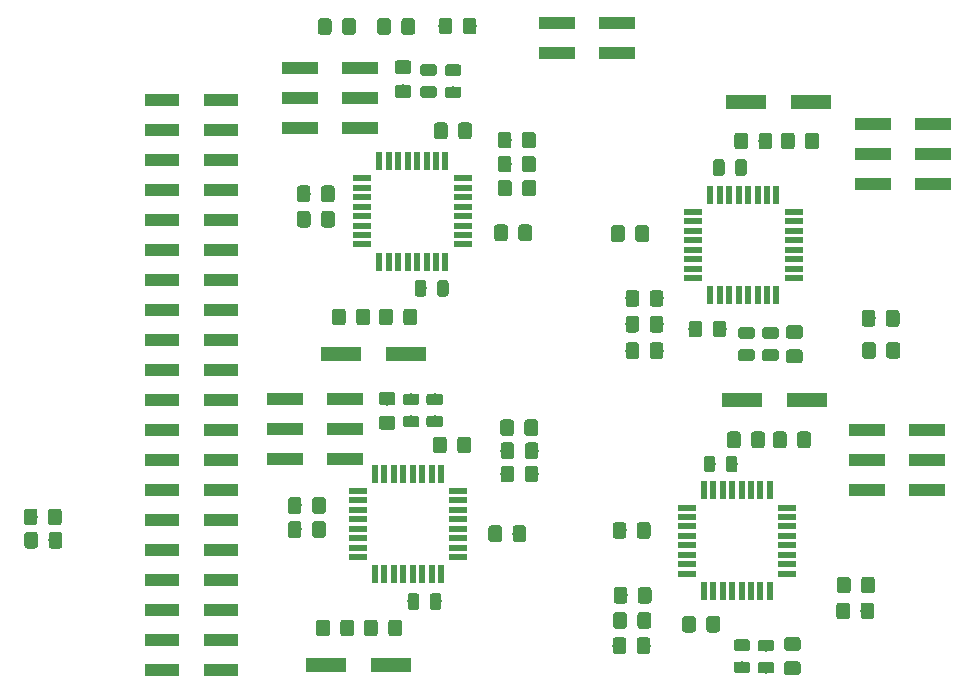
<source format=gbr>
G04 #@! TF.GenerationSoftware,KiCad,Pcbnew,(5.1.4)-1*
G04 #@! TF.CreationDate,2020-03-01T22:40:11-05:00*
G04 #@! TF.ProjectId,FPVRaceTimer,46505652-6163-4655-9469-6d65722e6b69,rev?*
G04 #@! TF.SameCoordinates,Original*
G04 #@! TF.FileFunction,Paste,Bot*
G04 #@! TF.FilePolarity,Positive*
%FSLAX46Y46*%
G04 Gerber Fmt 4.6, Leading zero omitted, Abs format (unit mm)*
G04 Created by KiCad (PCBNEW (5.1.4)-1) date 2020-03-01 22:40:11*
%MOMM*%
%LPD*%
G04 APERTURE LIST*
%ADD10R,3.500000X1.200000*%
%ADD11C,0.100000*%
%ADD12C,0.975000*%
%ADD13C,1.150000*%
%ADD14R,0.550000X1.600000*%
%ADD15R,1.600000X0.550000*%
%ADD16R,3.000000X1.000000*%
%ADD17R,3.150000X1.000000*%
G04 APERTURE END LIST*
D10*
X52676160Y-103438960D03*
X58176160Y-103438960D03*
X51385840Y-129773680D03*
X56885840Y-129773680D03*
X92100400Y-107315000D03*
X86600400Y-107315000D03*
X92418800Y-82067400D03*
X86918800Y-82067400D03*
D11*
G36*
X59067782Y-106757554D02*
G01*
X59091443Y-106761064D01*
X59114647Y-106766876D01*
X59137169Y-106774934D01*
X59158793Y-106785162D01*
X59179310Y-106797459D01*
X59198523Y-106811709D01*
X59216247Y-106827773D01*
X59232311Y-106845497D01*
X59246561Y-106864710D01*
X59258858Y-106885227D01*
X59269086Y-106906851D01*
X59277144Y-106929373D01*
X59282956Y-106952577D01*
X59286466Y-106976238D01*
X59287640Y-107000130D01*
X59287640Y-107487630D01*
X59286466Y-107511522D01*
X59282956Y-107535183D01*
X59277144Y-107558387D01*
X59269086Y-107580909D01*
X59258858Y-107602533D01*
X59246561Y-107623050D01*
X59232311Y-107642263D01*
X59216247Y-107659987D01*
X59198523Y-107676051D01*
X59179310Y-107690301D01*
X59158793Y-107702598D01*
X59137169Y-107712826D01*
X59114647Y-107720884D01*
X59091443Y-107726696D01*
X59067782Y-107730206D01*
X59043890Y-107731380D01*
X58131390Y-107731380D01*
X58107498Y-107730206D01*
X58083837Y-107726696D01*
X58060633Y-107720884D01*
X58038111Y-107712826D01*
X58016487Y-107702598D01*
X57995970Y-107690301D01*
X57976757Y-107676051D01*
X57959033Y-107659987D01*
X57942969Y-107642263D01*
X57928719Y-107623050D01*
X57916422Y-107602533D01*
X57906194Y-107580909D01*
X57898136Y-107558387D01*
X57892324Y-107535183D01*
X57888814Y-107511522D01*
X57887640Y-107487630D01*
X57887640Y-107000130D01*
X57888814Y-106976238D01*
X57892324Y-106952577D01*
X57898136Y-106929373D01*
X57906194Y-106906851D01*
X57916422Y-106885227D01*
X57928719Y-106864710D01*
X57942969Y-106845497D01*
X57959033Y-106827773D01*
X57976757Y-106811709D01*
X57995970Y-106797459D01*
X58016487Y-106785162D01*
X58038111Y-106774934D01*
X58060633Y-106766876D01*
X58083837Y-106761064D01*
X58107498Y-106757554D01*
X58131390Y-106756380D01*
X59043890Y-106756380D01*
X59067782Y-106757554D01*
X59067782Y-106757554D01*
G37*
D12*
X58587640Y-107243880D03*
D11*
G36*
X59067782Y-108632554D02*
G01*
X59091443Y-108636064D01*
X59114647Y-108641876D01*
X59137169Y-108649934D01*
X59158793Y-108660162D01*
X59179310Y-108672459D01*
X59198523Y-108686709D01*
X59216247Y-108702773D01*
X59232311Y-108720497D01*
X59246561Y-108739710D01*
X59258858Y-108760227D01*
X59269086Y-108781851D01*
X59277144Y-108804373D01*
X59282956Y-108827577D01*
X59286466Y-108851238D01*
X59287640Y-108875130D01*
X59287640Y-109362630D01*
X59286466Y-109386522D01*
X59282956Y-109410183D01*
X59277144Y-109433387D01*
X59269086Y-109455909D01*
X59258858Y-109477533D01*
X59246561Y-109498050D01*
X59232311Y-109517263D01*
X59216247Y-109534987D01*
X59198523Y-109551051D01*
X59179310Y-109565301D01*
X59158793Y-109577598D01*
X59137169Y-109587826D01*
X59114647Y-109595884D01*
X59091443Y-109601696D01*
X59067782Y-109605206D01*
X59043890Y-109606380D01*
X58131390Y-109606380D01*
X58107498Y-109605206D01*
X58083837Y-109601696D01*
X58060633Y-109595884D01*
X58038111Y-109587826D01*
X58016487Y-109577598D01*
X57995970Y-109565301D01*
X57976757Y-109551051D01*
X57959033Y-109534987D01*
X57942969Y-109517263D01*
X57928719Y-109498050D01*
X57916422Y-109477533D01*
X57906194Y-109455909D01*
X57898136Y-109433387D01*
X57892324Y-109410183D01*
X57888814Y-109386522D01*
X57887640Y-109362630D01*
X57887640Y-108875130D01*
X57888814Y-108851238D01*
X57892324Y-108827577D01*
X57898136Y-108804373D01*
X57906194Y-108781851D01*
X57916422Y-108760227D01*
X57928719Y-108739710D01*
X57942969Y-108720497D01*
X57959033Y-108702773D01*
X57976757Y-108686709D01*
X57995970Y-108672459D01*
X58016487Y-108660162D01*
X58038111Y-108649934D01*
X58060633Y-108641876D01*
X58083837Y-108636064D01*
X58107498Y-108632554D01*
X58131390Y-108631380D01*
X59043890Y-108631380D01*
X59067782Y-108632554D01*
X59067782Y-108632554D01*
G37*
D12*
X58587640Y-109118880D03*
D11*
G36*
X59047381Y-123664654D02*
G01*
X59071042Y-123668164D01*
X59094246Y-123673976D01*
X59116768Y-123682034D01*
X59138392Y-123692262D01*
X59158909Y-123704559D01*
X59178122Y-123718809D01*
X59195846Y-123734873D01*
X59211910Y-123752597D01*
X59226160Y-123771810D01*
X59238457Y-123792327D01*
X59248685Y-123813951D01*
X59256743Y-123836473D01*
X59262555Y-123859677D01*
X59266065Y-123883338D01*
X59267239Y-123907230D01*
X59267239Y-124819730D01*
X59266065Y-124843622D01*
X59262555Y-124867283D01*
X59256743Y-124890487D01*
X59248685Y-124913009D01*
X59238457Y-124934633D01*
X59226160Y-124955150D01*
X59211910Y-124974363D01*
X59195846Y-124992087D01*
X59178122Y-125008151D01*
X59158909Y-125022401D01*
X59138392Y-125034698D01*
X59116768Y-125044926D01*
X59094246Y-125052984D01*
X59071042Y-125058796D01*
X59047381Y-125062306D01*
X59023489Y-125063480D01*
X58535989Y-125063480D01*
X58512097Y-125062306D01*
X58488436Y-125058796D01*
X58465232Y-125052984D01*
X58442710Y-125044926D01*
X58421086Y-125034698D01*
X58400569Y-125022401D01*
X58381356Y-125008151D01*
X58363632Y-124992087D01*
X58347568Y-124974363D01*
X58333318Y-124955150D01*
X58321021Y-124934633D01*
X58310793Y-124913009D01*
X58302735Y-124890487D01*
X58296923Y-124867283D01*
X58293413Y-124843622D01*
X58292239Y-124819730D01*
X58292239Y-123907230D01*
X58293413Y-123883338D01*
X58296923Y-123859677D01*
X58302735Y-123836473D01*
X58310793Y-123813951D01*
X58321021Y-123792327D01*
X58333318Y-123771810D01*
X58347568Y-123752597D01*
X58363632Y-123734873D01*
X58381356Y-123718809D01*
X58400569Y-123704559D01*
X58421086Y-123692262D01*
X58442710Y-123682034D01*
X58465232Y-123673976D01*
X58488436Y-123668164D01*
X58512097Y-123664654D01*
X58535989Y-123663480D01*
X59023489Y-123663480D01*
X59047381Y-123664654D01*
X59047381Y-123664654D01*
G37*
D12*
X58779739Y-124363480D03*
D11*
G36*
X60922381Y-123664654D02*
G01*
X60946042Y-123668164D01*
X60969246Y-123673976D01*
X60991768Y-123682034D01*
X61013392Y-123692262D01*
X61033909Y-123704559D01*
X61053122Y-123718809D01*
X61070846Y-123734873D01*
X61086910Y-123752597D01*
X61101160Y-123771810D01*
X61113457Y-123792327D01*
X61123685Y-123813951D01*
X61131743Y-123836473D01*
X61137555Y-123859677D01*
X61141065Y-123883338D01*
X61142239Y-123907230D01*
X61142239Y-124819730D01*
X61141065Y-124843622D01*
X61137555Y-124867283D01*
X61131743Y-124890487D01*
X61123685Y-124913009D01*
X61113457Y-124934633D01*
X61101160Y-124955150D01*
X61086910Y-124974363D01*
X61070846Y-124992087D01*
X61053122Y-125008151D01*
X61033909Y-125022401D01*
X61013392Y-125034698D01*
X60991768Y-125044926D01*
X60969246Y-125052984D01*
X60946042Y-125058796D01*
X60922381Y-125062306D01*
X60898489Y-125063480D01*
X60410989Y-125063480D01*
X60387097Y-125062306D01*
X60363436Y-125058796D01*
X60340232Y-125052984D01*
X60317710Y-125044926D01*
X60296086Y-125034698D01*
X60275569Y-125022401D01*
X60256356Y-125008151D01*
X60238632Y-124992087D01*
X60222568Y-124974363D01*
X60208318Y-124955150D01*
X60196021Y-124934633D01*
X60185793Y-124913009D01*
X60177735Y-124890487D01*
X60171923Y-124867283D01*
X60168413Y-124843622D01*
X60167239Y-124819730D01*
X60167239Y-123907230D01*
X60168413Y-123883338D01*
X60171923Y-123859677D01*
X60177735Y-123836473D01*
X60185793Y-123813951D01*
X60196021Y-123792327D01*
X60208318Y-123771810D01*
X60222568Y-123752597D01*
X60238632Y-123734873D01*
X60256356Y-123718809D01*
X60275569Y-123704559D01*
X60296086Y-123692262D01*
X60317710Y-123682034D01*
X60340232Y-123673976D01*
X60363436Y-123668164D01*
X60387097Y-123664654D01*
X60410989Y-123663480D01*
X60898489Y-123663480D01*
X60922381Y-123664654D01*
X60922381Y-123664654D01*
G37*
D12*
X60654739Y-124363480D03*
D11*
G36*
X61048982Y-106757554D02*
G01*
X61072643Y-106761064D01*
X61095847Y-106766876D01*
X61118369Y-106774934D01*
X61139993Y-106785162D01*
X61160510Y-106797459D01*
X61179723Y-106811709D01*
X61197447Y-106827773D01*
X61213511Y-106845497D01*
X61227761Y-106864710D01*
X61240058Y-106885227D01*
X61250286Y-106906851D01*
X61258344Y-106929373D01*
X61264156Y-106952577D01*
X61267666Y-106976238D01*
X61268840Y-107000130D01*
X61268840Y-107487630D01*
X61267666Y-107511522D01*
X61264156Y-107535183D01*
X61258344Y-107558387D01*
X61250286Y-107580909D01*
X61240058Y-107602533D01*
X61227761Y-107623050D01*
X61213511Y-107642263D01*
X61197447Y-107659987D01*
X61179723Y-107676051D01*
X61160510Y-107690301D01*
X61139993Y-107702598D01*
X61118369Y-107712826D01*
X61095847Y-107720884D01*
X61072643Y-107726696D01*
X61048982Y-107730206D01*
X61025090Y-107731380D01*
X60112590Y-107731380D01*
X60088698Y-107730206D01*
X60065037Y-107726696D01*
X60041833Y-107720884D01*
X60019311Y-107712826D01*
X59997687Y-107702598D01*
X59977170Y-107690301D01*
X59957957Y-107676051D01*
X59940233Y-107659987D01*
X59924169Y-107642263D01*
X59909919Y-107623050D01*
X59897622Y-107602533D01*
X59887394Y-107580909D01*
X59879336Y-107558387D01*
X59873524Y-107535183D01*
X59870014Y-107511522D01*
X59868840Y-107487630D01*
X59868840Y-107000130D01*
X59870014Y-106976238D01*
X59873524Y-106952577D01*
X59879336Y-106929373D01*
X59887394Y-106906851D01*
X59897622Y-106885227D01*
X59909919Y-106864710D01*
X59924169Y-106845497D01*
X59940233Y-106827773D01*
X59957957Y-106811709D01*
X59977170Y-106797459D01*
X59997687Y-106785162D01*
X60019311Y-106774934D01*
X60041833Y-106766876D01*
X60065037Y-106761064D01*
X60088698Y-106757554D01*
X60112590Y-106756380D01*
X61025090Y-106756380D01*
X61048982Y-106757554D01*
X61048982Y-106757554D01*
G37*
D12*
X60568840Y-107243880D03*
D11*
G36*
X61048982Y-108632554D02*
G01*
X61072643Y-108636064D01*
X61095847Y-108641876D01*
X61118369Y-108649934D01*
X61139993Y-108660162D01*
X61160510Y-108672459D01*
X61179723Y-108686709D01*
X61197447Y-108702773D01*
X61213511Y-108720497D01*
X61227761Y-108739710D01*
X61240058Y-108760227D01*
X61250286Y-108781851D01*
X61258344Y-108804373D01*
X61264156Y-108827577D01*
X61267666Y-108851238D01*
X61268840Y-108875130D01*
X61268840Y-109362630D01*
X61267666Y-109386522D01*
X61264156Y-109410183D01*
X61258344Y-109433387D01*
X61250286Y-109455909D01*
X61240058Y-109477533D01*
X61227761Y-109498050D01*
X61213511Y-109517263D01*
X61197447Y-109534987D01*
X61179723Y-109551051D01*
X61160510Y-109565301D01*
X61139993Y-109577598D01*
X61118369Y-109587826D01*
X61095847Y-109595884D01*
X61072643Y-109601696D01*
X61048982Y-109605206D01*
X61025090Y-109606380D01*
X60112590Y-109606380D01*
X60088698Y-109605206D01*
X60065037Y-109601696D01*
X60041833Y-109595884D01*
X60019311Y-109587826D01*
X59997687Y-109577598D01*
X59977170Y-109565301D01*
X59957957Y-109551051D01*
X59940233Y-109534987D01*
X59924169Y-109517263D01*
X59909919Y-109498050D01*
X59897622Y-109477533D01*
X59887394Y-109455909D01*
X59879336Y-109433387D01*
X59873524Y-109410183D01*
X59870014Y-109386522D01*
X59868840Y-109362630D01*
X59868840Y-108875130D01*
X59870014Y-108851238D01*
X59873524Y-108827577D01*
X59879336Y-108804373D01*
X59887394Y-108781851D01*
X59897622Y-108760227D01*
X59909919Y-108739710D01*
X59924169Y-108720497D01*
X59940233Y-108702773D01*
X59957957Y-108686709D01*
X59977170Y-108672459D01*
X59997687Y-108660162D01*
X60019311Y-108649934D01*
X60041833Y-108641876D01*
X60065037Y-108636064D01*
X60088698Y-108632554D01*
X60112590Y-108631380D01*
X61025090Y-108631380D01*
X61048982Y-108632554D01*
X61048982Y-108632554D01*
G37*
D12*
X60568840Y-109118880D03*
D11*
G36*
X60538442Y-80742874D02*
G01*
X60562103Y-80746384D01*
X60585307Y-80752196D01*
X60607829Y-80760254D01*
X60629453Y-80770482D01*
X60649970Y-80782779D01*
X60669183Y-80797029D01*
X60686907Y-80813093D01*
X60702971Y-80830817D01*
X60717221Y-80850030D01*
X60729518Y-80870547D01*
X60739746Y-80892171D01*
X60747804Y-80914693D01*
X60753616Y-80937897D01*
X60757126Y-80961558D01*
X60758300Y-80985450D01*
X60758300Y-81472950D01*
X60757126Y-81496842D01*
X60753616Y-81520503D01*
X60747804Y-81543707D01*
X60739746Y-81566229D01*
X60729518Y-81587853D01*
X60717221Y-81608370D01*
X60702971Y-81627583D01*
X60686907Y-81645307D01*
X60669183Y-81661371D01*
X60649970Y-81675621D01*
X60629453Y-81687918D01*
X60607829Y-81698146D01*
X60585307Y-81706204D01*
X60562103Y-81712016D01*
X60538442Y-81715526D01*
X60514550Y-81716700D01*
X59602050Y-81716700D01*
X59578158Y-81715526D01*
X59554497Y-81712016D01*
X59531293Y-81706204D01*
X59508771Y-81698146D01*
X59487147Y-81687918D01*
X59466630Y-81675621D01*
X59447417Y-81661371D01*
X59429693Y-81645307D01*
X59413629Y-81627583D01*
X59399379Y-81608370D01*
X59387082Y-81587853D01*
X59376854Y-81566229D01*
X59368796Y-81543707D01*
X59362984Y-81520503D01*
X59359474Y-81496842D01*
X59358300Y-81472950D01*
X59358300Y-80985450D01*
X59359474Y-80961558D01*
X59362984Y-80937897D01*
X59368796Y-80914693D01*
X59376854Y-80892171D01*
X59387082Y-80870547D01*
X59399379Y-80850030D01*
X59413629Y-80830817D01*
X59429693Y-80813093D01*
X59447417Y-80797029D01*
X59466630Y-80782779D01*
X59487147Y-80770482D01*
X59508771Y-80760254D01*
X59531293Y-80752196D01*
X59554497Y-80746384D01*
X59578158Y-80742874D01*
X59602050Y-80741700D01*
X60514550Y-80741700D01*
X60538442Y-80742874D01*
X60538442Y-80742874D01*
G37*
D12*
X60058300Y-81229200D03*
D11*
G36*
X60538442Y-78867874D02*
G01*
X60562103Y-78871384D01*
X60585307Y-78877196D01*
X60607829Y-78885254D01*
X60629453Y-78895482D01*
X60649970Y-78907779D01*
X60669183Y-78922029D01*
X60686907Y-78938093D01*
X60702971Y-78955817D01*
X60717221Y-78975030D01*
X60729518Y-78995547D01*
X60739746Y-79017171D01*
X60747804Y-79039693D01*
X60753616Y-79062897D01*
X60757126Y-79086558D01*
X60758300Y-79110450D01*
X60758300Y-79597950D01*
X60757126Y-79621842D01*
X60753616Y-79645503D01*
X60747804Y-79668707D01*
X60739746Y-79691229D01*
X60729518Y-79712853D01*
X60717221Y-79733370D01*
X60702971Y-79752583D01*
X60686907Y-79770307D01*
X60669183Y-79786371D01*
X60649970Y-79800621D01*
X60629453Y-79812918D01*
X60607829Y-79823146D01*
X60585307Y-79831204D01*
X60562103Y-79837016D01*
X60538442Y-79840526D01*
X60514550Y-79841700D01*
X59602050Y-79841700D01*
X59578158Y-79840526D01*
X59554497Y-79837016D01*
X59531293Y-79831204D01*
X59508771Y-79823146D01*
X59487147Y-79812918D01*
X59466630Y-79800621D01*
X59447417Y-79786371D01*
X59429693Y-79770307D01*
X59413629Y-79752583D01*
X59399379Y-79733370D01*
X59387082Y-79712853D01*
X59376854Y-79691229D01*
X59368796Y-79668707D01*
X59362984Y-79645503D01*
X59359474Y-79621842D01*
X59358300Y-79597950D01*
X59358300Y-79110450D01*
X59359474Y-79086558D01*
X59362984Y-79062897D01*
X59368796Y-79039693D01*
X59376854Y-79017171D01*
X59387082Y-78995547D01*
X59399379Y-78975030D01*
X59413629Y-78955817D01*
X59429693Y-78938093D01*
X59447417Y-78922029D01*
X59466630Y-78907779D01*
X59487147Y-78895482D01*
X59508771Y-78885254D01*
X59531293Y-78877196D01*
X59554497Y-78871384D01*
X59578158Y-78867874D01*
X59602050Y-78866700D01*
X60514550Y-78866700D01*
X60538442Y-78867874D01*
X60538442Y-78867874D01*
G37*
D12*
X60058300Y-79354200D03*
D11*
G36*
X61530142Y-97147054D02*
G01*
X61553803Y-97150564D01*
X61577007Y-97156376D01*
X61599529Y-97164434D01*
X61621153Y-97174662D01*
X61641670Y-97186959D01*
X61660883Y-97201209D01*
X61678607Y-97217273D01*
X61694671Y-97234997D01*
X61708921Y-97254210D01*
X61721218Y-97274727D01*
X61731446Y-97296351D01*
X61739504Y-97318873D01*
X61745316Y-97342077D01*
X61748826Y-97365738D01*
X61750000Y-97389630D01*
X61750000Y-98302130D01*
X61748826Y-98326022D01*
X61745316Y-98349683D01*
X61739504Y-98372887D01*
X61731446Y-98395409D01*
X61721218Y-98417033D01*
X61708921Y-98437550D01*
X61694671Y-98456763D01*
X61678607Y-98474487D01*
X61660883Y-98490551D01*
X61641670Y-98504801D01*
X61621153Y-98517098D01*
X61599529Y-98527326D01*
X61577007Y-98535384D01*
X61553803Y-98541196D01*
X61530142Y-98544706D01*
X61506250Y-98545880D01*
X61018750Y-98545880D01*
X60994858Y-98544706D01*
X60971197Y-98541196D01*
X60947993Y-98535384D01*
X60925471Y-98527326D01*
X60903847Y-98517098D01*
X60883330Y-98504801D01*
X60864117Y-98490551D01*
X60846393Y-98474487D01*
X60830329Y-98456763D01*
X60816079Y-98437550D01*
X60803782Y-98417033D01*
X60793554Y-98395409D01*
X60785496Y-98372887D01*
X60779684Y-98349683D01*
X60776174Y-98326022D01*
X60775000Y-98302130D01*
X60775000Y-97389630D01*
X60776174Y-97365738D01*
X60779684Y-97342077D01*
X60785496Y-97318873D01*
X60793554Y-97296351D01*
X60803782Y-97274727D01*
X60816079Y-97254210D01*
X60830329Y-97234997D01*
X60846393Y-97217273D01*
X60864117Y-97201209D01*
X60883330Y-97186959D01*
X60903847Y-97174662D01*
X60925471Y-97164434D01*
X60947993Y-97156376D01*
X60971197Y-97150564D01*
X60994858Y-97147054D01*
X61018750Y-97145880D01*
X61506250Y-97145880D01*
X61530142Y-97147054D01*
X61530142Y-97147054D01*
G37*
D12*
X61262500Y-97845880D03*
D11*
G36*
X59655142Y-97147054D02*
G01*
X59678803Y-97150564D01*
X59702007Y-97156376D01*
X59724529Y-97164434D01*
X59746153Y-97174662D01*
X59766670Y-97186959D01*
X59785883Y-97201209D01*
X59803607Y-97217273D01*
X59819671Y-97234997D01*
X59833921Y-97254210D01*
X59846218Y-97274727D01*
X59856446Y-97296351D01*
X59864504Y-97318873D01*
X59870316Y-97342077D01*
X59873826Y-97365738D01*
X59875000Y-97389630D01*
X59875000Y-98302130D01*
X59873826Y-98326022D01*
X59870316Y-98349683D01*
X59864504Y-98372887D01*
X59856446Y-98395409D01*
X59846218Y-98417033D01*
X59833921Y-98437550D01*
X59819671Y-98456763D01*
X59803607Y-98474487D01*
X59785883Y-98490551D01*
X59766670Y-98504801D01*
X59746153Y-98517098D01*
X59724529Y-98527326D01*
X59702007Y-98535384D01*
X59678803Y-98541196D01*
X59655142Y-98544706D01*
X59631250Y-98545880D01*
X59143750Y-98545880D01*
X59119858Y-98544706D01*
X59096197Y-98541196D01*
X59072993Y-98535384D01*
X59050471Y-98527326D01*
X59028847Y-98517098D01*
X59008330Y-98504801D01*
X58989117Y-98490551D01*
X58971393Y-98474487D01*
X58955329Y-98456763D01*
X58941079Y-98437550D01*
X58928782Y-98417033D01*
X58918554Y-98395409D01*
X58910496Y-98372887D01*
X58904684Y-98349683D01*
X58901174Y-98326022D01*
X58900000Y-98302130D01*
X58900000Y-97389630D01*
X58901174Y-97365738D01*
X58904684Y-97342077D01*
X58910496Y-97318873D01*
X58918554Y-97296351D01*
X58928782Y-97274727D01*
X58941079Y-97254210D01*
X58955329Y-97234997D01*
X58971393Y-97217273D01*
X58989117Y-97201209D01*
X59008330Y-97186959D01*
X59028847Y-97174662D01*
X59050471Y-97164434D01*
X59072993Y-97156376D01*
X59096197Y-97150564D01*
X59119858Y-97147054D01*
X59143750Y-97145880D01*
X59631250Y-97145880D01*
X59655142Y-97147054D01*
X59655142Y-97147054D01*
G37*
D12*
X59387500Y-97845880D03*
D11*
G36*
X62621242Y-80765734D02*
G01*
X62644903Y-80769244D01*
X62668107Y-80775056D01*
X62690629Y-80783114D01*
X62712253Y-80793342D01*
X62732770Y-80805639D01*
X62751983Y-80819889D01*
X62769707Y-80835953D01*
X62785771Y-80853677D01*
X62800021Y-80872890D01*
X62812318Y-80893407D01*
X62822546Y-80915031D01*
X62830604Y-80937553D01*
X62836416Y-80960757D01*
X62839926Y-80984418D01*
X62841100Y-81008310D01*
X62841100Y-81495810D01*
X62839926Y-81519702D01*
X62836416Y-81543363D01*
X62830604Y-81566567D01*
X62822546Y-81589089D01*
X62812318Y-81610713D01*
X62800021Y-81631230D01*
X62785771Y-81650443D01*
X62769707Y-81668167D01*
X62751983Y-81684231D01*
X62732770Y-81698481D01*
X62712253Y-81710778D01*
X62690629Y-81721006D01*
X62668107Y-81729064D01*
X62644903Y-81734876D01*
X62621242Y-81738386D01*
X62597350Y-81739560D01*
X61684850Y-81739560D01*
X61660958Y-81738386D01*
X61637297Y-81734876D01*
X61614093Y-81729064D01*
X61591571Y-81721006D01*
X61569947Y-81710778D01*
X61549430Y-81698481D01*
X61530217Y-81684231D01*
X61512493Y-81668167D01*
X61496429Y-81650443D01*
X61482179Y-81631230D01*
X61469882Y-81610713D01*
X61459654Y-81589089D01*
X61451596Y-81566567D01*
X61445784Y-81543363D01*
X61442274Y-81519702D01*
X61441100Y-81495810D01*
X61441100Y-81008310D01*
X61442274Y-80984418D01*
X61445784Y-80960757D01*
X61451596Y-80937553D01*
X61459654Y-80915031D01*
X61469882Y-80893407D01*
X61482179Y-80872890D01*
X61496429Y-80853677D01*
X61512493Y-80835953D01*
X61530217Y-80819889D01*
X61549430Y-80805639D01*
X61569947Y-80793342D01*
X61591571Y-80783114D01*
X61614093Y-80775056D01*
X61637297Y-80769244D01*
X61660958Y-80765734D01*
X61684850Y-80764560D01*
X62597350Y-80764560D01*
X62621242Y-80765734D01*
X62621242Y-80765734D01*
G37*
D12*
X62141100Y-81252060D03*
D11*
G36*
X62621242Y-78890734D02*
G01*
X62644903Y-78894244D01*
X62668107Y-78900056D01*
X62690629Y-78908114D01*
X62712253Y-78918342D01*
X62732770Y-78930639D01*
X62751983Y-78944889D01*
X62769707Y-78960953D01*
X62785771Y-78978677D01*
X62800021Y-78997890D01*
X62812318Y-79018407D01*
X62822546Y-79040031D01*
X62830604Y-79062553D01*
X62836416Y-79085757D01*
X62839926Y-79109418D01*
X62841100Y-79133310D01*
X62841100Y-79620810D01*
X62839926Y-79644702D01*
X62836416Y-79668363D01*
X62830604Y-79691567D01*
X62822546Y-79714089D01*
X62812318Y-79735713D01*
X62800021Y-79756230D01*
X62785771Y-79775443D01*
X62769707Y-79793167D01*
X62751983Y-79809231D01*
X62732770Y-79823481D01*
X62712253Y-79835778D01*
X62690629Y-79846006D01*
X62668107Y-79854064D01*
X62644903Y-79859876D01*
X62621242Y-79863386D01*
X62597350Y-79864560D01*
X61684850Y-79864560D01*
X61660958Y-79863386D01*
X61637297Y-79859876D01*
X61614093Y-79854064D01*
X61591571Y-79846006D01*
X61569947Y-79835778D01*
X61549430Y-79823481D01*
X61530217Y-79809231D01*
X61512493Y-79793167D01*
X61496429Y-79775443D01*
X61482179Y-79756230D01*
X61469882Y-79735713D01*
X61459654Y-79714089D01*
X61451596Y-79691567D01*
X61445784Y-79668363D01*
X61442274Y-79644702D01*
X61441100Y-79620810D01*
X61441100Y-79133310D01*
X61442274Y-79109418D01*
X61445784Y-79085757D01*
X61451596Y-79062553D01*
X61459654Y-79040031D01*
X61469882Y-79018407D01*
X61482179Y-78997890D01*
X61496429Y-78978677D01*
X61512493Y-78960953D01*
X61530217Y-78944889D01*
X61549430Y-78930639D01*
X61569947Y-78918342D01*
X61591571Y-78908114D01*
X61614093Y-78900056D01*
X61637297Y-78894244D01*
X61660958Y-78890734D01*
X61684850Y-78889560D01*
X62597350Y-78889560D01*
X62621242Y-78890734D01*
X62621242Y-78890734D01*
G37*
D12*
X62141100Y-79377060D03*
D11*
G36*
X89100742Y-129483174D02*
G01*
X89124403Y-129486684D01*
X89147607Y-129492496D01*
X89170129Y-129500554D01*
X89191753Y-129510782D01*
X89212270Y-129523079D01*
X89231483Y-129537329D01*
X89249207Y-129553393D01*
X89265271Y-129571117D01*
X89279521Y-129590330D01*
X89291818Y-129610847D01*
X89302046Y-129632471D01*
X89310104Y-129654993D01*
X89315916Y-129678197D01*
X89319426Y-129701858D01*
X89320600Y-129725750D01*
X89320600Y-130213250D01*
X89319426Y-130237142D01*
X89315916Y-130260803D01*
X89310104Y-130284007D01*
X89302046Y-130306529D01*
X89291818Y-130328153D01*
X89279521Y-130348670D01*
X89265271Y-130367883D01*
X89249207Y-130385607D01*
X89231483Y-130401671D01*
X89212270Y-130415921D01*
X89191753Y-130428218D01*
X89170129Y-130438446D01*
X89147607Y-130446504D01*
X89124403Y-130452316D01*
X89100742Y-130455826D01*
X89076850Y-130457000D01*
X88164350Y-130457000D01*
X88140458Y-130455826D01*
X88116797Y-130452316D01*
X88093593Y-130446504D01*
X88071071Y-130438446D01*
X88049447Y-130428218D01*
X88028930Y-130415921D01*
X88009717Y-130401671D01*
X87991993Y-130385607D01*
X87975929Y-130367883D01*
X87961679Y-130348670D01*
X87949382Y-130328153D01*
X87939154Y-130306529D01*
X87931096Y-130284007D01*
X87925284Y-130260803D01*
X87921774Y-130237142D01*
X87920600Y-130213250D01*
X87920600Y-129725750D01*
X87921774Y-129701858D01*
X87925284Y-129678197D01*
X87931096Y-129654993D01*
X87939154Y-129632471D01*
X87949382Y-129610847D01*
X87961679Y-129590330D01*
X87975929Y-129571117D01*
X87991993Y-129553393D01*
X88009717Y-129537329D01*
X88028930Y-129523079D01*
X88049447Y-129510782D01*
X88071071Y-129500554D01*
X88093593Y-129492496D01*
X88116797Y-129486684D01*
X88140458Y-129483174D01*
X88164350Y-129482000D01*
X89076850Y-129482000D01*
X89100742Y-129483174D01*
X89100742Y-129483174D01*
G37*
D12*
X88620600Y-129969500D03*
D11*
G36*
X89100742Y-127608174D02*
G01*
X89124403Y-127611684D01*
X89147607Y-127617496D01*
X89170129Y-127625554D01*
X89191753Y-127635782D01*
X89212270Y-127648079D01*
X89231483Y-127662329D01*
X89249207Y-127678393D01*
X89265271Y-127696117D01*
X89279521Y-127715330D01*
X89291818Y-127735847D01*
X89302046Y-127757471D01*
X89310104Y-127779993D01*
X89315916Y-127803197D01*
X89319426Y-127826858D01*
X89320600Y-127850750D01*
X89320600Y-128338250D01*
X89319426Y-128362142D01*
X89315916Y-128385803D01*
X89310104Y-128409007D01*
X89302046Y-128431529D01*
X89291818Y-128453153D01*
X89279521Y-128473670D01*
X89265271Y-128492883D01*
X89249207Y-128510607D01*
X89231483Y-128526671D01*
X89212270Y-128540921D01*
X89191753Y-128553218D01*
X89170129Y-128563446D01*
X89147607Y-128571504D01*
X89124403Y-128577316D01*
X89100742Y-128580826D01*
X89076850Y-128582000D01*
X88164350Y-128582000D01*
X88140458Y-128580826D01*
X88116797Y-128577316D01*
X88093593Y-128571504D01*
X88071071Y-128563446D01*
X88049447Y-128553218D01*
X88028930Y-128540921D01*
X88009717Y-128526671D01*
X87991993Y-128510607D01*
X87975929Y-128492883D01*
X87961679Y-128473670D01*
X87949382Y-128453153D01*
X87939154Y-128431529D01*
X87931096Y-128409007D01*
X87925284Y-128385803D01*
X87921774Y-128362142D01*
X87920600Y-128338250D01*
X87920600Y-127850750D01*
X87921774Y-127826858D01*
X87925284Y-127803197D01*
X87931096Y-127779993D01*
X87939154Y-127757471D01*
X87949382Y-127735847D01*
X87961679Y-127715330D01*
X87975929Y-127696117D01*
X87991993Y-127678393D01*
X88009717Y-127662329D01*
X88028930Y-127648079D01*
X88049447Y-127635782D01*
X88071071Y-127625554D01*
X88093593Y-127617496D01*
X88116797Y-127611684D01*
X88140458Y-127608174D01*
X88164350Y-127607000D01*
X89076850Y-127607000D01*
X89100742Y-127608174D01*
X89100742Y-127608174D01*
G37*
D12*
X88620600Y-128094500D03*
D11*
G36*
X85992642Y-112026374D02*
G01*
X86016303Y-112029884D01*
X86039507Y-112035696D01*
X86062029Y-112043754D01*
X86083653Y-112053982D01*
X86104170Y-112066279D01*
X86123383Y-112080529D01*
X86141107Y-112096593D01*
X86157171Y-112114317D01*
X86171421Y-112133530D01*
X86183718Y-112154047D01*
X86193946Y-112175671D01*
X86202004Y-112198193D01*
X86207816Y-112221397D01*
X86211326Y-112245058D01*
X86212500Y-112268950D01*
X86212500Y-113181450D01*
X86211326Y-113205342D01*
X86207816Y-113229003D01*
X86202004Y-113252207D01*
X86193946Y-113274729D01*
X86183718Y-113296353D01*
X86171421Y-113316870D01*
X86157171Y-113336083D01*
X86141107Y-113353807D01*
X86123383Y-113369871D01*
X86104170Y-113384121D01*
X86083653Y-113396418D01*
X86062029Y-113406646D01*
X86039507Y-113414704D01*
X86016303Y-113420516D01*
X85992642Y-113424026D01*
X85968750Y-113425200D01*
X85481250Y-113425200D01*
X85457358Y-113424026D01*
X85433697Y-113420516D01*
X85410493Y-113414704D01*
X85387971Y-113406646D01*
X85366347Y-113396418D01*
X85345830Y-113384121D01*
X85326617Y-113369871D01*
X85308893Y-113353807D01*
X85292829Y-113336083D01*
X85278579Y-113316870D01*
X85266282Y-113296353D01*
X85256054Y-113274729D01*
X85247996Y-113252207D01*
X85242184Y-113229003D01*
X85238674Y-113205342D01*
X85237500Y-113181450D01*
X85237500Y-112268950D01*
X85238674Y-112245058D01*
X85242184Y-112221397D01*
X85247996Y-112198193D01*
X85256054Y-112175671D01*
X85266282Y-112154047D01*
X85278579Y-112133530D01*
X85292829Y-112114317D01*
X85308893Y-112096593D01*
X85326617Y-112080529D01*
X85345830Y-112066279D01*
X85366347Y-112053982D01*
X85387971Y-112043754D01*
X85410493Y-112035696D01*
X85433697Y-112029884D01*
X85457358Y-112026374D01*
X85481250Y-112025200D01*
X85968750Y-112025200D01*
X85992642Y-112026374D01*
X85992642Y-112026374D01*
G37*
D12*
X85725000Y-112725200D03*
D11*
G36*
X84117642Y-112026374D02*
G01*
X84141303Y-112029884D01*
X84164507Y-112035696D01*
X84187029Y-112043754D01*
X84208653Y-112053982D01*
X84229170Y-112066279D01*
X84248383Y-112080529D01*
X84266107Y-112096593D01*
X84282171Y-112114317D01*
X84296421Y-112133530D01*
X84308718Y-112154047D01*
X84318946Y-112175671D01*
X84327004Y-112198193D01*
X84332816Y-112221397D01*
X84336326Y-112245058D01*
X84337500Y-112268950D01*
X84337500Y-113181450D01*
X84336326Y-113205342D01*
X84332816Y-113229003D01*
X84327004Y-113252207D01*
X84318946Y-113274729D01*
X84308718Y-113296353D01*
X84296421Y-113316870D01*
X84282171Y-113336083D01*
X84266107Y-113353807D01*
X84248383Y-113369871D01*
X84229170Y-113384121D01*
X84208653Y-113396418D01*
X84187029Y-113406646D01*
X84164507Y-113414704D01*
X84141303Y-113420516D01*
X84117642Y-113424026D01*
X84093750Y-113425200D01*
X83606250Y-113425200D01*
X83582358Y-113424026D01*
X83558697Y-113420516D01*
X83535493Y-113414704D01*
X83512971Y-113406646D01*
X83491347Y-113396418D01*
X83470830Y-113384121D01*
X83451617Y-113369871D01*
X83433893Y-113353807D01*
X83417829Y-113336083D01*
X83403579Y-113316870D01*
X83391282Y-113296353D01*
X83381054Y-113274729D01*
X83372996Y-113252207D01*
X83367184Y-113229003D01*
X83363674Y-113205342D01*
X83362500Y-113181450D01*
X83362500Y-112268950D01*
X83363674Y-112245058D01*
X83367184Y-112221397D01*
X83372996Y-112198193D01*
X83381054Y-112175671D01*
X83391282Y-112154047D01*
X83403579Y-112133530D01*
X83417829Y-112114317D01*
X83433893Y-112096593D01*
X83451617Y-112080529D01*
X83470830Y-112066279D01*
X83491347Y-112053982D01*
X83512971Y-112043754D01*
X83535493Y-112035696D01*
X83558697Y-112029884D01*
X83582358Y-112026374D01*
X83606250Y-112025200D01*
X84093750Y-112025200D01*
X84117642Y-112026374D01*
X84117642Y-112026374D01*
G37*
D12*
X83850000Y-112725200D03*
D11*
G36*
X87068742Y-127580474D02*
G01*
X87092403Y-127583984D01*
X87115607Y-127589796D01*
X87138129Y-127597854D01*
X87159753Y-127608082D01*
X87180270Y-127620379D01*
X87199483Y-127634629D01*
X87217207Y-127650693D01*
X87233271Y-127668417D01*
X87247521Y-127687630D01*
X87259818Y-127708147D01*
X87270046Y-127729771D01*
X87278104Y-127752293D01*
X87283916Y-127775497D01*
X87287426Y-127799158D01*
X87288600Y-127823050D01*
X87288600Y-128310550D01*
X87287426Y-128334442D01*
X87283916Y-128358103D01*
X87278104Y-128381307D01*
X87270046Y-128403829D01*
X87259818Y-128425453D01*
X87247521Y-128445970D01*
X87233271Y-128465183D01*
X87217207Y-128482907D01*
X87199483Y-128498971D01*
X87180270Y-128513221D01*
X87159753Y-128525518D01*
X87138129Y-128535746D01*
X87115607Y-128543804D01*
X87092403Y-128549616D01*
X87068742Y-128553126D01*
X87044850Y-128554300D01*
X86132350Y-128554300D01*
X86108458Y-128553126D01*
X86084797Y-128549616D01*
X86061593Y-128543804D01*
X86039071Y-128535746D01*
X86017447Y-128525518D01*
X85996930Y-128513221D01*
X85977717Y-128498971D01*
X85959993Y-128482907D01*
X85943929Y-128465183D01*
X85929679Y-128445970D01*
X85917382Y-128425453D01*
X85907154Y-128403829D01*
X85899096Y-128381307D01*
X85893284Y-128358103D01*
X85889774Y-128334442D01*
X85888600Y-128310550D01*
X85888600Y-127823050D01*
X85889774Y-127799158D01*
X85893284Y-127775497D01*
X85899096Y-127752293D01*
X85907154Y-127729771D01*
X85917382Y-127708147D01*
X85929679Y-127687630D01*
X85943929Y-127668417D01*
X85959993Y-127650693D01*
X85977717Y-127634629D01*
X85996930Y-127620379D01*
X86017447Y-127608082D01*
X86039071Y-127597854D01*
X86061593Y-127589796D01*
X86084797Y-127583984D01*
X86108458Y-127580474D01*
X86132350Y-127579300D01*
X87044850Y-127579300D01*
X87068742Y-127580474D01*
X87068742Y-127580474D01*
G37*
D12*
X86588600Y-128066800D03*
D11*
G36*
X87068742Y-129455474D02*
G01*
X87092403Y-129458984D01*
X87115607Y-129464796D01*
X87138129Y-129472854D01*
X87159753Y-129483082D01*
X87180270Y-129495379D01*
X87199483Y-129509629D01*
X87217207Y-129525693D01*
X87233271Y-129543417D01*
X87247521Y-129562630D01*
X87259818Y-129583147D01*
X87270046Y-129604771D01*
X87278104Y-129627293D01*
X87283916Y-129650497D01*
X87287426Y-129674158D01*
X87288600Y-129698050D01*
X87288600Y-130185550D01*
X87287426Y-130209442D01*
X87283916Y-130233103D01*
X87278104Y-130256307D01*
X87270046Y-130278829D01*
X87259818Y-130300453D01*
X87247521Y-130320970D01*
X87233271Y-130340183D01*
X87217207Y-130357907D01*
X87199483Y-130373971D01*
X87180270Y-130388221D01*
X87159753Y-130400518D01*
X87138129Y-130410746D01*
X87115607Y-130418804D01*
X87092403Y-130424616D01*
X87068742Y-130428126D01*
X87044850Y-130429300D01*
X86132350Y-130429300D01*
X86108458Y-130428126D01*
X86084797Y-130424616D01*
X86061593Y-130418804D01*
X86039071Y-130410746D01*
X86017447Y-130400518D01*
X85996930Y-130388221D01*
X85977717Y-130373971D01*
X85959993Y-130357907D01*
X85943929Y-130340183D01*
X85929679Y-130320970D01*
X85917382Y-130300453D01*
X85907154Y-130278829D01*
X85899096Y-130256307D01*
X85893284Y-130233103D01*
X85889774Y-130209442D01*
X85888600Y-130185550D01*
X85888600Y-129698050D01*
X85889774Y-129674158D01*
X85893284Y-129650497D01*
X85899096Y-129627293D01*
X85907154Y-129604771D01*
X85917382Y-129583147D01*
X85929679Y-129562630D01*
X85943929Y-129543417D01*
X85959993Y-129525693D01*
X85977717Y-129509629D01*
X85996930Y-129495379D01*
X86017447Y-129483082D01*
X86039071Y-129472854D01*
X86061593Y-129464796D01*
X86084797Y-129458984D01*
X86108458Y-129455474D01*
X86132350Y-129454300D01*
X87044850Y-129454300D01*
X87068742Y-129455474D01*
X87068742Y-129455474D01*
G37*
D12*
X86588600Y-129941800D03*
D11*
G36*
X89481742Y-101141374D02*
G01*
X89505403Y-101144884D01*
X89528607Y-101150696D01*
X89551129Y-101158754D01*
X89572753Y-101168982D01*
X89593270Y-101181279D01*
X89612483Y-101195529D01*
X89630207Y-101211593D01*
X89646271Y-101229317D01*
X89660521Y-101248530D01*
X89672818Y-101269047D01*
X89683046Y-101290671D01*
X89691104Y-101313193D01*
X89696916Y-101336397D01*
X89700426Y-101360058D01*
X89701600Y-101383950D01*
X89701600Y-101871450D01*
X89700426Y-101895342D01*
X89696916Y-101919003D01*
X89691104Y-101942207D01*
X89683046Y-101964729D01*
X89672818Y-101986353D01*
X89660521Y-102006870D01*
X89646271Y-102026083D01*
X89630207Y-102043807D01*
X89612483Y-102059871D01*
X89593270Y-102074121D01*
X89572753Y-102086418D01*
X89551129Y-102096646D01*
X89528607Y-102104704D01*
X89505403Y-102110516D01*
X89481742Y-102114026D01*
X89457850Y-102115200D01*
X88545350Y-102115200D01*
X88521458Y-102114026D01*
X88497797Y-102110516D01*
X88474593Y-102104704D01*
X88452071Y-102096646D01*
X88430447Y-102086418D01*
X88409930Y-102074121D01*
X88390717Y-102059871D01*
X88372993Y-102043807D01*
X88356929Y-102026083D01*
X88342679Y-102006870D01*
X88330382Y-101986353D01*
X88320154Y-101964729D01*
X88312096Y-101942207D01*
X88306284Y-101919003D01*
X88302774Y-101895342D01*
X88301600Y-101871450D01*
X88301600Y-101383950D01*
X88302774Y-101360058D01*
X88306284Y-101336397D01*
X88312096Y-101313193D01*
X88320154Y-101290671D01*
X88330382Y-101269047D01*
X88342679Y-101248530D01*
X88356929Y-101229317D01*
X88372993Y-101211593D01*
X88390717Y-101195529D01*
X88409930Y-101181279D01*
X88430447Y-101168982D01*
X88452071Y-101158754D01*
X88474593Y-101150696D01*
X88497797Y-101144884D01*
X88521458Y-101141374D01*
X88545350Y-101140200D01*
X89457850Y-101140200D01*
X89481742Y-101141374D01*
X89481742Y-101141374D01*
G37*
D12*
X89001600Y-101627700D03*
D11*
G36*
X89481742Y-103016374D02*
G01*
X89505403Y-103019884D01*
X89528607Y-103025696D01*
X89551129Y-103033754D01*
X89572753Y-103043982D01*
X89593270Y-103056279D01*
X89612483Y-103070529D01*
X89630207Y-103086593D01*
X89646271Y-103104317D01*
X89660521Y-103123530D01*
X89672818Y-103144047D01*
X89683046Y-103165671D01*
X89691104Y-103188193D01*
X89696916Y-103211397D01*
X89700426Y-103235058D01*
X89701600Y-103258950D01*
X89701600Y-103746450D01*
X89700426Y-103770342D01*
X89696916Y-103794003D01*
X89691104Y-103817207D01*
X89683046Y-103839729D01*
X89672818Y-103861353D01*
X89660521Y-103881870D01*
X89646271Y-103901083D01*
X89630207Y-103918807D01*
X89612483Y-103934871D01*
X89593270Y-103949121D01*
X89572753Y-103961418D01*
X89551129Y-103971646D01*
X89528607Y-103979704D01*
X89505403Y-103985516D01*
X89481742Y-103989026D01*
X89457850Y-103990200D01*
X88545350Y-103990200D01*
X88521458Y-103989026D01*
X88497797Y-103985516D01*
X88474593Y-103979704D01*
X88452071Y-103971646D01*
X88430447Y-103961418D01*
X88409930Y-103949121D01*
X88390717Y-103934871D01*
X88372993Y-103918807D01*
X88356929Y-103901083D01*
X88342679Y-103881870D01*
X88330382Y-103861353D01*
X88320154Y-103839729D01*
X88312096Y-103817207D01*
X88306284Y-103794003D01*
X88302774Y-103770342D01*
X88301600Y-103746450D01*
X88301600Y-103258950D01*
X88302774Y-103235058D01*
X88306284Y-103211397D01*
X88312096Y-103188193D01*
X88320154Y-103165671D01*
X88330382Y-103144047D01*
X88342679Y-103123530D01*
X88356929Y-103104317D01*
X88372993Y-103086593D01*
X88390717Y-103070529D01*
X88409930Y-103056279D01*
X88430447Y-103043982D01*
X88452071Y-103033754D01*
X88474593Y-103025696D01*
X88497797Y-103019884D01*
X88521458Y-103016374D01*
X88545350Y-103015200D01*
X89457850Y-103015200D01*
X89481742Y-103016374D01*
X89481742Y-103016374D01*
G37*
D12*
X89001600Y-103502700D03*
D11*
G36*
X84900442Y-86931174D02*
G01*
X84924103Y-86934684D01*
X84947307Y-86940496D01*
X84969829Y-86948554D01*
X84991453Y-86958782D01*
X85011970Y-86971079D01*
X85031183Y-86985329D01*
X85048907Y-87001393D01*
X85064971Y-87019117D01*
X85079221Y-87038330D01*
X85091518Y-87058847D01*
X85101746Y-87080471D01*
X85109804Y-87102993D01*
X85115616Y-87126197D01*
X85119126Y-87149858D01*
X85120300Y-87173750D01*
X85120300Y-88086250D01*
X85119126Y-88110142D01*
X85115616Y-88133803D01*
X85109804Y-88157007D01*
X85101746Y-88179529D01*
X85091518Y-88201153D01*
X85079221Y-88221670D01*
X85064971Y-88240883D01*
X85048907Y-88258607D01*
X85031183Y-88274671D01*
X85011970Y-88288921D01*
X84991453Y-88301218D01*
X84969829Y-88311446D01*
X84947307Y-88319504D01*
X84924103Y-88325316D01*
X84900442Y-88328826D01*
X84876550Y-88330000D01*
X84389050Y-88330000D01*
X84365158Y-88328826D01*
X84341497Y-88325316D01*
X84318293Y-88319504D01*
X84295771Y-88311446D01*
X84274147Y-88301218D01*
X84253630Y-88288921D01*
X84234417Y-88274671D01*
X84216693Y-88258607D01*
X84200629Y-88240883D01*
X84186379Y-88221670D01*
X84174082Y-88201153D01*
X84163854Y-88179529D01*
X84155796Y-88157007D01*
X84149984Y-88133803D01*
X84146474Y-88110142D01*
X84145300Y-88086250D01*
X84145300Y-87173750D01*
X84146474Y-87149858D01*
X84149984Y-87126197D01*
X84155796Y-87102993D01*
X84163854Y-87080471D01*
X84174082Y-87058847D01*
X84186379Y-87038330D01*
X84200629Y-87019117D01*
X84216693Y-87001393D01*
X84234417Y-86985329D01*
X84253630Y-86971079D01*
X84274147Y-86958782D01*
X84295771Y-86948554D01*
X84318293Y-86940496D01*
X84341497Y-86934684D01*
X84365158Y-86931174D01*
X84389050Y-86930000D01*
X84876550Y-86930000D01*
X84900442Y-86931174D01*
X84900442Y-86931174D01*
G37*
D12*
X84632800Y-87630000D03*
D11*
G36*
X86775442Y-86931174D02*
G01*
X86799103Y-86934684D01*
X86822307Y-86940496D01*
X86844829Y-86948554D01*
X86866453Y-86958782D01*
X86886970Y-86971079D01*
X86906183Y-86985329D01*
X86923907Y-87001393D01*
X86939971Y-87019117D01*
X86954221Y-87038330D01*
X86966518Y-87058847D01*
X86976746Y-87080471D01*
X86984804Y-87102993D01*
X86990616Y-87126197D01*
X86994126Y-87149858D01*
X86995300Y-87173750D01*
X86995300Y-88086250D01*
X86994126Y-88110142D01*
X86990616Y-88133803D01*
X86984804Y-88157007D01*
X86976746Y-88179529D01*
X86966518Y-88201153D01*
X86954221Y-88221670D01*
X86939971Y-88240883D01*
X86923907Y-88258607D01*
X86906183Y-88274671D01*
X86886970Y-88288921D01*
X86866453Y-88301218D01*
X86844829Y-88311446D01*
X86822307Y-88319504D01*
X86799103Y-88325316D01*
X86775442Y-88328826D01*
X86751550Y-88330000D01*
X86264050Y-88330000D01*
X86240158Y-88328826D01*
X86216497Y-88325316D01*
X86193293Y-88319504D01*
X86170771Y-88311446D01*
X86149147Y-88301218D01*
X86128630Y-88288921D01*
X86109417Y-88274671D01*
X86091693Y-88258607D01*
X86075629Y-88240883D01*
X86061379Y-88221670D01*
X86049082Y-88201153D01*
X86038854Y-88179529D01*
X86030796Y-88157007D01*
X86024984Y-88133803D01*
X86021474Y-88110142D01*
X86020300Y-88086250D01*
X86020300Y-87173750D01*
X86021474Y-87149858D01*
X86024984Y-87126197D01*
X86030796Y-87102993D01*
X86038854Y-87080471D01*
X86049082Y-87058847D01*
X86061379Y-87038330D01*
X86075629Y-87019117D01*
X86091693Y-87001393D01*
X86109417Y-86985329D01*
X86128630Y-86971079D01*
X86149147Y-86958782D01*
X86170771Y-86948554D01*
X86193293Y-86940496D01*
X86216497Y-86934684D01*
X86240158Y-86931174D01*
X86264050Y-86930000D01*
X86751550Y-86930000D01*
X86775442Y-86931174D01*
X86775442Y-86931174D01*
G37*
D12*
X86507800Y-87630000D03*
D11*
G36*
X87449742Y-103016374D02*
G01*
X87473403Y-103019884D01*
X87496607Y-103025696D01*
X87519129Y-103033754D01*
X87540753Y-103043982D01*
X87561270Y-103056279D01*
X87580483Y-103070529D01*
X87598207Y-103086593D01*
X87614271Y-103104317D01*
X87628521Y-103123530D01*
X87640818Y-103144047D01*
X87651046Y-103165671D01*
X87659104Y-103188193D01*
X87664916Y-103211397D01*
X87668426Y-103235058D01*
X87669600Y-103258950D01*
X87669600Y-103746450D01*
X87668426Y-103770342D01*
X87664916Y-103794003D01*
X87659104Y-103817207D01*
X87651046Y-103839729D01*
X87640818Y-103861353D01*
X87628521Y-103881870D01*
X87614271Y-103901083D01*
X87598207Y-103918807D01*
X87580483Y-103934871D01*
X87561270Y-103949121D01*
X87540753Y-103961418D01*
X87519129Y-103971646D01*
X87496607Y-103979704D01*
X87473403Y-103985516D01*
X87449742Y-103989026D01*
X87425850Y-103990200D01*
X86513350Y-103990200D01*
X86489458Y-103989026D01*
X86465797Y-103985516D01*
X86442593Y-103979704D01*
X86420071Y-103971646D01*
X86398447Y-103961418D01*
X86377930Y-103949121D01*
X86358717Y-103934871D01*
X86340993Y-103918807D01*
X86324929Y-103901083D01*
X86310679Y-103881870D01*
X86298382Y-103861353D01*
X86288154Y-103839729D01*
X86280096Y-103817207D01*
X86274284Y-103794003D01*
X86270774Y-103770342D01*
X86269600Y-103746450D01*
X86269600Y-103258950D01*
X86270774Y-103235058D01*
X86274284Y-103211397D01*
X86280096Y-103188193D01*
X86288154Y-103165671D01*
X86298382Y-103144047D01*
X86310679Y-103123530D01*
X86324929Y-103104317D01*
X86340993Y-103086593D01*
X86358717Y-103070529D01*
X86377930Y-103056279D01*
X86398447Y-103043982D01*
X86420071Y-103033754D01*
X86442593Y-103025696D01*
X86465797Y-103019884D01*
X86489458Y-103016374D01*
X86513350Y-103015200D01*
X87425850Y-103015200D01*
X87449742Y-103016374D01*
X87449742Y-103016374D01*
G37*
D12*
X86969600Y-103502700D03*
D11*
G36*
X87449742Y-101141374D02*
G01*
X87473403Y-101144884D01*
X87496607Y-101150696D01*
X87519129Y-101158754D01*
X87540753Y-101168982D01*
X87561270Y-101181279D01*
X87580483Y-101195529D01*
X87598207Y-101211593D01*
X87614271Y-101229317D01*
X87628521Y-101248530D01*
X87640818Y-101269047D01*
X87651046Y-101290671D01*
X87659104Y-101313193D01*
X87664916Y-101336397D01*
X87668426Y-101360058D01*
X87669600Y-101383950D01*
X87669600Y-101871450D01*
X87668426Y-101895342D01*
X87664916Y-101919003D01*
X87659104Y-101942207D01*
X87651046Y-101964729D01*
X87640818Y-101986353D01*
X87628521Y-102006870D01*
X87614271Y-102026083D01*
X87598207Y-102043807D01*
X87580483Y-102059871D01*
X87561270Y-102074121D01*
X87540753Y-102086418D01*
X87519129Y-102096646D01*
X87496607Y-102104704D01*
X87473403Y-102110516D01*
X87449742Y-102114026D01*
X87425850Y-102115200D01*
X86513350Y-102115200D01*
X86489458Y-102114026D01*
X86465797Y-102110516D01*
X86442593Y-102104704D01*
X86420071Y-102096646D01*
X86398447Y-102086418D01*
X86377930Y-102074121D01*
X86358717Y-102059871D01*
X86340993Y-102043807D01*
X86324929Y-102026083D01*
X86310679Y-102006870D01*
X86298382Y-101986353D01*
X86288154Y-101964729D01*
X86280096Y-101942207D01*
X86274284Y-101919003D01*
X86270774Y-101895342D01*
X86269600Y-101871450D01*
X86269600Y-101383950D01*
X86270774Y-101360058D01*
X86274284Y-101336397D01*
X86280096Y-101313193D01*
X86288154Y-101290671D01*
X86298382Y-101269047D01*
X86310679Y-101248530D01*
X86324929Y-101229317D01*
X86340993Y-101211593D01*
X86358717Y-101195529D01*
X86377930Y-101181279D01*
X86398447Y-101168982D01*
X86420071Y-101158754D01*
X86442593Y-101150696D01*
X86465797Y-101144884D01*
X86489458Y-101141374D01*
X86513350Y-101140200D01*
X87425850Y-101140200D01*
X87449742Y-101141374D01*
X87449742Y-101141374D01*
G37*
D12*
X86969600Y-101627700D03*
D11*
G36*
X56635685Y-74985584D02*
G01*
X56659953Y-74989184D01*
X56683752Y-74995145D01*
X56706851Y-75003410D01*
X56729030Y-75013900D01*
X56750073Y-75026512D01*
X56769779Y-75041127D01*
X56787957Y-75057603D01*
X56804433Y-75075781D01*
X56819048Y-75095487D01*
X56831660Y-75116530D01*
X56842150Y-75138709D01*
X56850415Y-75161808D01*
X56856376Y-75185607D01*
X56859976Y-75209875D01*
X56861180Y-75234379D01*
X56861180Y-76134381D01*
X56859976Y-76158885D01*
X56856376Y-76183153D01*
X56850415Y-76206952D01*
X56842150Y-76230051D01*
X56831660Y-76252230D01*
X56819048Y-76273273D01*
X56804433Y-76292979D01*
X56787957Y-76311157D01*
X56769779Y-76327633D01*
X56750073Y-76342248D01*
X56729030Y-76354860D01*
X56706851Y-76365350D01*
X56683752Y-76373615D01*
X56659953Y-76379576D01*
X56635685Y-76383176D01*
X56611181Y-76384380D01*
X55961179Y-76384380D01*
X55936675Y-76383176D01*
X55912407Y-76379576D01*
X55888608Y-76373615D01*
X55865509Y-76365350D01*
X55843330Y-76354860D01*
X55822287Y-76342248D01*
X55802581Y-76327633D01*
X55784403Y-76311157D01*
X55767927Y-76292979D01*
X55753312Y-76273273D01*
X55740700Y-76252230D01*
X55730210Y-76230051D01*
X55721945Y-76206952D01*
X55715984Y-76183153D01*
X55712384Y-76158885D01*
X55711180Y-76134381D01*
X55711180Y-75234379D01*
X55712384Y-75209875D01*
X55715984Y-75185607D01*
X55721945Y-75161808D01*
X55730210Y-75138709D01*
X55740700Y-75116530D01*
X55753312Y-75095487D01*
X55767927Y-75075781D01*
X55784403Y-75057603D01*
X55802581Y-75041127D01*
X55822287Y-75026512D01*
X55843330Y-75013900D01*
X55865509Y-75003410D01*
X55888608Y-74995145D01*
X55912407Y-74989184D01*
X55936675Y-74985584D01*
X55961179Y-74984380D01*
X56611181Y-74984380D01*
X56635685Y-74985584D01*
X56635685Y-74985584D01*
G37*
D13*
X56286180Y-75684380D03*
D11*
G36*
X58685685Y-74985584D02*
G01*
X58709953Y-74989184D01*
X58733752Y-74995145D01*
X58756851Y-75003410D01*
X58779030Y-75013900D01*
X58800073Y-75026512D01*
X58819779Y-75041127D01*
X58837957Y-75057603D01*
X58854433Y-75075781D01*
X58869048Y-75095487D01*
X58881660Y-75116530D01*
X58892150Y-75138709D01*
X58900415Y-75161808D01*
X58906376Y-75185607D01*
X58909976Y-75209875D01*
X58911180Y-75234379D01*
X58911180Y-76134381D01*
X58909976Y-76158885D01*
X58906376Y-76183153D01*
X58900415Y-76206952D01*
X58892150Y-76230051D01*
X58881660Y-76252230D01*
X58869048Y-76273273D01*
X58854433Y-76292979D01*
X58837957Y-76311157D01*
X58819779Y-76327633D01*
X58800073Y-76342248D01*
X58779030Y-76354860D01*
X58756851Y-76365350D01*
X58733752Y-76373615D01*
X58709953Y-76379576D01*
X58685685Y-76383176D01*
X58661181Y-76384380D01*
X58011179Y-76384380D01*
X57986675Y-76383176D01*
X57962407Y-76379576D01*
X57938608Y-76373615D01*
X57915509Y-76365350D01*
X57893330Y-76354860D01*
X57872287Y-76342248D01*
X57852581Y-76327633D01*
X57834403Y-76311157D01*
X57817927Y-76292979D01*
X57803312Y-76273273D01*
X57790700Y-76252230D01*
X57780210Y-76230051D01*
X57771945Y-76206952D01*
X57765984Y-76183153D01*
X57762384Y-76158885D01*
X57761180Y-76134381D01*
X57761180Y-75234379D01*
X57762384Y-75209875D01*
X57765984Y-75185607D01*
X57771945Y-75161808D01*
X57780210Y-75138709D01*
X57790700Y-75116530D01*
X57803312Y-75095487D01*
X57817927Y-75075781D01*
X57834403Y-75057603D01*
X57852581Y-75041127D01*
X57872287Y-75026512D01*
X57893330Y-75013900D01*
X57915509Y-75003410D01*
X57938608Y-74995145D01*
X57962407Y-74989184D01*
X57986675Y-74985584D01*
X58011179Y-74984380D01*
X58661181Y-74984380D01*
X58685685Y-74985584D01*
X58685685Y-74985584D01*
G37*
D13*
X58336180Y-75684380D03*
D11*
G36*
X51618025Y-74988124D02*
G01*
X51642293Y-74991724D01*
X51666092Y-74997685D01*
X51689191Y-75005950D01*
X51711370Y-75016440D01*
X51732413Y-75029052D01*
X51752119Y-75043667D01*
X51770297Y-75060143D01*
X51786773Y-75078321D01*
X51801388Y-75098027D01*
X51814000Y-75119070D01*
X51824490Y-75141249D01*
X51832755Y-75164348D01*
X51838716Y-75188147D01*
X51842316Y-75212415D01*
X51843520Y-75236919D01*
X51843520Y-76136921D01*
X51842316Y-76161425D01*
X51838716Y-76185693D01*
X51832755Y-76209492D01*
X51824490Y-76232591D01*
X51814000Y-76254770D01*
X51801388Y-76275813D01*
X51786773Y-76295519D01*
X51770297Y-76313697D01*
X51752119Y-76330173D01*
X51732413Y-76344788D01*
X51711370Y-76357400D01*
X51689191Y-76367890D01*
X51666092Y-76376155D01*
X51642293Y-76382116D01*
X51618025Y-76385716D01*
X51593521Y-76386920D01*
X50943519Y-76386920D01*
X50919015Y-76385716D01*
X50894747Y-76382116D01*
X50870948Y-76376155D01*
X50847849Y-76367890D01*
X50825670Y-76357400D01*
X50804627Y-76344788D01*
X50784921Y-76330173D01*
X50766743Y-76313697D01*
X50750267Y-76295519D01*
X50735652Y-76275813D01*
X50723040Y-76254770D01*
X50712550Y-76232591D01*
X50704285Y-76209492D01*
X50698324Y-76185693D01*
X50694724Y-76161425D01*
X50693520Y-76136921D01*
X50693520Y-75236919D01*
X50694724Y-75212415D01*
X50698324Y-75188147D01*
X50704285Y-75164348D01*
X50712550Y-75141249D01*
X50723040Y-75119070D01*
X50735652Y-75098027D01*
X50750267Y-75078321D01*
X50766743Y-75060143D01*
X50784921Y-75043667D01*
X50804627Y-75029052D01*
X50825670Y-75016440D01*
X50847849Y-75005950D01*
X50870948Y-74997685D01*
X50894747Y-74991724D01*
X50919015Y-74988124D01*
X50943519Y-74986920D01*
X51593521Y-74986920D01*
X51618025Y-74988124D01*
X51618025Y-74988124D01*
G37*
D13*
X51268520Y-75686920D03*
D11*
G36*
X53668025Y-74988124D02*
G01*
X53692293Y-74991724D01*
X53716092Y-74997685D01*
X53739191Y-75005950D01*
X53761370Y-75016440D01*
X53782413Y-75029052D01*
X53802119Y-75043667D01*
X53820297Y-75060143D01*
X53836773Y-75078321D01*
X53851388Y-75098027D01*
X53864000Y-75119070D01*
X53874490Y-75141249D01*
X53882755Y-75164348D01*
X53888716Y-75188147D01*
X53892316Y-75212415D01*
X53893520Y-75236919D01*
X53893520Y-76136921D01*
X53892316Y-76161425D01*
X53888716Y-76185693D01*
X53882755Y-76209492D01*
X53874490Y-76232591D01*
X53864000Y-76254770D01*
X53851388Y-76275813D01*
X53836773Y-76295519D01*
X53820297Y-76313697D01*
X53802119Y-76330173D01*
X53782413Y-76344788D01*
X53761370Y-76357400D01*
X53739191Y-76367890D01*
X53716092Y-76376155D01*
X53692293Y-76382116D01*
X53668025Y-76385716D01*
X53643521Y-76386920D01*
X52993519Y-76386920D01*
X52969015Y-76385716D01*
X52944747Y-76382116D01*
X52920948Y-76376155D01*
X52897849Y-76367890D01*
X52875670Y-76357400D01*
X52854627Y-76344788D01*
X52834921Y-76330173D01*
X52816743Y-76313697D01*
X52800267Y-76295519D01*
X52785652Y-76275813D01*
X52773040Y-76254770D01*
X52762550Y-76232591D01*
X52754285Y-76209492D01*
X52748324Y-76185693D01*
X52744724Y-76161425D01*
X52743520Y-76136921D01*
X52743520Y-75236919D01*
X52744724Y-75212415D01*
X52748324Y-75188147D01*
X52754285Y-75164348D01*
X52762550Y-75141249D01*
X52773040Y-75119070D01*
X52785652Y-75098027D01*
X52800267Y-75078321D01*
X52816743Y-75060143D01*
X52834921Y-75043667D01*
X52854627Y-75029052D01*
X52875670Y-75016440D01*
X52897849Y-75005950D01*
X52920948Y-74997685D01*
X52944747Y-74991724D01*
X52969015Y-74988124D01*
X52993519Y-74986920D01*
X53643521Y-74986920D01*
X53668025Y-74988124D01*
X53668025Y-74988124D01*
G37*
D13*
X53318520Y-75686920D03*
D11*
G36*
X28815505Y-118478004D02*
G01*
X28839773Y-118481604D01*
X28863572Y-118487565D01*
X28886671Y-118495830D01*
X28908850Y-118506320D01*
X28929893Y-118518932D01*
X28949599Y-118533547D01*
X28967777Y-118550023D01*
X28984253Y-118568201D01*
X28998868Y-118587907D01*
X29011480Y-118608950D01*
X29021970Y-118631129D01*
X29030235Y-118654228D01*
X29036196Y-118678027D01*
X29039796Y-118702295D01*
X29041000Y-118726799D01*
X29041000Y-119626801D01*
X29039796Y-119651305D01*
X29036196Y-119675573D01*
X29030235Y-119699372D01*
X29021970Y-119722471D01*
X29011480Y-119744650D01*
X28998868Y-119765693D01*
X28984253Y-119785399D01*
X28967777Y-119803577D01*
X28949599Y-119820053D01*
X28929893Y-119834668D01*
X28908850Y-119847280D01*
X28886671Y-119857770D01*
X28863572Y-119866035D01*
X28839773Y-119871996D01*
X28815505Y-119875596D01*
X28791001Y-119876800D01*
X28140999Y-119876800D01*
X28116495Y-119875596D01*
X28092227Y-119871996D01*
X28068428Y-119866035D01*
X28045329Y-119857770D01*
X28023150Y-119847280D01*
X28002107Y-119834668D01*
X27982401Y-119820053D01*
X27964223Y-119803577D01*
X27947747Y-119785399D01*
X27933132Y-119765693D01*
X27920520Y-119744650D01*
X27910030Y-119722471D01*
X27901765Y-119699372D01*
X27895804Y-119675573D01*
X27892204Y-119651305D01*
X27891000Y-119626801D01*
X27891000Y-118726799D01*
X27892204Y-118702295D01*
X27895804Y-118678027D01*
X27901765Y-118654228D01*
X27910030Y-118631129D01*
X27920520Y-118608950D01*
X27933132Y-118587907D01*
X27947747Y-118568201D01*
X27964223Y-118550023D01*
X27982401Y-118533547D01*
X28002107Y-118518932D01*
X28023150Y-118506320D01*
X28045329Y-118495830D01*
X28068428Y-118487565D01*
X28092227Y-118481604D01*
X28116495Y-118478004D01*
X28140999Y-118476800D01*
X28791001Y-118476800D01*
X28815505Y-118478004D01*
X28815505Y-118478004D01*
G37*
D13*
X28466000Y-119176800D03*
D11*
G36*
X26765505Y-118478004D02*
G01*
X26789773Y-118481604D01*
X26813572Y-118487565D01*
X26836671Y-118495830D01*
X26858850Y-118506320D01*
X26879893Y-118518932D01*
X26899599Y-118533547D01*
X26917777Y-118550023D01*
X26934253Y-118568201D01*
X26948868Y-118587907D01*
X26961480Y-118608950D01*
X26971970Y-118631129D01*
X26980235Y-118654228D01*
X26986196Y-118678027D01*
X26989796Y-118702295D01*
X26991000Y-118726799D01*
X26991000Y-119626801D01*
X26989796Y-119651305D01*
X26986196Y-119675573D01*
X26980235Y-119699372D01*
X26971970Y-119722471D01*
X26961480Y-119744650D01*
X26948868Y-119765693D01*
X26934253Y-119785399D01*
X26917777Y-119803577D01*
X26899599Y-119820053D01*
X26879893Y-119834668D01*
X26858850Y-119847280D01*
X26836671Y-119857770D01*
X26813572Y-119866035D01*
X26789773Y-119871996D01*
X26765505Y-119875596D01*
X26741001Y-119876800D01*
X26090999Y-119876800D01*
X26066495Y-119875596D01*
X26042227Y-119871996D01*
X26018428Y-119866035D01*
X25995329Y-119857770D01*
X25973150Y-119847280D01*
X25952107Y-119834668D01*
X25932401Y-119820053D01*
X25914223Y-119803577D01*
X25897747Y-119785399D01*
X25883132Y-119765693D01*
X25870520Y-119744650D01*
X25860030Y-119722471D01*
X25851765Y-119699372D01*
X25845804Y-119675573D01*
X25842204Y-119651305D01*
X25841000Y-119626801D01*
X25841000Y-118726799D01*
X25842204Y-118702295D01*
X25845804Y-118678027D01*
X25851765Y-118654228D01*
X25860030Y-118631129D01*
X25870520Y-118608950D01*
X25883132Y-118587907D01*
X25897747Y-118568201D01*
X25914223Y-118550023D01*
X25932401Y-118533547D01*
X25952107Y-118518932D01*
X25973150Y-118506320D01*
X25995329Y-118495830D01*
X26018428Y-118487565D01*
X26042227Y-118481604D01*
X26066495Y-118478004D01*
X26090999Y-118476800D01*
X26741001Y-118476800D01*
X26765505Y-118478004D01*
X26765505Y-118478004D01*
G37*
D13*
X26416000Y-119176800D03*
D11*
G36*
X26714705Y-116496804D02*
G01*
X26738973Y-116500404D01*
X26762772Y-116506365D01*
X26785871Y-116514630D01*
X26808050Y-116525120D01*
X26829093Y-116537732D01*
X26848799Y-116552347D01*
X26866977Y-116568823D01*
X26883453Y-116587001D01*
X26898068Y-116606707D01*
X26910680Y-116627750D01*
X26921170Y-116649929D01*
X26929435Y-116673028D01*
X26935396Y-116696827D01*
X26938996Y-116721095D01*
X26940200Y-116745599D01*
X26940200Y-117645601D01*
X26938996Y-117670105D01*
X26935396Y-117694373D01*
X26929435Y-117718172D01*
X26921170Y-117741271D01*
X26910680Y-117763450D01*
X26898068Y-117784493D01*
X26883453Y-117804199D01*
X26866977Y-117822377D01*
X26848799Y-117838853D01*
X26829093Y-117853468D01*
X26808050Y-117866080D01*
X26785871Y-117876570D01*
X26762772Y-117884835D01*
X26738973Y-117890796D01*
X26714705Y-117894396D01*
X26690201Y-117895600D01*
X26040199Y-117895600D01*
X26015695Y-117894396D01*
X25991427Y-117890796D01*
X25967628Y-117884835D01*
X25944529Y-117876570D01*
X25922350Y-117866080D01*
X25901307Y-117853468D01*
X25881601Y-117838853D01*
X25863423Y-117822377D01*
X25846947Y-117804199D01*
X25832332Y-117784493D01*
X25819720Y-117763450D01*
X25809230Y-117741271D01*
X25800965Y-117718172D01*
X25795004Y-117694373D01*
X25791404Y-117670105D01*
X25790200Y-117645601D01*
X25790200Y-116745599D01*
X25791404Y-116721095D01*
X25795004Y-116696827D01*
X25800965Y-116673028D01*
X25809230Y-116649929D01*
X25819720Y-116627750D01*
X25832332Y-116606707D01*
X25846947Y-116587001D01*
X25863423Y-116568823D01*
X25881601Y-116552347D01*
X25901307Y-116537732D01*
X25922350Y-116525120D01*
X25944529Y-116514630D01*
X25967628Y-116506365D01*
X25991427Y-116500404D01*
X26015695Y-116496804D01*
X26040199Y-116495600D01*
X26690201Y-116495600D01*
X26714705Y-116496804D01*
X26714705Y-116496804D01*
G37*
D13*
X26365200Y-117195600D03*
D11*
G36*
X28764705Y-116496804D02*
G01*
X28788973Y-116500404D01*
X28812772Y-116506365D01*
X28835871Y-116514630D01*
X28858050Y-116525120D01*
X28879093Y-116537732D01*
X28898799Y-116552347D01*
X28916977Y-116568823D01*
X28933453Y-116587001D01*
X28948068Y-116606707D01*
X28960680Y-116627750D01*
X28971170Y-116649929D01*
X28979435Y-116673028D01*
X28985396Y-116696827D01*
X28988996Y-116721095D01*
X28990200Y-116745599D01*
X28990200Y-117645601D01*
X28988996Y-117670105D01*
X28985396Y-117694373D01*
X28979435Y-117718172D01*
X28971170Y-117741271D01*
X28960680Y-117763450D01*
X28948068Y-117784493D01*
X28933453Y-117804199D01*
X28916977Y-117822377D01*
X28898799Y-117838853D01*
X28879093Y-117853468D01*
X28858050Y-117866080D01*
X28835871Y-117876570D01*
X28812772Y-117884835D01*
X28788973Y-117890796D01*
X28764705Y-117894396D01*
X28740201Y-117895600D01*
X28090199Y-117895600D01*
X28065695Y-117894396D01*
X28041427Y-117890796D01*
X28017628Y-117884835D01*
X27994529Y-117876570D01*
X27972350Y-117866080D01*
X27951307Y-117853468D01*
X27931601Y-117838853D01*
X27913423Y-117822377D01*
X27896947Y-117804199D01*
X27882332Y-117784493D01*
X27869720Y-117763450D01*
X27859230Y-117741271D01*
X27850965Y-117718172D01*
X27845004Y-117694373D01*
X27841404Y-117670105D01*
X27840200Y-117645601D01*
X27840200Y-116745599D01*
X27841404Y-116721095D01*
X27845004Y-116696827D01*
X27850965Y-116673028D01*
X27859230Y-116649929D01*
X27869720Y-116627750D01*
X27882332Y-116606707D01*
X27896947Y-116587001D01*
X27913423Y-116568823D01*
X27931601Y-116552347D01*
X27951307Y-116537732D01*
X27972350Y-116525120D01*
X27994529Y-116514630D01*
X28017628Y-116506365D01*
X28041427Y-116500404D01*
X28065695Y-116496804D01*
X28090199Y-116495600D01*
X28740201Y-116495600D01*
X28764705Y-116496804D01*
X28764705Y-116496804D01*
G37*
D13*
X28415200Y-117195600D03*
D11*
G36*
X68099145Y-117924284D02*
G01*
X68123413Y-117927884D01*
X68147212Y-117933845D01*
X68170311Y-117942110D01*
X68192490Y-117952600D01*
X68213533Y-117965212D01*
X68233239Y-117979827D01*
X68251417Y-117996303D01*
X68267893Y-118014481D01*
X68282508Y-118034187D01*
X68295120Y-118055230D01*
X68305610Y-118077409D01*
X68313875Y-118100508D01*
X68319836Y-118124307D01*
X68323436Y-118148575D01*
X68324640Y-118173079D01*
X68324640Y-119073081D01*
X68323436Y-119097585D01*
X68319836Y-119121853D01*
X68313875Y-119145652D01*
X68305610Y-119168751D01*
X68295120Y-119190930D01*
X68282508Y-119211973D01*
X68267893Y-119231679D01*
X68251417Y-119249857D01*
X68233239Y-119266333D01*
X68213533Y-119280948D01*
X68192490Y-119293560D01*
X68170311Y-119304050D01*
X68147212Y-119312315D01*
X68123413Y-119318276D01*
X68099145Y-119321876D01*
X68074641Y-119323080D01*
X67424639Y-119323080D01*
X67400135Y-119321876D01*
X67375867Y-119318276D01*
X67352068Y-119312315D01*
X67328969Y-119304050D01*
X67306790Y-119293560D01*
X67285747Y-119280948D01*
X67266041Y-119266333D01*
X67247863Y-119249857D01*
X67231387Y-119231679D01*
X67216772Y-119211973D01*
X67204160Y-119190930D01*
X67193670Y-119168751D01*
X67185405Y-119145652D01*
X67179444Y-119121853D01*
X67175844Y-119097585D01*
X67174640Y-119073081D01*
X67174640Y-118173079D01*
X67175844Y-118148575D01*
X67179444Y-118124307D01*
X67185405Y-118100508D01*
X67193670Y-118077409D01*
X67204160Y-118055230D01*
X67216772Y-118034187D01*
X67231387Y-118014481D01*
X67247863Y-117996303D01*
X67266041Y-117979827D01*
X67285747Y-117965212D01*
X67306790Y-117952600D01*
X67328969Y-117942110D01*
X67352068Y-117933845D01*
X67375867Y-117927884D01*
X67400135Y-117924284D01*
X67424639Y-117923080D01*
X68074641Y-117923080D01*
X68099145Y-117924284D01*
X68099145Y-117924284D01*
G37*
D13*
X67749640Y-118623080D03*
D11*
G36*
X66049145Y-117924284D02*
G01*
X66073413Y-117927884D01*
X66097212Y-117933845D01*
X66120311Y-117942110D01*
X66142490Y-117952600D01*
X66163533Y-117965212D01*
X66183239Y-117979827D01*
X66201417Y-117996303D01*
X66217893Y-118014481D01*
X66232508Y-118034187D01*
X66245120Y-118055230D01*
X66255610Y-118077409D01*
X66263875Y-118100508D01*
X66269836Y-118124307D01*
X66273436Y-118148575D01*
X66274640Y-118173079D01*
X66274640Y-119073081D01*
X66273436Y-119097585D01*
X66269836Y-119121853D01*
X66263875Y-119145652D01*
X66255610Y-119168751D01*
X66245120Y-119190930D01*
X66232508Y-119211973D01*
X66217893Y-119231679D01*
X66201417Y-119249857D01*
X66183239Y-119266333D01*
X66163533Y-119280948D01*
X66142490Y-119293560D01*
X66120311Y-119304050D01*
X66097212Y-119312315D01*
X66073413Y-119318276D01*
X66049145Y-119321876D01*
X66024641Y-119323080D01*
X65374639Y-119323080D01*
X65350135Y-119321876D01*
X65325867Y-119318276D01*
X65302068Y-119312315D01*
X65278969Y-119304050D01*
X65256790Y-119293560D01*
X65235747Y-119280948D01*
X65216041Y-119266333D01*
X65197863Y-119249857D01*
X65181387Y-119231679D01*
X65166772Y-119211973D01*
X65154160Y-119190930D01*
X65143670Y-119168751D01*
X65135405Y-119145652D01*
X65129444Y-119121853D01*
X65125844Y-119097585D01*
X65124640Y-119073081D01*
X65124640Y-118173079D01*
X65125844Y-118148575D01*
X65129444Y-118124307D01*
X65135405Y-118100508D01*
X65143670Y-118077409D01*
X65154160Y-118055230D01*
X65166772Y-118034187D01*
X65181387Y-118014481D01*
X65197863Y-117996303D01*
X65216041Y-117979827D01*
X65235747Y-117965212D01*
X65256790Y-117952600D01*
X65278969Y-117942110D01*
X65302068Y-117933845D01*
X65325867Y-117927884D01*
X65350135Y-117924284D01*
X65374639Y-117923080D01*
X66024641Y-117923080D01*
X66049145Y-117924284D01*
X66049145Y-117924284D01*
G37*
D13*
X65699640Y-118623080D03*
D11*
G36*
X51122945Y-115536684D02*
G01*
X51147213Y-115540284D01*
X51171012Y-115546245D01*
X51194111Y-115554510D01*
X51216290Y-115565000D01*
X51237333Y-115577612D01*
X51257039Y-115592227D01*
X51275217Y-115608703D01*
X51291693Y-115626881D01*
X51306308Y-115646587D01*
X51318920Y-115667630D01*
X51329410Y-115689809D01*
X51337675Y-115712908D01*
X51343636Y-115736707D01*
X51347236Y-115760975D01*
X51348440Y-115785479D01*
X51348440Y-116685481D01*
X51347236Y-116709985D01*
X51343636Y-116734253D01*
X51337675Y-116758052D01*
X51329410Y-116781151D01*
X51318920Y-116803330D01*
X51306308Y-116824373D01*
X51291693Y-116844079D01*
X51275217Y-116862257D01*
X51257039Y-116878733D01*
X51237333Y-116893348D01*
X51216290Y-116905960D01*
X51194111Y-116916450D01*
X51171012Y-116924715D01*
X51147213Y-116930676D01*
X51122945Y-116934276D01*
X51098441Y-116935480D01*
X50448439Y-116935480D01*
X50423935Y-116934276D01*
X50399667Y-116930676D01*
X50375868Y-116924715D01*
X50352769Y-116916450D01*
X50330590Y-116905960D01*
X50309547Y-116893348D01*
X50289841Y-116878733D01*
X50271663Y-116862257D01*
X50255187Y-116844079D01*
X50240572Y-116824373D01*
X50227960Y-116803330D01*
X50217470Y-116781151D01*
X50209205Y-116758052D01*
X50203244Y-116734253D01*
X50199644Y-116709985D01*
X50198440Y-116685481D01*
X50198440Y-115785479D01*
X50199644Y-115760975D01*
X50203244Y-115736707D01*
X50209205Y-115712908D01*
X50217470Y-115689809D01*
X50227960Y-115667630D01*
X50240572Y-115646587D01*
X50255187Y-115626881D01*
X50271663Y-115608703D01*
X50289841Y-115592227D01*
X50309547Y-115577612D01*
X50330590Y-115565000D01*
X50352769Y-115554510D01*
X50375868Y-115546245D01*
X50399667Y-115540284D01*
X50423935Y-115536684D01*
X50448439Y-115535480D01*
X51098441Y-115535480D01*
X51122945Y-115536684D01*
X51122945Y-115536684D01*
G37*
D13*
X50773440Y-116235480D03*
D11*
G36*
X49072945Y-115536684D02*
G01*
X49097213Y-115540284D01*
X49121012Y-115546245D01*
X49144111Y-115554510D01*
X49166290Y-115565000D01*
X49187333Y-115577612D01*
X49207039Y-115592227D01*
X49225217Y-115608703D01*
X49241693Y-115626881D01*
X49256308Y-115646587D01*
X49268920Y-115667630D01*
X49279410Y-115689809D01*
X49287675Y-115712908D01*
X49293636Y-115736707D01*
X49297236Y-115760975D01*
X49298440Y-115785479D01*
X49298440Y-116685481D01*
X49297236Y-116709985D01*
X49293636Y-116734253D01*
X49287675Y-116758052D01*
X49279410Y-116781151D01*
X49268920Y-116803330D01*
X49256308Y-116824373D01*
X49241693Y-116844079D01*
X49225217Y-116862257D01*
X49207039Y-116878733D01*
X49187333Y-116893348D01*
X49166290Y-116905960D01*
X49144111Y-116916450D01*
X49121012Y-116924715D01*
X49097213Y-116930676D01*
X49072945Y-116934276D01*
X49048441Y-116935480D01*
X48398439Y-116935480D01*
X48373935Y-116934276D01*
X48349667Y-116930676D01*
X48325868Y-116924715D01*
X48302769Y-116916450D01*
X48280590Y-116905960D01*
X48259547Y-116893348D01*
X48239841Y-116878733D01*
X48221663Y-116862257D01*
X48205187Y-116844079D01*
X48190572Y-116824373D01*
X48177960Y-116803330D01*
X48167470Y-116781151D01*
X48159205Y-116758052D01*
X48153244Y-116734253D01*
X48149644Y-116709985D01*
X48148440Y-116685481D01*
X48148440Y-115785479D01*
X48149644Y-115760975D01*
X48153244Y-115736707D01*
X48159205Y-115712908D01*
X48167470Y-115689809D01*
X48177960Y-115667630D01*
X48190572Y-115646587D01*
X48205187Y-115626881D01*
X48221663Y-115608703D01*
X48239841Y-115592227D01*
X48259547Y-115577612D01*
X48280590Y-115565000D01*
X48302769Y-115554510D01*
X48325868Y-115546245D01*
X48349667Y-115540284D01*
X48373935Y-115536684D01*
X48398439Y-115535480D01*
X49048441Y-115535480D01*
X49072945Y-115536684D01*
X49072945Y-115536684D01*
G37*
D13*
X48723440Y-116235480D03*
D11*
G36*
X63416545Y-110405884D02*
G01*
X63440813Y-110409484D01*
X63464612Y-110415445D01*
X63487711Y-110423710D01*
X63509890Y-110434200D01*
X63530933Y-110446812D01*
X63550639Y-110461427D01*
X63568817Y-110477903D01*
X63585293Y-110496081D01*
X63599908Y-110515787D01*
X63612520Y-110536830D01*
X63623010Y-110559009D01*
X63631275Y-110582108D01*
X63637236Y-110605907D01*
X63640836Y-110630175D01*
X63642040Y-110654679D01*
X63642040Y-111554681D01*
X63640836Y-111579185D01*
X63637236Y-111603453D01*
X63631275Y-111627252D01*
X63623010Y-111650351D01*
X63612520Y-111672530D01*
X63599908Y-111693573D01*
X63585293Y-111713279D01*
X63568817Y-111731457D01*
X63550639Y-111747933D01*
X63530933Y-111762548D01*
X63509890Y-111775160D01*
X63487711Y-111785650D01*
X63464612Y-111793915D01*
X63440813Y-111799876D01*
X63416545Y-111803476D01*
X63392041Y-111804680D01*
X62742039Y-111804680D01*
X62717535Y-111803476D01*
X62693267Y-111799876D01*
X62669468Y-111793915D01*
X62646369Y-111785650D01*
X62624190Y-111775160D01*
X62603147Y-111762548D01*
X62583441Y-111747933D01*
X62565263Y-111731457D01*
X62548787Y-111713279D01*
X62534172Y-111693573D01*
X62521560Y-111672530D01*
X62511070Y-111650351D01*
X62502805Y-111627252D01*
X62496844Y-111603453D01*
X62493244Y-111579185D01*
X62492040Y-111554681D01*
X62492040Y-110654679D01*
X62493244Y-110630175D01*
X62496844Y-110605907D01*
X62502805Y-110582108D01*
X62511070Y-110559009D01*
X62521560Y-110536830D01*
X62534172Y-110515787D01*
X62548787Y-110496081D01*
X62565263Y-110477903D01*
X62583441Y-110461427D01*
X62603147Y-110446812D01*
X62624190Y-110434200D01*
X62646369Y-110423710D01*
X62669468Y-110415445D01*
X62693267Y-110409484D01*
X62717535Y-110405884D01*
X62742039Y-110404680D01*
X63392041Y-110404680D01*
X63416545Y-110405884D01*
X63416545Y-110405884D01*
G37*
D13*
X63067040Y-111104680D03*
D11*
G36*
X61366545Y-110405884D02*
G01*
X61390813Y-110409484D01*
X61414612Y-110415445D01*
X61437711Y-110423710D01*
X61459890Y-110434200D01*
X61480933Y-110446812D01*
X61500639Y-110461427D01*
X61518817Y-110477903D01*
X61535293Y-110496081D01*
X61549908Y-110515787D01*
X61562520Y-110536830D01*
X61573010Y-110559009D01*
X61581275Y-110582108D01*
X61587236Y-110605907D01*
X61590836Y-110630175D01*
X61592040Y-110654679D01*
X61592040Y-111554681D01*
X61590836Y-111579185D01*
X61587236Y-111603453D01*
X61581275Y-111627252D01*
X61573010Y-111650351D01*
X61562520Y-111672530D01*
X61549908Y-111693573D01*
X61535293Y-111713279D01*
X61518817Y-111731457D01*
X61500639Y-111747933D01*
X61480933Y-111762548D01*
X61459890Y-111775160D01*
X61437711Y-111785650D01*
X61414612Y-111793915D01*
X61390813Y-111799876D01*
X61366545Y-111803476D01*
X61342041Y-111804680D01*
X60692039Y-111804680D01*
X60667535Y-111803476D01*
X60643267Y-111799876D01*
X60619468Y-111793915D01*
X60596369Y-111785650D01*
X60574190Y-111775160D01*
X60553147Y-111762548D01*
X60533441Y-111747933D01*
X60515263Y-111731457D01*
X60498787Y-111713279D01*
X60484172Y-111693573D01*
X60471560Y-111672530D01*
X60461070Y-111650351D01*
X60452805Y-111627252D01*
X60446844Y-111603453D01*
X60443244Y-111579185D01*
X60442040Y-111554681D01*
X60442040Y-110654679D01*
X60443244Y-110630175D01*
X60446844Y-110605907D01*
X60452805Y-110582108D01*
X60461070Y-110559009D01*
X60471560Y-110536830D01*
X60484172Y-110515787D01*
X60498787Y-110496081D01*
X60515263Y-110477903D01*
X60533441Y-110461427D01*
X60553147Y-110446812D01*
X60574190Y-110434200D01*
X60596369Y-110423710D01*
X60619468Y-110415445D01*
X60643267Y-110409484D01*
X60667535Y-110405884D01*
X60692039Y-110404680D01*
X61342041Y-110404680D01*
X61366545Y-110405884D01*
X61366545Y-110405884D01*
G37*
D13*
X61017040Y-111104680D03*
D11*
G36*
X49072945Y-117568684D02*
G01*
X49097213Y-117572284D01*
X49121012Y-117578245D01*
X49144111Y-117586510D01*
X49166290Y-117597000D01*
X49187333Y-117609612D01*
X49207039Y-117624227D01*
X49225217Y-117640703D01*
X49241693Y-117658881D01*
X49256308Y-117678587D01*
X49268920Y-117699630D01*
X49279410Y-117721809D01*
X49287675Y-117744908D01*
X49293636Y-117768707D01*
X49297236Y-117792975D01*
X49298440Y-117817479D01*
X49298440Y-118717481D01*
X49297236Y-118741985D01*
X49293636Y-118766253D01*
X49287675Y-118790052D01*
X49279410Y-118813151D01*
X49268920Y-118835330D01*
X49256308Y-118856373D01*
X49241693Y-118876079D01*
X49225217Y-118894257D01*
X49207039Y-118910733D01*
X49187333Y-118925348D01*
X49166290Y-118937960D01*
X49144111Y-118948450D01*
X49121012Y-118956715D01*
X49097213Y-118962676D01*
X49072945Y-118966276D01*
X49048441Y-118967480D01*
X48398439Y-118967480D01*
X48373935Y-118966276D01*
X48349667Y-118962676D01*
X48325868Y-118956715D01*
X48302769Y-118948450D01*
X48280590Y-118937960D01*
X48259547Y-118925348D01*
X48239841Y-118910733D01*
X48221663Y-118894257D01*
X48205187Y-118876079D01*
X48190572Y-118856373D01*
X48177960Y-118835330D01*
X48167470Y-118813151D01*
X48159205Y-118790052D01*
X48153244Y-118766253D01*
X48149644Y-118741985D01*
X48148440Y-118717481D01*
X48148440Y-117817479D01*
X48149644Y-117792975D01*
X48153244Y-117768707D01*
X48159205Y-117744908D01*
X48167470Y-117721809D01*
X48177960Y-117699630D01*
X48190572Y-117678587D01*
X48205187Y-117658881D01*
X48221663Y-117640703D01*
X48239841Y-117624227D01*
X48259547Y-117609612D01*
X48280590Y-117597000D01*
X48302769Y-117586510D01*
X48325868Y-117578245D01*
X48349667Y-117572284D01*
X48373935Y-117568684D01*
X48398439Y-117567480D01*
X49048441Y-117567480D01*
X49072945Y-117568684D01*
X49072945Y-117568684D01*
G37*
D13*
X48723440Y-118267480D03*
D11*
G36*
X51122945Y-117568684D02*
G01*
X51147213Y-117572284D01*
X51171012Y-117578245D01*
X51194111Y-117586510D01*
X51216290Y-117597000D01*
X51237333Y-117609612D01*
X51257039Y-117624227D01*
X51275217Y-117640703D01*
X51291693Y-117658881D01*
X51306308Y-117678587D01*
X51318920Y-117699630D01*
X51329410Y-117721809D01*
X51337675Y-117744908D01*
X51343636Y-117768707D01*
X51347236Y-117792975D01*
X51348440Y-117817479D01*
X51348440Y-118717481D01*
X51347236Y-118741985D01*
X51343636Y-118766253D01*
X51337675Y-118790052D01*
X51329410Y-118813151D01*
X51318920Y-118835330D01*
X51306308Y-118856373D01*
X51291693Y-118876079D01*
X51275217Y-118894257D01*
X51257039Y-118910733D01*
X51237333Y-118925348D01*
X51216290Y-118937960D01*
X51194111Y-118948450D01*
X51171012Y-118956715D01*
X51147213Y-118962676D01*
X51122945Y-118966276D01*
X51098441Y-118967480D01*
X50448439Y-118967480D01*
X50423935Y-118966276D01*
X50399667Y-118962676D01*
X50375868Y-118956715D01*
X50352769Y-118948450D01*
X50330590Y-118937960D01*
X50309547Y-118925348D01*
X50289841Y-118910733D01*
X50271663Y-118894257D01*
X50255187Y-118876079D01*
X50240572Y-118856373D01*
X50227960Y-118835330D01*
X50217470Y-118813151D01*
X50209205Y-118790052D01*
X50203244Y-118766253D01*
X50199644Y-118741985D01*
X50198440Y-118717481D01*
X50198440Y-117817479D01*
X50199644Y-117792975D01*
X50203244Y-117768707D01*
X50209205Y-117744908D01*
X50217470Y-117721809D01*
X50227960Y-117699630D01*
X50240572Y-117678587D01*
X50255187Y-117658881D01*
X50271663Y-117640703D01*
X50289841Y-117624227D01*
X50309547Y-117609612D01*
X50330590Y-117597000D01*
X50352769Y-117586510D01*
X50375868Y-117578245D01*
X50399667Y-117572284D01*
X50423935Y-117568684D01*
X50448439Y-117567480D01*
X51098441Y-117567480D01*
X51122945Y-117568684D01*
X51122945Y-117568684D01*
G37*
D13*
X50773440Y-118267480D03*
D11*
G36*
X57030145Y-106619284D02*
G01*
X57054413Y-106622884D01*
X57078212Y-106628845D01*
X57101311Y-106637110D01*
X57123490Y-106647600D01*
X57144533Y-106660212D01*
X57164239Y-106674827D01*
X57182417Y-106691303D01*
X57198893Y-106709481D01*
X57213508Y-106729187D01*
X57226120Y-106750230D01*
X57236610Y-106772409D01*
X57244875Y-106795508D01*
X57250836Y-106819307D01*
X57254436Y-106843575D01*
X57255640Y-106868079D01*
X57255640Y-107518081D01*
X57254436Y-107542585D01*
X57250836Y-107566853D01*
X57244875Y-107590652D01*
X57236610Y-107613751D01*
X57226120Y-107635930D01*
X57213508Y-107656973D01*
X57198893Y-107676679D01*
X57182417Y-107694857D01*
X57164239Y-107711333D01*
X57144533Y-107725948D01*
X57123490Y-107738560D01*
X57101311Y-107749050D01*
X57078212Y-107757315D01*
X57054413Y-107763276D01*
X57030145Y-107766876D01*
X57005641Y-107768080D01*
X56105639Y-107768080D01*
X56081135Y-107766876D01*
X56056867Y-107763276D01*
X56033068Y-107757315D01*
X56009969Y-107749050D01*
X55987790Y-107738560D01*
X55966747Y-107725948D01*
X55947041Y-107711333D01*
X55928863Y-107694857D01*
X55912387Y-107676679D01*
X55897772Y-107656973D01*
X55885160Y-107635930D01*
X55874670Y-107613751D01*
X55866405Y-107590652D01*
X55860444Y-107566853D01*
X55856844Y-107542585D01*
X55855640Y-107518081D01*
X55855640Y-106868079D01*
X55856844Y-106843575D01*
X55860444Y-106819307D01*
X55866405Y-106795508D01*
X55874670Y-106772409D01*
X55885160Y-106750230D01*
X55897772Y-106729187D01*
X55912387Y-106709481D01*
X55928863Y-106691303D01*
X55947041Y-106674827D01*
X55966747Y-106660212D01*
X55987790Y-106647600D01*
X56009969Y-106637110D01*
X56033068Y-106628845D01*
X56056867Y-106622884D01*
X56081135Y-106619284D01*
X56105639Y-106618080D01*
X57005641Y-106618080D01*
X57030145Y-106619284D01*
X57030145Y-106619284D01*
G37*
D13*
X56555640Y-107193080D03*
D11*
G36*
X57030145Y-108669284D02*
G01*
X57054413Y-108672884D01*
X57078212Y-108678845D01*
X57101311Y-108687110D01*
X57123490Y-108697600D01*
X57144533Y-108710212D01*
X57164239Y-108724827D01*
X57182417Y-108741303D01*
X57198893Y-108759481D01*
X57213508Y-108779187D01*
X57226120Y-108800230D01*
X57236610Y-108822409D01*
X57244875Y-108845508D01*
X57250836Y-108869307D01*
X57254436Y-108893575D01*
X57255640Y-108918079D01*
X57255640Y-109568081D01*
X57254436Y-109592585D01*
X57250836Y-109616853D01*
X57244875Y-109640652D01*
X57236610Y-109663751D01*
X57226120Y-109685930D01*
X57213508Y-109706973D01*
X57198893Y-109726679D01*
X57182417Y-109744857D01*
X57164239Y-109761333D01*
X57144533Y-109775948D01*
X57123490Y-109788560D01*
X57101311Y-109799050D01*
X57078212Y-109807315D01*
X57054413Y-109813276D01*
X57030145Y-109816876D01*
X57005641Y-109818080D01*
X56105639Y-109818080D01*
X56081135Y-109816876D01*
X56056867Y-109813276D01*
X56033068Y-109807315D01*
X56009969Y-109799050D01*
X55987790Y-109788560D01*
X55966747Y-109775948D01*
X55947041Y-109761333D01*
X55928863Y-109744857D01*
X55912387Y-109726679D01*
X55897772Y-109706973D01*
X55885160Y-109685930D01*
X55874670Y-109663751D01*
X55866405Y-109640652D01*
X55860444Y-109616853D01*
X55856844Y-109592585D01*
X55855640Y-109568081D01*
X55855640Y-108918079D01*
X55856844Y-108893575D01*
X55860444Y-108869307D01*
X55866405Y-108845508D01*
X55874670Y-108822409D01*
X55885160Y-108800230D01*
X55897772Y-108779187D01*
X55912387Y-108759481D01*
X55928863Y-108741303D01*
X55947041Y-108724827D01*
X55966747Y-108710212D01*
X55987790Y-108697600D01*
X56009969Y-108687110D01*
X56033068Y-108678845D01*
X56056867Y-108672884D01*
X56081135Y-108669284D01*
X56105639Y-108668080D01*
X57005641Y-108668080D01*
X57030145Y-108669284D01*
X57030145Y-108669284D01*
G37*
D13*
X56555640Y-109243080D03*
D11*
G36*
X66541905Y-92443004D02*
G01*
X66566173Y-92446604D01*
X66589972Y-92452565D01*
X66613071Y-92460830D01*
X66635250Y-92471320D01*
X66656293Y-92483932D01*
X66675999Y-92498547D01*
X66694177Y-92515023D01*
X66710653Y-92533201D01*
X66725268Y-92552907D01*
X66737880Y-92573950D01*
X66748370Y-92596129D01*
X66756635Y-92619228D01*
X66762596Y-92643027D01*
X66766196Y-92667295D01*
X66767400Y-92691799D01*
X66767400Y-93591801D01*
X66766196Y-93616305D01*
X66762596Y-93640573D01*
X66756635Y-93664372D01*
X66748370Y-93687471D01*
X66737880Y-93709650D01*
X66725268Y-93730693D01*
X66710653Y-93750399D01*
X66694177Y-93768577D01*
X66675999Y-93785053D01*
X66656293Y-93799668D01*
X66635250Y-93812280D01*
X66613071Y-93822770D01*
X66589972Y-93831035D01*
X66566173Y-93836996D01*
X66541905Y-93840596D01*
X66517401Y-93841800D01*
X65867399Y-93841800D01*
X65842895Y-93840596D01*
X65818627Y-93836996D01*
X65794828Y-93831035D01*
X65771729Y-93822770D01*
X65749550Y-93812280D01*
X65728507Y-93799668D01*
X65708801Y-93785053D01*
X65690623Y-93768577D01*
X65674147Y-93750399D01*
X65659532Y-93730693D01*
X65646920Y-93709650D01*
X65636430Y-93687471D01*
X65628165Y-93664372D01*
X65622204Y-93640573D01*
X65618604Y-93616305D01*
X65617400Y-93591801D01*
X65617400Y-92691799D01*
X65618604Y-92667295D01*
X65622204Y-92643027D01*
X65628165Y-92619228D01*
X65636430Y-92596129D01*
X65646920Y-92573950D01*
X65659532Y-92552907D01*
X65674147Y-92533201D01*
X65690623Y-92515023D01*
X65708801Y-92498547D01*
X65728507Y-92483932D01*
X65749550Y-92471320D01*
X65771729Y-92460830D01*
X65794828Y-92452565D01*
X65818627Y-92446604D01*
X65842895Y-92443004D01*
X65867399Y-92441800D01*
X66517401Y-92441800D01*
X66541905Y-92443004D01*
X66541905Y-92443004D01*
G37*
D13*
X66192400Y-93141800D03*
D11*
G36*
X68591905Y-92443004D02*
G01*
X68616173Y-92446604D01*
X68639972Y-92452565D01*
X68663071Y-92460830D01*
X68685250Y-92471320D01*
X68706293Y-92483932D01*
X68725999Y-92498547D01*
X68744177Y-92515023D01*
X68760653Y-92533201D01*
X68775268Y-92552907D01*
X68787880Y-92573950D01*
X68798370Y-92596129D01*
X68806635Y-92619228D01*
X68812596Y-92643027D01*
X68816196Y-92667295D01*
X68817400Y-92691799D01*
X68817400Y-93591801D01*
X68816196Y-93616305D01*
X68812596Y-93640573D01*
X68806635Y-93664372D01*
X68798370Y-93687471D01*
X68787880Y-93709650D01*
X68775268Y-93730693D01*
X68760653Y-93750399D01*
X68744177Y-93768577D01*
X68725999Y-93785053D01*
X68706293Y-93799668D01*
X68685250Y-93812280D01*
X68663071Y-93822770D01*
X68639972Y-93831035D01*
X68616173Y-93836996D01*
X68591905Y-93840596D01*
X68567401Y-93841800D01*
X67917399Y-93841800D01*
X67892895Y-93840596D01*
X67868627Y-93836996D01*
X67844828Y-93831035D01*
X67821729Y-93822770D01*
X67799550Y-93812280D01*
X67778507Y-93799668D01*
X67758801Y-93785053D01*
X67740623Y-93768577D01*
X67724147Y-93750399D01*
X67709532Y-93730693D01*
X67696920Y-93709650D01*
X67686430Y-93687471D01*
X67678165Y-93664372D01*
X67672204Y-93640573D01*
X67668604Y-93616305D01*
X67667400Y-93591801D01*
X67667400Y-92691799D01*
X67668604Y-92667295D01*
X67672204Y-92643027D01*
X67678165Y-92619228D01*
X67686430Y-92596129D01*
X67696920Y-92573950D01*
X67709532Y-92552907D01*
X67724147Y-92533201D01*
X67740623Y-92515023D01*
X67758801Y-92498547D01*
X67778507Y-92483932D01*
X67799550Y-92471320D01*
X67821729Y-92460830D01*
X67844828Y-92452565D01*
X67868627Y-92446604D01*
X67892895Y-92443004D01*
X67917399Y-92441800D01*
X68567401Y-92441800D01*
X68591905Y-92443004D01*
X68591905Y-92443004D01*
G37*
D13*
X68242400Y-93141800D03*
D11*
G36*
X49832405Y-89141004D02*
G01*
X49856673Y-89144604D01*
X49880472Y-89150565D01*
X49903571Y-89158830D01*
X49925750Y-89169320D01*
X49946793Y-89181932D01*
X49966499Y-89196547D01*
X49984677Y-89213023D01*
X50001153Y-89231201D01*
X50015768Y-89250907D01*
X50028380Y-89271950D01*
X50038870Y-89294129D01*
X50047135Y-89317228D01*
X50053096Y-89341027D01*
X50056696Y-89365295D01*
X50057900Y-89389799D01*
X50057900Y-90289801D01*
X50056696Y-90314305D01*
X50053096Y-90338573D01*
X50047135Y-90362372D01*
X50038870Y-90385471D01*
X50028380Y-90407650D01*
X50015768Y-90428693D01*
X50001153Y-90448399D01*
X49984677Y-90466577D01*
X49966499Y-90483053D01*
X49946793Y-90497668D01*
X49925750Y-90510280D01*
X49903571Y-90520770D01*
X49880472Y-90529035D01*
X49856673Y-90534996D01*
X49832405Y-90538596D01*
X49807901Y-90539800D01*
X49157899Y-90539800D01*
X49133395Y-90538596D01*
X49109127Y-90534996D01*
X49085328Y-90529035D01*
X49062229Y-90520770D01*
X49040050Y-90510280D01*
X49019007Y-90497668D01*
X48999301Y-90483053D01*
X48981123Y-90466577D01*
X48964647Y-90448399D01*
X48950032Y-90428693D01*
X48937420Y-90407650D01*
X48926930Y-90385471D01*
X48918665Y-90362372D01*
X48912704Y-90338573D01*
X48909104Y-90314305D01*
X48907900Y-90289801D01*
X48907900Y-89389799D01*
X48909104Y-89365295D01*
X48912704Y-89341027D01*
X48918665Y-89317228D01*
X48926930Y-89294129D01*
X48937420Y-89271950D01*
X48950032Y-89250907D01*
X48964647Y-89231201D01*
X48981123Y-89213023D01*
X48999301Y-89196547D01*
X49019007Y-89181932D01*
X49040050Y-89169320D01*
X49062229Y-89158830D01*
X49085328Y-89150565D01*
X49109127Y-89144604D01*
X49133395Y-89141004D01*
X49157899Y-89139800D01*
X49807901Y-89139800D01*
X49832405Y-89141004D01*
X49832405Y-89141004D01*
G37*
D13*
X49482900Y-89839800D03*
D11*
G36*
X51882405Y-89141004D02*
G01*
X51906673Y-89144604D01*
X51930472Y-89150565D01*
X51953571Y-89158830D01*
X51975750Y-89169320D01*
X51996793Y-89181932D01*
X52016499Y-89196547D01*
X52034677Y-89213023D01*
X52051153Y-89231201D01*
X52065768Y-89250907D01*
X52078380Y-89271950D01*
X52088870Y-89294129D01*
X52097135Y-89317228D01*
X52103096Y-89341027D01*
X52106696Y-89365295D01*
X52107900Y-89389799D01*
X52107900Y-90289801D01*
X52106696Y-90314305D01*
X52103096Y-90338573D01*
X52097135Y-90362372D01*
X52088870Y-90385471D01*
X52078380Y-90407650D01*
X52065768Y-90428693D01*
X52051153Y-90448399D01*
X52034677Y-90466577D01*
X52016499Y-90483053D01*
X51996793Y-90497668D01*
X51975750Y-90510280D01*
X51953571Y-90520770D01*
X51930472Y-90529035D01*
X51906673Y-90534996D01*
X51882405Y-90538596D01*
X51857901Y-90539800D01*
X51207899Y-90539800D01*
X51183395Y-90538596D01*
X51159127Y-90534996D01*
X51135328Y-90529035D01*
X51112229Y-90520770D01*
X51090050Y-90510280D01*
X51069007Y-90497668D01*
X51049301Y-90483053D01*
X51031123Y-90466577D01*
X51014647Y-90448399D01*
X51000032Y-90428693D01*
X50987420Y-90407650D01*
X50976930Y-90385471D01*
X50968665Y-90362372D01*
X50962704Y-90338573D01*
X50959104Y-90314305D01*
X50957900Y-90289801D01*
X50957900Y-89389799D01*
X50959104Y-89365295D01*
X50962704Y-89341027D01*
X50968665Y-89317228D01*
X50976930Y-89294129D01*
X50987420Y-89271950D01*
X51000032Y-89250907D01*
X51014647Y-89231201D01*
X51031123Y-89213023D01*
X51049301Y-89196547D01*
X51069007Y-89181932D01*
X51090050Y-89169320D01*
X51112229Y-89158830D01*
X51135328Y-89150565D01*
X51159127Y-89144604D01*
X51183395Y-89141004D01*
X51207899Y-89139800D01*
X51857901Y-89139800D01*
X51882405Y-89141004D01*
X51882405Y-89141004D01*
G37*
D13*
X51532900Y-89839800D03*
D11*
G36*
X61443905Y-83807004D02*
G01*
X61468173Y-83810604D01*
X61491972Y-83816565D01*
X61515071Y-83824830D01*
X61537250Y-83835320D01*
X61558293Y-83847932D01*
X61577999Y-83862547D01*
X61596177Y-83879023D01*
X61612653Y-83897201D01*
X61627268Y-83916907D01*
X61639880Y-83937950D01*
X61650370Y-83960129D01*
X61658635Y-83983228D01*
X61664596Y-84007027D01*
X61668196Y-84031295D01*
X61669400Y-84055799D01*
X61669400Y-84955801D01*
X61668196Y-84980305D01*
X61664596Y-85004573D01*
X61658635Y-85028372D01*
X61650370Y-85051471D01*
X61639880Y-85073650D01*
X61627268Y-85094693D01*
X61612653Y-85114399D01*
X61596177Y-85132577D01*
X61577999Y-85149053D01*
X61558293Y-85163668D01*
X61537250Y-85176280D01*
X61515071Y-85186770D01*
X61491972Y-85195035D01*
X61468173Y-85200996D01*
X61443905Y-85204596D01*
X61419401Y-85205800D01*
X60769399Y-85205800D01*
X60744895Y-85204596D01*
X60720627Y-85200996D01*
X60696828Y-85195035D01*
X60673729Y-85186770D01*
X60651550Y-85176280D01*
X60630507Y-85163668D01*
X60610801Y-85149053D01*
X60592623Y-85132577D01*
X60576147Y-85114399D01*
X60561532Y-85094693D01*
X60548920Y-85073650D01*
X60538430Y-85051471D01*
X60530165Y-85028372D01*
X60524204Y-85004573D01*
X60520604Y-84980305D01*
X60519400Y-84955801D01*
X60519400Y-84055799D01*
X60520604Y-84031295D01*
X60524204Y-84007027D01*
X60530165Y-83983228D01*
X60538430Y-83960129D01*
X60548920Y-83937950D01*
X60561532Y-83916907D01*
X60576147Y-83897201D01*
X60592623Y-83879023D01*
X60610801Y-83862547D01*
X60630507Y-83847932D01*
X60651550Y-83835320D01*
X60673729Y-83824830D01*
X60696828Y-83816565D01*
X60720627Y-83810604D01*
X60744895Y-83807004D01*
X60769399Y-83805800D01*
X61419401Y-83805800D01*
X61443905Y-83807004D01*
X61443905Y-83807004D01*
G37*
D13*
X61094400Y-84505800D03*
D11*
G36*
X63493905Y-83807004D02*
G01*
X63518173Y-83810604D01*
X63541972Y-83816565D01*
X63565071Y-83824830D01*
X63587250Y-83835320D01*
X63608293Y-83847932D01*
X63627999Y-83862547D01*
X63646177Y-83879023D01*
X63662653Y-83897201D01*
X63677268Y-83916907D01*
X63689880Y-83937950D01*
X63700370Y-83960129D01*
X63708635Y-83983228D01*
X63714596Y-84007027D01*
X63718196Y-84031295D01*
X63719400Y-84055799D01*
X63719400Y-84955801D01*
X63718196Y-84980305D01*
X63714596Y-85004573D01*
X63708635Y-85028372D01*
X63700370Y-85051471D01*
X63689880Y-85073650D01*
X63677268Y-85094693D01*
X63662653Y-85114399D01*
X63646177Y-85132577D01*
X63627999Y-85149053D01*
X63608293Y-85163668D01*
X63587250Y-85176280D01*
X63565071Y-85186770D01*
X63541972Y-85195035D01*
X63518173Y-85200996D01*
X63493905Y-85204596D01*
X63469401Y-85205800D01*
X62819399Y-85205800D01*
X62794895Y-85204596D01*
X62770627Y-85200996D01*
X62746828Y-85195035D01*
X62723729Y-85186770D01*
X62701550Y-85176280D01*
X62680507Y-85163668D01*
X62660801Y-85149053D01*
X62642623Y-85132577D01*
X62626147Y-85114399D01*
X62611532Y-85094693D01*
X62598920Y-85073650D01*
X62588430Y-85051471D01*
X62580165Y-85028372D01*
X62574204Y-85004573D01*
X62570604Y-84980305D01*
X62569400Y-84955801D01*
X62569400Y-84055799D01*
X62570604Y-84031295D01*
X62574204Y-84007027D01*
X62580165Y-83983228D01*
X62588430Y-83960129D01*
X62598920Y-83937950D01*
X62611532Y-83916907D01*
X62626147Y-83897201D01*
X62642623Y-83879023D01*
X62660801Y-83862547D01*
X62680507Y-83847932D01*
X62701550Y-83835320D01*
X62723729Y-83824830D01*
X62746828Y-83816565D01*
X62770627Y-83810604D01*
X62794895Y-83807004D01*
X62819399Y-83805800D01*
X63469401Y-83805800D01*
X63493905Y-83807004D01*
X63493905Y-83807004D01*
G37*
D13*
X63144400Y-84505800D03*
D11*
G36*
X51891405Y-91300004D02*
G01*
X51915673Y-91303604D01*
X51939472Y-91309565D01*
X51962571Y-91317830D01*
X51984750Y-91328320D01*
X52005793Y-91340932D01*
X52025499Y-91355547D01*
X52043677Y-91372023D01*
X52060153Y-91390201D01*
X52074768Y-91409907D01*
X52087380Y-91430950D01*
X52097870Y-91453129D01*
X52106135Y-91476228D01*
X52112096Y-91500027D01*
X52115696Y-91524295D01*
X52116900Y-91548799D01*
X52116900Y-92448801D01*
X52115696Y-92473305D01*
X52112096Y-92497573D01*
X52106135Y-92521372D01*
X52097870Y-92544471D01*
X52087380Y-92566650D01*
X52074768Y-92587693D01*
X52060153Y-92607399D01*
X52043677Y-92625577D01*
X52025499Y-92642053D01*
X52005793Y-92656668D01*
X51984750Y-92669280D01*
X51962571Y-92679770D01*
X51939472Y-92688035D01*
X51915673Y-92693996D01*
X51891405Y-92697596D01*
X51866901Y-92698800D01*
X51216899Y-92698800D01*
X51192395Y-92697596D01*
X51168127Y-92693996D01*
X51144328Y-92688035D01*
X51121229Y-92679770D01*
X51099050Y-92669280D01*
X51078007Y-92656668D01*
X51058301Y-92642053D01*
X51040123Y-92625577D01*
X51023647Y-92607399D01*
X51009032Y-92587693D01*
X50996420Y-92566650D01*
X50985930Y-92544471D01*
X50977665Y-92521372D01*
X50971704Y-92497573D01*
X50968104Y-92473305D01*
X50966900Y-92448801D01*
X50966900Y-91548799D01*
X50968104Y-91524295D01*
X50971704Y-91500027D01*
X50977665Y-91476228D01*
X50985930Y-91453129D01*
X50996420Y-91430950D01*
X51009032Y-91409907D01*
X51023647Y-91390201D01*
X51040123Y-91372023D01*
X51058301Y-91355547D01*
X51078007Y-91340932D01*
X51099050Y-91328320D01*
X51121229Y-91317830D01*
X51144328Y-91309565D01*
X51168127Y-91303604D01*
X51192395Y-91300004D01*
X51216899Y-91298800D01*
X51866901Y-91298800D01*
X51891405Y-91300004D01*
X51891405Y-91300004D01*
G37*
D13*
X51541900Y-91998800D03*
D11*
G36*
X49841405Y-91300004D02*
G01*
X49865673Y-91303604D01*
X49889472Y-91309565D01*
X49912571Y-91317830D01*
X49934750Y-91328320D01*
X49955793Y-91340932D01*
X49975499Y-91355547D01*
X49993677Y-91372023D01*
X50010153Y-91390201D01*
X50024768Y-91409907D01*
X50037380Y-91430950D01*
X50047870Y-91453129D01*
X50056135Y-91476228D01*
X50062096Y-91500027D01*
X50065696Y-91524295D01*
X50066900Y-91548799D01*
X50066900Y-92448801D01*
X50065696Y-92473305D01*
X50062096Y-92497573D01*
X50056135Y-92521372D01*
X50047870Y-92544471D01*
X50037380Y-92566650D01*
X50024768Y-92587693D01*
X50010153Y-92607399D01*
X49993677Y-92625577D01*
X49975499Y-92642053D01*
X49955793Y-92656668D01*
X49934750Y-92669280D01*
X49912571Y-92679770D01*
X49889472Y-92688035D01*
X49865673Y-92693996D01*
X49841405Y-92697596D01*
X49816901Y-92698800D01*
X49166899Y-92698800D01*
X49142395Y-92697596D01*
X49118127Y-92693996D01*
X49094328Y-92688035D01*
X49071229Y-92679770D01*
X49049050Y-92669280D01*
X49028007Y-92656668D01*
X49008301Y-92642053D01*
X48990123Y-92625577D01*
X48973647Y-92607399D01*
X48959032Y-92587693D01*
X48946420Y-92566650D01*
X48935930Y-92544471D01*
X48927665Y-92521372D01*
X48921704Y-92497573D01*
X48918104Y-92473305D01*
X48916900Y-92448801D01*
X48916900Y-91548799D01*
X48918104Y-91524295D01*
X48921704Y-91500027D01*
X48927665Y-91476228D01*
X48935930Y-91453129D01*
X48946420Y-91430950D01*
X48959032Y-91409907D01*
X48973647Y-91390201D01*
X48990123Y-91372023D01*
X49008301Y-91355547D01*
X49028007Y-91340932D01*
X49049050Y-91328320D01*
X49071229Y-91317830D01*
X49094328Y-91309565D01*
X49118127Y-91303604D01*
X49142395Y-91300004D01*
X49166899Y-91298800D01*
X49816901Y-91298800D01*
X49841405Y-91300004D01*
X49841405Y-91300004D01*
G37*
D13*
X49491900Y-91998800D03*
D11*
G36*
X58373805Y-80600904D02*
G01*
X58398073Y-80604504D01*
X58421872Y-80610465D01*
X58444971Y-80618730D01*
X58467150Y-80629220D01*
X58488193Y-80641832D01*
X58507899Y-80656447D01*
X58526077Y-80672923D01*
X58542553Y-80691101D01*
X58557168Y-80710807D01*
X58569780Y-80731850D01*
X58580270Y-80754029D01*
X58588535Y-80777128D01*
X58594496Y-80800927D01*
X58598096Y-80825195D01*
X58599300Y-80849699D01*
X58599300Y-81499701D01*
X58598096Y-81524205D01*
X58594496Y-81548473D01*
X58588535Y-81572272D01*
X58580270Y-81595371D01*
X58569780Y-81617550D01*
X58557168Y-81638593D01*
X58542553Y-81658299D01*
X58526077Y-81676477D01*
X58507899Y-81692953D01*
X58488193Y-81707568D01*
X58467150Y-81720180D01*
X58444971Y-81730670D01*
X58421872Y-81738935D01*
X58398073Y-81744896D01*
X58373805Y-81748496D01*
X58349301Y-81749700D01*
X57449299Y-81749700D01*
X57424795Y-81748496D01*
X57400527Y-81744896D01*
X57376728Y-81738935D01*
X57353629Y-81730670D01*
X57331450Y-81720180D01*
X57310407Y-81707568D01*
X57290701Y-81692953D01*
X57272523Y-81676477D01*
X57256047Y-81658299D01*
X57241432Y-81638593D01*
X57228820Y-81617550D01*
X57218330Y-81595371D01*
X57210065Y-81572272D01*
X57204104Y-81548473D01*
X57200504Y-81524205D01*
X57199300Y-81499701D01*
X57199300Y-80849699D01*
X57200504Y-80825195D01*
X57204104Y-80800927D01*
X57210065Y-80777128D01*
X57218330Y-80754029D01*
X57228820Y-80731850D01*
X57241432Y-80710807D01*
X57256047Y-80691101D01*
X57272523Y-80672923D01*
X57290701Y-80656447D01*
X57310407Y-80641832D01*
X57331450Y-80629220D01*
X57353629Y-80618730D01*
X57376728Y-80610465D01*
X57400527Y-80604504D01*
X57424795Y-80600904D01*
X57449299Y-80599700D01*
X58349301Y-80599700D01*
X58373805Y-80600904D01*
X58373805Y-80600904D01*
G37*
D13*
X57899300Y-81174700D03*
D11*
G36*
X58373805Y-78550904D02*
G01*
X58398073Y-78554504D01*
X58421872Y-78560465D01*
X58444971Y-78568730D01*
X58467150Y-78579220D01*
X58488193Y-78591832D01*
X58507899Y-78606447D01*
X58526077Y-78622923D01*
X58542553Y-78641101D01*
X58557168Y-78660807D01*
X58569780Y-78681850D01*
X58580270Y-78704029D01*
X58588535Y-78727128D01*
X58594496Y-78750927D01*
X58598096Y-78775195D01*
X58599300Y-78799699D01*
X58599300Y-79449701D01*
X58598096Y-79474205D01*
X58594496Y-79498473D01*
X58588535Y-79522272D01*
X58580270Y-79545371D01*
X58569780Y-79567550D01*
X58557168Y-79588593D01*
X58542553Y-79608299D01*
X58526077Y-79626477D01*
X58507899Y-79642953D01*
X58488193Y-79657568D01*
X58467150Y-79670180D01*
X58444971Y-79680670D01*
X58421872Y-79688935D01*
X58398073Y-79694896D01*
X58373805Y-79698496D01*
X58349301Y-79699700D01*
X57449299Y-79699700D01*
X57424795Y-79698496D01*
X57400527Y-79694896D01*
X57376728Y-79688935D01*
X57353629Y-79680670D01*
X57331450Y-79670180D01*
X57310407Y-79657568D01*
X57290701Y-79642953D01*
X57272523Y-79626477D01*
X57256047Y-79608299D01*
X57241432Y-79588593D01*
X57228820Y-79567550D01*
X57218330Y-79545371D01*
X57210065Y-79522272D01*
X57204104Y-79498473D01*
X57200504Y-79474205D01*
X57199300Y-79449701D01*
X57199300Y-78799699D01*
X57200504Y-78775195D01*
X57204104Y-78750927D01*
X57210065Y-78727128D01*
X57218330Y-78704029D01*
X57228820Y-78681850D01*
X57241432Y-78660807D01*
X57256047Y-78641101D01*
X57272523Y-78622923D01*
X57290701Y-78606447D01*
X57310407Y-78591832D01*
X57331450Y-78579220D01*
X57353629Y-78568730D01*
X57376728Y-78560465D01*
X57400527Y-78554504D01*
X57424795Y-78550904D01*
X57449299Y-78549700D01*
X58349301Y-78549700D01*
X58373805Y-78550904D01*
X58373805Y-78550904D01*
G37*
D13*
X57899300Y-79124700D03*
D11*
G36*
X78626065Y-117649964D02*
G01*
X78650333Y-117653564D01*
X78674132Y-117659525D01*
X78697231Y-117667790D01*
X78719410Y-117678280D01*
X78740453Y-117690892D01*
X78760159Y-117705507D01*
X78778337Y-117721983D01*
X78794813Y-117740161D01*
X78809428Y-117759867D01*
X78822040Y-117780910D01*
X78832530Y-117803089D01*
X78840795Y-117826188D01*
X78846756Y-117849987D01*
X78850356Y-117874255D01*
X78851560Y-117898759D01*
X78851560Y-118798761D01*
X78850356Y-118823265D01*
X78846756Y-118847533D01*
X78840795Y-118871332D01*
X78832530Y-118894431D01*
X78822040Y-118916610D01*
X78809428Y-118937653D01*
X78794813Y-118957359D01*
X78778337Y-118975537D01*
X78760159Y-118992013D01*
X78740453Y-119006628D01*
X78719410Y-119019240D01*
X78697231Y-119029730D01*
X78674132Y-119037995D01*
X78650333Y-119043956D01*
X78626065Y-119047556D01*
X78601561Y-119048760D01*
X77951559Y-119048760D01*
X77927055Y-119047556D01*
X77902787Y-119043956D01*
X77878988Y-119037995D01*
X77855889Y-119029730D01*
X77833710Y-119019240D01*
X77812667Y-119006628D01*
X77792961Y-118992013D01*
X77774783Y-118975537D01*
X77758307Y-118957359D01*
X77743692Y-118937653D01*
X77731080Y-118916610D01*
X77720590Y-118894431D01*
X77712325Y-118871332D01*
X77706364Y-118847533D01*
X77702764Y-118823265D01*
X77701560Y-118798761D01*
X77701560Y-117898759D01*
X77702764Y-117874255D01*
X77706364Y-117849987D01*
X77712325Y-117826188D01*
X77720590Y-117803089D01*
X77731080Y-117780910D01*
X77743692Y-117759867D01*
X77758307Y-117740161D01*
X77774783Y-117721983D01*
X77792961Y-117705507D01*
X77812667Y-117690892D01*
X77833710Y-117678280D01*
X77855889Y-117667790D01*
X77878988Y-117659525D01*
X77902787Y-117653564D01*
X77927055Y-117649964D01*
X77951559Y-117648760D01*
X78601561Y-117648760D01*
X78626065Y-117649964D01*
X78626065Y-117649964D01*
G37*
D13*
X78276560Y-118348760D03*
D11*
G36*
X76576065Y-117649964D02*
G01*
X76600333Y-117653564D01*
X76624132Y-117659525D01*
X76647231Y-117667790D01*
X76669410Y-117678280D01*
X76690453Y-117690892D01*
X76710159Y-117705507D01*
X76728337Y-117721983D01*
X76744813Y-117740161D01*
X76759428Y-117759867D01*
X76772040Y-117780910D01*
X76782530Y-117803089D01*
X76790795Y-117826188D01*
X76796756Y-117849987D01*
X76800356Y-117874255D01*
X76801560Y-117898759D01*
X76801560Y-118798761D01*
X76800356Y-118823265D01*
X76796756Y-118847533D01*
X76790795Y-118871332D01*
X76782530Y-118894431D01*
X76772040Y-118916610D01*
X76759428Y-118937653D01*
X76744813Y-118957359D01*
X76728337Y-118975537D01*
X76710159Y-118992013D01*
X76690453Y-119006628D01*
X76669410Y-119019240D01*
X76647231Y-119029730D01*
X76624132Y-119037995D01*
X76600333Y-119043956D01*
X76576065Y-119047556D01*
X76551561Y-119048760D01*
X75901559Y-119048760D01*
X75877055Y-119047556D01*
X75852787Y-119043956D01*
X75828988Y-119037995D01*
X75805889Y-119029730D01*
X75783710Y-119019240D01*
X75762667Y-119006628D01*
X75742961Y-118992013D01*
X75724783Y-118975537D01*
X75708307Y-118957359D01*
X75693692Y-118937653D01*
X75681080Y-118916610D01*
X75670590Y-118894431D01*
X75662325Y-118871332D01*
X75656364Y-118847533D01*
X75652764Y-118823265D01*
X75651560Y-118798761D01*
X75651560Y-117898759D01*
X75652764Y-117874255D01*
X75656364Y-117849987D01*
X75662325Y-117826188D01*
X75670590Y-117803089D01*
X75681080Y-117780910D01*
X75693692Y-117759867D01*
X75708307Y-117740161D01*
X75724783Y-117721983D01*
X75742961Y-117705507D01*
X75762667Y-117690892D01*
X75783710Y-117678280D01*
X75805889Y-117667790D01*
X75828988Y-117659525D01*
X75852787Y-117653564D01*
X75877055Y-117649964D01*
X75901559Y-117648760D01*
X76551561Y-117648760D01*
X76576065Y-117649964D01*
X76576065Y-117649964D01*
G37*
D13*
X76226560Y-118348760D03*
D11*
G36*
X95510385Y-124457164D02*
G01*
X95534653Y-124460764D01*
X95558452Y-124466725D01*
X95581551Y-124474990D01*
X95603730Y-124485480D01*
X95624773Y-124498092D01*
X95644479Y-124512707D01*
X95662657Y-124529183D01*
X95679133Y-124547361D01*
X95693748Y-124567067D01*
X95706360Y-124588110D01*
X95716850Y-124610289D01*
X95725115Y-124633388D01*
X95731076Y-124657187D01*
X95734676Y-124681455D01*
X95735880Y-124705959D01*
X95735880Y-125605961D01*
X95734676Y-125630465D01*
X95731076Y-125654733D01*
X95725115Y-125678532D01*
X95716850Y-125701631D01*
X95706360Y-125723810D01*
X95693748Y-125744853D01*
X95679133Y-125764559D01*
X95662657Y-125782737D01*
X95644479Y-125799213D01*
X95624773Y-125813828D01*
X95603730Y-125826440D01*
X95581551Y-125836930D01*
X95558452Y-125845195D01*
X95534653Y-125851156D01*
X95510385Y-125854756D01*
X95485881Y-125855960D01*
X94835879Y-125855960D01*
X94811375Y-125854756D01*
X94787107Y-125851156D01*
X94763308Y-125845195D01*
X94740209Y-125836930D01*
X94718030Y-125826440D01*
X94696987Y-125813828D01*
X94677281Y-125799213D01*
X94659103Y-125782737D01*
X94642627Y-125764559D01*
X94628012Y-125744853D01*
X94615400Y-125723810D01*
X94604910Y-125701631D01*
X94596645Y-125678532D01*
X94590684Y-125654733D01*
X94587084Y-125630465D01*
X94585880Y-125605961D01*
X94585880Y-124705959D01*
X94587084Y-124681455D01*
X94590684Y-124657187D01*
X94596645Y-124633388D01*
X94604910Y-124610289D01*
X94615400Y-124588110D01*
X94628012Y-124567067D01*
X94642627Y-124547361D01*
X94659103Y-124529183D01*
X94677281Y-124512707D01*
X94696987Y-124498092D01*
X94718030Y-124485480D01*
X94740209Y-124474990D01*
X94763308Y-124466725D01*
X94787107Y-124460764D01*
X94811375Y-124457164D01*
X94835879Y-124455960D01*
X95485881Y-124455960D01*
X95510385Y-124457164D01*
X95510385Y-124457164D01*
G37*
D13*
X95160880Y-125155960D03*
D11*
G36*
X97560385Y-124457164D02*
G01*
X97584653Y-124460764D01*
X97608452Y-124466725D01*
X97631551Y-124474990D01*
X97653730Y-124485480D01*
X97674773Y-124498092D01*
X97694479Y-124512707D01*
X97712657Y-124529183D01*
X97729133Y-124547361D01*
X97743748Y-124567067D01*
X97756360Y-124588110D01*
X97766850Y-124610289D01*
X97775115Y-124633388D01*
X97781076Y-124657187D01*
X97784676Y-124681455D01*
X97785880Y-124705959D01*
X97785880Y-125605961D01*
X97784676Y-125630465D01*
X97781076Y-125654733D01*
X97775115Y-125678532D01*
X97766850Y-125701631D01*
X97756360Y-125723810D01*
X97743748Y-125744853D01*
X97729133Y-125764559D01*
X97712657Y-125782737D01*
X97694479Y-125799213D01*
X97674773Y-125813828D01*
X97653730Y-125826440D01*
X97631551Y-125836930D01*
X97608452Y-125845195D01*
X97584653Y-125851156D01*
X97560385Y-125854756D01*
X97535881Y-125855960D01*
X96885879Y-125855960D01*
X96861375Y-125854756D01*
X96837107Y-125851156D01*
X96813308Y-125845195D01*
X96790209Y-125836930D01*
X96768030Y-125826440D01*
X96746987Y-125813828D01*
X96727281Y-125799213D01*
X96709103Y-125782737D01*
X96692627Y-125764559D01*
X96678012Y-125744853D01*
X96665400Y-125723810D01*
X96654910Y-125701631D01*
X96646645Y-125678532D01*
X96640684Y-125654733D01*
X96637084Y-125630465D01*
X96635880Y-125605961D01*
X96635880Y-124705959D01*
X96637084Y-124681455D01*
X96640684Y-124657187D01*
X96646645Y-124633388D01*
X96654910Y-124610289D01*
X96665400Y-124588110D01*
X96678012Y-124567067D01*
X96692627Y-124547361D01*
X96709103Y-124529183D01*
X96727281Y-124512707D01*
X96746987Y-124498092D01*
X96768030Y-124485480D01*
X96790209Y-124474990D01*
X96813308Y-124466725D01*
X96837107Y-124460764D01*
X96861375Y-124457164D01*
X96885879Y-124455960D01*
X97535881Y-124455960D01*
X97560385Y-124457164D01*
X97560385Y-124457164D01*
G37*
D13*
X97210880Y-125155960D03*
D11*
G36*
X82458705Y-125590004D02*
G01*
X82482973Y-125593604D01*
X82506772Y-125599565D01*
X82529871Y-125607830D01*
X82552050Y-125618320D01*
X82573093Y-125630932D01*
X82592799Y-125645547D01*
X82610977Y-125662023D01*
X82627453Y-125680201D01*
X82642068Y-125699907D01*
X82654680Y-125720950D01*
X82665170Y-125743129D01*
X82673435Y-125766228D01*
X82679396Y-125790027D01*
X82682996Y-125814295D01*
X82684200Y-125838799D01*
X82684200Y-126738801D01*
X82682996Y-126763305D01*
X82679396Y-126787573D01*
X82673435Y-126811372D01*
X82665170Y-126834471D01*
X82654680Y-126856650D01*
X82642068Y-126877693D01*
X82627453Y-126897399D01*
X82610977Y-126915577D01*
X82592799Y-126932053D01*
X82573093Y-126946668D01*
X82552050Y-126959280D01*
X82529871Y-126969770D01*
X82506772Y-126978035D01*
X82482973Y-126983996D01*
X82458705Y-126987596D01*
X82434201Y-126988800D01*
X81784199Y-126988800D01*
X81759695Y-126987596D01*
X81735427Y-126983996D01*
X81711628Y-126978035D01*
X81688529Y-126969770D01*
X81666350Y-126959280D01*
X81645307Y-126946668D01*
X81625601Y-126932053D01*
X81607423Y-126915577D01*
X81590947Y-126897399D01*
X81576332Y-126877693D01*
X81563720Y-126856650D01*
X81553230Y-126834471D01*
X81544965Y-126811372D01*
X81539004Y-126787573D01*
X81535404Y-126763305D01*
X81534200Y-126738801D01*
X81534200Y-125838799D01*
X81535404Y-125814295D01*
X81539004Y-125790027D01*
X81544965Y-125766228D01*
X81553230Y-125743129D01*
X81563720Y-125720950D01*
X81576332Y-125699907D01*
X81590947Y-125680201D01*
X81607423Y-125662023D01*
X81625601Y-125645547D01*
X81645307Y-125630932D01*
X81666350Y-125618320D01*
X81688529Y-125607830D01*
X81711628Y-125599565D01*
X81735427Y-125593604D01*
X81759695Y-125590004D01*
X81784199Y-125588800D01*
X82434201Y-125588800D01*
X82458705Y-125590004D01*
X82458705Y-125590004D01*
G37*
D13*
X82109200Y-126288800D03*
D11*
G36*
X84508705Y-125590004D02*
G01*
X84532973Y-125593604D01*
X84556772Y-125599565D01*
X84579871Y-125607830D01*
X84602050Y-125618320D01*
X84623093Y-125630932D01*
X84642799Y-125645547D01*
X84660977Y-125662023D01*
X84677453Y-125680201D01*
X84692068Y-125699907D01*
X84704680Y-125720950D01*
X84715170Y-125743129D01*
X84723435Y-125766228D01*
X84729396Y-125790027D01*
X84732996Y-125814295D01*
X84734200Y-125838799D01*
X84734200Y-126738801D01*
X84732996Y-126763305D01*
X84729396Y-126787573D01*
X84723435Y-126811372D01*
X84715170Y-126834471D01*
X84704680Y-126856650D01*
X84692068Y-126877693D01*
X84677453Y-126897399D01*
X84660977Y-126915577D01*
X84642799Y-126932053D01*
X84623093Y-126946668D01*
X84602050Y-126959280D01*
X84579871Y-126969770D01*
X84556772Y-126978035D01*
X84532973Y-126983996D01*
X84508705Y-126987596D01*
X84484201Y-126988800D01*
X83834199Y-126988800D01*
X83809695Y-126987596D01*
X83785427Y-126983996D01*
X83761628Y-126978035D01*
X83738529Y-126969770D01*
X83716350Y-126959280D01*
X83695307Y-126946668D01*
X83675601Y-126932053D01*
X83657423Y-126915577D01*
X83640947Y-126897399D01*
X83626332Y-126877693D01*
X83613720Y-126856650D01*
X83603230Y-126834471D01*
X83594965Y-126811372D01*
X83589004Y-126787573D01*
X83585404Y-126763305D01*
X83584200Y-126738801D01*
X83584200Y-125838799D01*
X83585404Y-125814295D01*
X83589004Y-125790027D01*
X83594965Y-125766228D01*
X83603230Y-125743129D01*
X83613720Y-125720950D01*
X83626332Y-125699907D01*
X83640947Y-125680201D01*
X83657423Y-125662023D01*
X83675601Y-125645547D01*
X83695307Y-125630932D01*
X83716350Y-125618320D01*
X83738529Y-125607830D01*
X83761628Y-125599565D01*
X83785427Y-125593604D01*
X83809695Y-125590004D01*
X83834199Y-125588800D01*
X84484201Y-125588800D01*
X84508705Y-125590004D01*
X84508705Y-125590004D01*
G37*
D13*
X84159200Y-126288800D03*
D11*
G36*
X97610025Y-122267684D02*
G01*
X97634293Y-122271284D01*
X97658092Y-122277245D01*
X97681191Y-122285510D01*
X97703370Y-122296000D01*
X97724413Y-122308612D01*
X97744119Y-122323227D01*
X97762297Y-122339703D01*
X97778773Y-122357881D01*
X97793388Y-122377587D01*
X97806000Y-122398630D01*
X97816490Y-122420809D01*
X97824755Y-122443908D01*
X97830716Y-122467707D01*
X97834316Y-122491975D01*
X97835520Y-122516479D01*
X97835520Y-123416481D01*
X97834316Y-123440985D01*
X97830716Y-123465253D01*
X97824755Y-123489052D01*
X97816490Y-123512151D01*
X97806000Y-123534330D01*
X97793388Y-123555373D01*
X97778773Y-123575079D01*
X97762297Y-123593257D01*
X97744119Y-123609733D01*
X97724413Y-123624348D01*
X97703370Y-123636960D01*
X97681191Y-123647450D01*
X97658092Y-123655715D01*
X97634293Y-123661676D01*
X97610025Y-123665276D01*
X97585521Y-123666480D01*
X96935519Y-123666480D01*
X96911015Y-123665276D01*
X96886747Y-123661676D01*
X96862948Y-123655715D01*
X96839849Y-123647450D01*
X96817670Y-123636960D01*
X96796627Y-123624348D01*
X96776921Y-123609733D01*
X96758743Y-123593257D01*
X96742267Y-123575079D01*
X96727652Y-123555373D01*
X96715040Y-123534330D01*
X96704550Y-123512151D01*
X96696285Y-123489052D01*
X96690324Y-123465253D01*
X96686724Y-123440985D01*
X96685520Y-123416481D01*
X96685520Y-122516479D01*
X96686724Y-122491975D01*
X96690324Y-122467707D01*
X96696285Y-122443908D01*
X96704550Y-122420809D01*
X96715040Y-122398630D01*
X96727652Y-122377587D01*
X96742267Y-122357881D01*
X96758743Y-122339703D01*
X96776921Y-122323227D01*
X96796627Y-122308612D01*
X96817670Y-122296000D01*
X96839849Y-122285510D01*
X96862948Y-122277245D01*
X96886747Y-122271284D01*
X96911015Y-122267684D01*
X96935519Y-122266480D01*
X97585521Y-122266480D01*
X97610025Y-122267684D01*
X97610025Y-122267684D01*
G37*
D13*
X97260520Y-122966480D03*
D11*
G36*
X95560025Y-122267684D02*
G01*
X95584293Y-122271284D01*
X95608092Y-122277245D01*
X95631191Y-122285510D01*
X95653370Y-122296000D01*
X95674413Y-122308612D01*
X95694119Y-122323227D01*
X95712297Y-122339703D01*
X95728773Y-122357881D01*
X95743388Y-122377587D01*
X95756000Y-122398630D01*
X95766490Y-122420809D01*
X95774755Y-122443908D01*
X95780716Y-122467707D01*
X95784316Y-122491975D01*
X95785520Y-122516479D01*
X95785520Y-123416481D01*
X95784316Y-123440985D01*
X95780716Y-123465253D01*
X95774755Y-123489052D01*
X95766490Y-123512151D01*
X95756000Y-123534330D01*
X95743388Y-123555373D01*
X95728773Y-123575079D01*
X95712297Y-123593257D01*
X95694119Y-123609733D01*
X95674413Y-123624348D01*
X95653370Y-123636960D01*
X95631191Y-123647450D01*
X95608092Y-123655715D01*
X95584293Y-123661676D01*
X95560025Y-123665276D01*
X95535521Y-123666480D01*
X94885519Y-123666480D01*
X94861015Y-123665276D01*
X94836747Y-123661676D01*
X94812948Y-123655715D01*
X94789849Y-123647450D01*
X94767670Y-123636960D01*
X94746627Y-123624348D01*
X94726921Y-123609733D01*
X94708743Y-123593257D01*
X94692267Y-123575079D01*
X94677652Y-123555373D01*
X94665040Y-123534330D01*
X94654550Y-123512151D01*
X94646285Y-123489052D01*
X94640324Y-123465253D01*
X94636724Y-123440985D01*
X94635520Y-123416481D01*
X94635520Y-122516479D01*
X94636724Y-122491975D01*
X94640324Y-122467707D01*
X94646285Y-122443908D01*
X94654550Y-122420809D01*
X94665040Y-122398630D01*
X94677652Y-122377587D01*
X94692267Y-122357881D01*
X94708743Y-122339703D01*
X94726921Y-122323227D01*
X94746627Y-122308612D01*
X94767670Y-122296000D01*
X94789849Y-122285510D01*
X94812948Y-122277245D01*
X94836747Y-122271284D01*
X94861015Y-122267684D01*
X94885519Y-122266480D01*
X95535521Y-122266480D01*
X95560025Y-122267684D01*
X95560025Y-122267684D01*
G37*
D13*
X95210520Y-122966480D03*
D11*
G36*
X91330305Y-129432404D02*
G01*
X91354573Y-129436004D01*
X91378372Y-129441965D01*
X91401471Y-129450230D01*
X91423650Y-129460720D01*
X91444693Y-129473332D01*
X91464399Y-129487947D01*
X91482577Y-129504423D01*
X91499053Y-129522601D01*
X91513668Y-129542307D01*
X91526280Y-129563350D01*
X91536770Y-129585529D01*
X91545035Y-129608628D01*
X91550996Y-129632427D01*
X91554596Y-129656695D01*
X91555800Y-129681199D01*
X91555800Y-130331201D01*
X91554596Y-130355705D01*
X91550996Y-130379973D01*
X91545035Y-130403772D01*
X91536770Y-130426871D01*
X91526280Y-130449050D01*
X91513668Y-130470093D01*
X91499053Y-130489799D01*
X91482577Y-130507977D01*
X91464399Y-130524453D01*
X91444693Y-130539068D01*
X91423650Y-130551680D01*
X91401471Y-130562170D01*
X91378372Y-130570435D01*
X91354573Y-130576396D01*
X91330305Y-130579996D01*
X91305801Y-130581200D01*
X90405799Y-130581200D01*
X90381295Y-130579996D01*
X90357027Y-130576396D01*
X90333228Y-130570435D01*
X90310129Y-130562170D01*
X90287950Y-130551680D01*
X90266907Y-130539068D01*
X90247201Y-130524453D01*
X90229023Y-130507977D01*
X90212547Y-130489799D01*
X90197932Y-130470093D01*
X90185320Y-130449050D01*
X90174830Y-130426871D01*
X90166565Y-130403772D01*
X90160604Y-130379973D01*
X90157004Y-130355705D01*
X90155800Y-130331201D01*
X90155800Y-129681199D01*
X90157004Y-129656695D01*
X90160604Y-129632427D01*
X90166565Y-129608628D01*
X90174830Y-129585529D01*
X90185320Y-129563350D01*
X90197932Y-129542307D01*
X90212547Y-129522601D01*
X90229023Y-129504423D01*
X90247201Y-129487947D01*
X90266907Y-129473332D01*
X90287950Y-129460720D01*
X90310129Y-129450230D01*
X90333228Y-129441965D01*
X90357027Y-129436004D01*
X90381295Y-129432404D01*
X90405799Y-129431200D01*
X91305801Y-129431200D01*
X91330305Y-129432404D01*
X91330305Y-129432404D01*
G37*
D13*
X90855800Y-130006200D03*
D11*
G36*
X91330305Y-127382404D02*
G01*
X91354573Y-127386004D01*
X91378372Y-127391965D01*
X91401471Y-127400230D01*
X91423650Y-127410720D01*
X91444693Y-127423332D01*
X91464399Y-127437947D01*
X91482577Y-127454423D01*
X91499053Y-127472601D01*
X91513668Y-127492307D01*
X91526280Y-127513350D01*
X91536770Y-127535529D01*
X91545035Y-127558628D01*
X91550996Y-127582427D01*
X91554596Y-127606695D01*
X91555800Y-127631199D01*
X91555800Y-128281201D01*
X91554596Y-128305705D01*
X91550996Y-128329973D01*
X91545035Y-128353772D01*
X91536770Y-128376871D01*
X91526280Y-128399050D01*
X91513668Y-128420093D01*
X91499053Y-128439799D01*
X91482577Y-128457977D01*
X91464399Y-128474453D01*
X91444693Y-128489068D01*
X91423650Y-128501680D01*
X91401471Y-128512170D01*
X91378372Y-128520435D01*
X91354573Y-128526396D01*
X91330305Y-128529996D01*
X91305801Y-128531200D01*
X90405799Y-128531200D01*
X90381295Y-128529996D01*
X90357027Y-128526396D01*
X90333228Y-128520435D01*
X90310129Y-128512170D01*
X90287950Y-128501680D01*
X90266907Y-128489068D01*
X90247201Y-128474453D01*
X90229023Y-128457977D01*
X90212547Y-128439799D01*
X90197932Y-128420093D01*
X90185320Y-128399050D01*
X90174830Y-128376871D01*
X90166565Y-128353772D01*
X90160604Y-128329973D01*
X90157004Y-128305705D01*
X90155800Y-128281201D01*
X90155800Y-127631199D01*
X90157004Y-127606695D01*
X90160604Y-127582427D01*
X90166565Y-127558628D01*
X90174830Y-127535529D01*
X90185320Y-127513350D01*
X90197932Y-127492307D01*
X90212547Y-127472601D01*
X90229023Y-127454423D01*
X90247201Y-127437947D01*
X90266907Y-127423332D01*
X90287950Y-127410720D01*
X90310129Y-127400230D01*
X90333228Y-127391965D01*
X90357027Y-127386004D01*
X90381295Y-127382404D01*
X90405799Y-127381200D01*
X91305801Y-127381200D01*
X91330305Y-127382404D01*
X91330305Y-127382404D01*
G37*
D13*
X90855800Y-127956200D03*
D11*
G36*
X78488905Y-92519204D02*
G01*
X78513173Y-92522804D01*
X78536972Y-92528765D01*
X78560071Y-92537030D01*
X78582250Y-92547520D01*
X78603293Y-92560132D01*
X78622999Y-92574747D01*
X78641177Y-92591223D01*
X78657653Y-92609401D01*
X78672268Y-92629107D01*
X78684880Y-92650150D01*
X78695370Y-92672329D01*
X78703635Y-92695428D01*
X78709596Y-92719227D01*
X78713196Y-92743495D01*
X78714400Y-92767999D01*
X78714400Y-93668001D01*
X78713196Y-93692505D01*
X78709596Y-93716773D01*
X78703635Y-93740572D01*
X78695370Y-93763671D01*
X78684880Y-93785850D01*
X78672268Y-93806893D01*
X78657653Y-93826599D01*
X78641177Y-93844777D01*
X78622999Y-93861253D01*
X78603293Y-93875868D01*
X78582250Y-93888480D01*
X78560071Y-93898970D01*
X78536972Y-93907235D01*
X78513173Y-93913196D01*
X78488905Y-93916796D01*
X78464401Y-93918000D01*
X77814399Y-93918000D01*
X77789895Y-93916796D01*
X77765627Y-93913196D01*
X77741828Y-93907235D01*
X77718729Y-93898970D01*
X77696550Y-93888480D01*
X77675507Y-93875868D01*
X77655801Y-93861253D01*
X77637623Y-93844777D01*
X77621147Y-93826599D01*
X77606532Y-93806893D01*
X77593920Y-93785850D01*
X77583430Y-93763671D01*
X77575165Y-93740572D01*
X77569204Y-93716773D01*
X77565604Y-93692505D01*
X77564400Y-93668001D01*
X77564400Y-92767999D01*
X77565604Y-92743495D01*
X77569204Y-92719227D01*
X77575165Y-92695428D01*
X77583430Y-92672329D01*
X77593920Y-92650150D01*
X77606532Y-92629107D01*
X77621147Y-92609401D01*
X77637623Y-92591223D01*
X77655801Y-92574747D01*
X77675507Y-92560132D01*
X77696550Y-92547520D01*
X77718729Y-92537030D01*
X77741828Y-92528765D01*
X77765627Y-92522804D01*
X77789895Y-92519204D01*
X77814399Y-92518000D01*
X78464401Y-92518000D01*
X78488905Y-92519204D01*
X78488905Y-92519204D01*
G37*
D13*
X78139400Y-93218000D03*
D11*
G36*
X76438905Y-92519204D02*
G01*
X76463173Y-92522804D01*
X76486972Y-92528765D01*
X76510071Y-92537030D01*
X76532250Y-92547520D01*
X76553293Y-92560132D01*
X76572999Y-92574747D01*
X76591177Y-92591223D01*
X76607653Y-92609401D01*
X76622268Y-92629107D01*
X76634880Y-92650150D01*
X76645370Y-92672329D01*
X76653635Y-92695428D01*
X76659596Y-92719227D01*
X76663196Y-92743495D01*
X76664400Y-92767999D01*
X76664400Y-93668001D01*
X76663196Y-93692505D01*
X76659596Y-93716773D01*
X76653635Y-93740572D01*
X76645370Y-93763671D01*
X76634880Y-93785850D01*
X76622268Y-93806893D01*
X76607653Y-93826599D01*
X76591177Y-93844777D01*
X76572999Y-93861253D01*
X76553293Y-93875868D01*
X76532250Y-93888480D01*
X76510071Y-93898970D01*
X76486972Y-93907235D01*
X76463173Y-93913196D01*
X76438905Y-93916796D01*
X76414401Y-93918000D01*
X75764399Y-93918000D01*
X75739895Y-93916796D01*
X75715627Y-93913196D01*
X75691828Y-93907235D01*
X75668729Y-93898970D01*
X75646550Y-93888480D01*
X75625507Y-93875868D01*
X75605801Y-93861253D01*
X75587623Y-93844777D01*
X75571147Y-93826599D01*
X75556532Y-93806893D01*
X75543920Y-93785850D01*
X75533430Y-93763671D01*
X75525165Y-93740572D01*
X75519204Y-93716773D01*
X75515604Y-93692505D01*
X75514400Y-93668001D01*
X75514400Y-92767999D01*
X75515604Y-92743495D01*
X75519204Y-92719227D01*
X75525165Y-92695428D01*
X75533430Y-92672329D01*
X75543920Y-92650150D01*
X75556532Y-92629107D01*
X75571147Y-92609401D01*
X75587623Y-92591223D01*
X75605801Y-92574747D01*
X75625507Y-92560132D01*
X75646550Y-92547520D01*
X75668729Y-92537030D01*
X75691828Y-92528765D01*
X75715627Y-92522804D01*
X75739895Y-92519204D01*
X75764399Y-92518000D01*
X76414401Y-92518000D01*
X76438905Y-92519204D01*
X76438905Y-92519204D01*
G37*
D13*
X76089400Y-93218000D03*
D11*
G36*
X97698705Y-102399804D02*
G01*
X97722973Y-102403404D01*
X97746772Y-102409365D01*
X97769871Y-102417630D01*
X97792050Y-102428120D01*
X97813093Y-102440732D01*
X97832799Y-102455347D01*
X97850977Y-102471823D01*
X97867453Y-102490001D01*
X97882068Y-102509707D01*
X97894680Y-102530750D01*
X97905170Y-102552929D01*
X97913435Y-102576028D01*
X97919396Y-102599827D01*
X97922996Y-102624095D01*
X97924200Y-102648599D01*
X97924200Y-103548601D01*
X97922996Y-103573105D01*
X97919396Y-103597373D01*
X97913435Y-103621172D01*
X97905170Y-103644271D01*
X97894680Y-103666450D01*
X97882068Y-103687493D01*
X97867453Y-103707199D01*
X97850977Y-103725377D01*
X97832799Y-103741853D01*
X97813093Y-103756468D01*
X97792050Y-103769080D01*
X97769871Y-103779570D01*
X97746772Y-103787835D01*
X97722973Y-103793796D01*
X97698705Y-103797396D01*
X97674201Y-103798600D01*
X97024199Y-103798600D01*
X96999695Y-103797396D01*
X96975427Y-103793796D01*
X96951628Y-103787835D01*
X96928529Y-103779570D01*
X96906350Y-103769080D01*
X96885307Y-103756468D01*
X96865601Y-103741853D01*
X96847423Y-103725377D01*
X96830947Y-103707199D01*
X96816332Y-103687493D01*
X96803720Y-103666450D01*
X96793230Y-103644271D01*
X96784965Y-103621172D01*
X96779004Y-103597373D01*
X96775404Y-103573105D01*
X96774200Y-103548601D01*
X96774200Y-102648599D01*
X96775404Y-102624095D01*
X96779004Y-102599827D01*
X96784965Y-102576028D01*
X96793230Y-102552929D01*
X96803720Y-102530750D01*
X96816332Y-102509707D01*
X96830947Y-102490001D01*
X96847423Y-102471823D01*
X96865601Y-102455347D01*
X96885307Y-102440732D01*
X96906350Y-102428120D01*
X96928529Y-102417630D01*
X96951628Y-102409365D01*
X96975427Y-102403404D01*
X96999695Y-102399804D01*
X97024199Y-102398600D01*
X97674201Y-102398600D01*
X97698705Y-102399804D01*
X97698705Y-102399804D01*
G37*
D13*
X97349200Y-103098600D03*
D11*
G36*
X99748705Y-102399804D02*
G01*
X99772973Y-102403404D01*
X99796772Y-102409365D01*
X99819871Y-102417630D01*
X99842050Y-102428120D01*
X99863093Y-102440732D01*
X99882799Y-102455347D01*
X99900977Y-102471823D01*
X99917453Y-102490001D01*
X99932068Y-102509707D01*
X99944680Y-102530750D01*
X99955170Y-102552929D01*
X99963435Y-102576028D01*
X99969396Y-102599827D01*
X99972996Y-102624095D01*
X99974200Y-102648599D01*
X99974200Y-103548601D01*
X99972996Y-103573105D01*
X99969396Y-103597373D01*
X99963435Y-103621172D01*
X99955170Y-103644271D01*
X99944680Y-103666450D01*
X99932068Y-103687493D01*
X99917453Y-103707199D01*
X99900977Y-103725377D01*
X99882799Y-103741853D01*
X99863093Y-103756468D01*
X99842050Y-103769080D01*
X99819871Y-103779570D01*
X99796772Y-103787835D01*
X99772973Y-103793796D01*
X99748705Y-103797396D01*
X99724201Y-103798600D01*
X99074199Y-103798600D01*
X99049695Y-103797396D01*
X99025427Y-103793796D01*
X99001628Y-103787835D01*
X98978529Y-103779570D01*
X98956350Y-103769080D01*
X98935307Y-103756468D01*
X98915601Y-103741853D01*
X98897423Y-103725377D01*
X98880947Y-103707199D01*
X98866332Y-103687493D01*
X98853720Y-103666450D01*
X98843230Y-103644271D01*
X98834965Y-103621172D01*
X98829004Y-103597373D01*
X98825404Y-103573105D01*
X98824200Y-103548601D01*
X98824200Y-102648599D01*
X98825404Y-102624095D01*
X98829004Y-102599827D01*
X98834965Y-102576028D01*
X98843230Y-102552929D01*
X98853720Y-102530750D01*
X98866332Y-102509707D01*
X98880947Y-102490001D01*
X98897423Y-102471823D01*
X98915601Y-102455347D01*
X98935307Y-102440732D01*
X98956350Y-102428120D01*
X98978529Y-102417630D01*
X99001628Y-102409365D01*
X99025427Y-102403404D01*
X99049695Y-102399804D01*
X99074199Y-102398600D01*
X99724201Y-102398600D01*
X99748705Y-102399804D01*
X99748705Y-102399804D01*
G37*
D13*
X99399200Y-103098600D03*
D11*
G36*
X85042105Y-100596404D02*
G01*
X85066373Y-100600004D01*
X85090172Y-100605965D01*
X85113271Y-100614230D01*
X85135450Y-100624720D01*
X85156493Y-100637332D01*
X85176199Y-100651947D01*
X85194377Y-100668423D01*
X85210853Y-100686601D01*
X85225468Y-100706307D01*
X85238080Y-100727350D01*
X85248570Y-100749529D01*
X85256835Y-100772628D01*
X85262796Y-100796427D01*
X85266396Y-100820695D01*
X85267600Y-100845199D01*
X85267600Y-101745201D01*
X85266396Y-101769705D01*
X85262796Y-101793973D01*
X85256835Y-101817772D01*
X85248570Y-101840871D01*
X85238080Y-101863050D01*
X85225468Y-101884093D01*
X85210853Y-101903799D01*
X85194377Y-101921977D01*
X85176199Y-101938453D01*
X85156493Y-101953068D01*
X85135450Y-101965680D01*
X85113271Y-101976170D01*
X85090172Y-101984435D01*
X85066373Y-101990396D01*
X85042105Y-101993996D01*
X85017601Y-101995200D01*
X84367599Y-101995200D01*
X84343095Y-101993996D01*
X84318827Y-101990396D01*
X84295028Y-101984435D01*
X84271929Y-101976170D01*
X84249750Y-101965680D01*
X84228707Y-101953068D01*
X84209001Y-101938453D01*
X84190823Y-101921977D01*
X84174347Y-101903799D01*
X84159732Y-101884093D01*
X84147120Y-101863050D01*
X84136630Y-101840871D01*
X84128365Y-101817772D01*
X84122404Y-101793973D01*
X84118804Y-101769705D01*
X84117600Y-101745201D01*
X84117600Y-100845199D01*
X84118804Y-100820695D01*
X84122404Y-100796427D01*
X84128365Y-100772628D01*
X84136630Y-100749529D01*
X84147120Y-100727350D01*
X84159732Y-100706307D01*
X84174347Y-100686601D01*
X84190823Y-100668423D01*
X84209001Y-100651947D01*
X84228707Y-100637332D01*
X84249750Y-100624720D01*
X84271929Y-100614230D01*
X84295028Y-100605965D01*
X84318827Y-100600004D01*
X84343095Y-100596404D01*
X84367599Y-100595200D01*
X85017601Y-100595200D01*
X85042105Y-100596404D01*
X85042105Y-100596404D01*
G37*
D13*
X84692600Y-101295200D03*
D11*
G36*
X82992105Y-100596404D02*
G01*
X83016373Y-100600004D01*
X83040172Y-100605965D01*
X83063271Y-100614230D01*
X83085450Y-100624720D01*
X83106493Y-100637332D01*
X83126199Y-100651947D01*
X83144377Y-100668423D01*
X83160853Y-100686601D01*
X83175468Y-100706307D01*
X83188080Y-100727350D01*
X83198570Y-100749529D01*
X83206835Y-100772628D01*
X83212796Y-100796427D01*
X83216396Y-100820695D01*
X83217600Y-100845199D01*
X83217600Y-101745201D01*
X83216396Y-101769705D01*
X83212796Y-101793973D01*
X83206835Y-101817772D01*
X83198570Y-101840871D01*
X83188080Y-101863050D01*
X83175468Y-101884093D01*
X83160853Y-101903799D01*
X83144377Y-101921977D01*
X83126199Y-101938453D01*
X83106493Y-101953068D01*
X83085450Y-101965680D01*
X83063271Y-101976170D01*
X83040172Y-101984435D01*
X83016373Y-101990396D01*
X82992105Y-101993996D01*
X82967601Y-101995200D01*
X82317599Y-101995200D01*
X82293095Y-101993996D01*
X82268827Y-101990396D01*
X82245028Y-101984435D01*
X82221929Y-101976170D01*
X82199750Y-101965680D01*
X82178707Y-101953068D01*
X82159001Y-101938453D01*
X82140823Y-101921977D01*
X82124347Y-101903799D01*
X82109732Y-101884093D01*
X82097120Y-101863050D01*
X82086630Y-101840871D01*
X82078365Y-101817772D01*
X82072404Y-101793973D01*
X82068804Y-101769705D01*
X82067600Y-101745201D01*
X82067600Y-100845199D01*
X82068804Y-100820695D01*
X82072404Y-100796427D01*
X82078365Y-100772628D01*
X82086630Y-100749529D01*
X82097120Y-100727350D01*
X82109732Y-100706307D01*
X82124347Y-100686601D01*
X82140823Y-100668423D01*
X82159001Y-100651947D01*
X82178707Y-100637332D01*
X82199750Y-100624720D01*
X82221929Y-100614230D01*
X82245028Y-100605965D01*
X82268827Y-100600004D01*
X82293095Y-100596404D01*
X82317599Y-100595200D01*
X82967601Y-100595200D01*
X82992105Y-100596404D01*
X82992105Y-100596404D01*
G37*
D13*
X82642600Y-101295200D03*
D11*
G36*
X99706905Y-99694704D02*
G01*
X99731173Y-99698304D01*
X99754972Y-99704265D01*
X99778071Y-99712530D01*
X99800250Y-99723020D01*
X99821293Y-99735632D01*
X99840999Y-99750247D01*
X99859177Y-99766723D01*
X99875653Y-99784901D01*
X99890268Y-99804607D01*
X99902880Y-99825650D01*
X99913370Y-99847829D01*
X99921635Y-99870928D01*
X99927596Y-99894727D01*
X99931196Y-99918995D01*
X99932400Y-99943499D01*
X99932400Y-100843501D01*
X99931196Y-100868005D01*
X99927596Y-100892273D01*
X99921635Y-100916072D01*
X99913370Y-100939171D01*
X99902880Y-100961350D01*
X99890268Y-100982393D01*
X99875653Y-101002099D01*
X99859177Y-101020277D01*
X99840999Y-101036753D01*
X99821293Y-101051368D01*
X99800250Y-101063980D01*
X99778071Y-101074470D01*
X99754972Y-101082735D01*
X99731173Y-101088696D01*
X99706905Y-101092296D01*
X99682401Y-101093500D01*
X99032399Y-101093500D01*
X99007895Y-101092296D01*
X98983627Y-101088696D01*
X98959828Y-101082735D01*
X98936729Y-101074470D01*
X98914550Y-101063980D01*
X98893507Y-101051368D01*
X98873801Y-101036753D01*
X98855623Y-101020277D01*
X98839147Y-101002099D01*
X98824532Y-100982393D01*
X98811920Y-100961350D01*
X98801430Y-100939171D01*
X98793165Y-100916072D01*
X98787204Y-100892273D01*
X98783604Y-100868005D01*
X98782400Y-100843501D01*
X98782400Y-99943499D01*
X98783604Y-99918995D01*
X98787204Y-99894727D01*
X98793165Y-99870928D01*
X98801430Y-99847829D01*
X98811920Y-99825650D01*
X98824532Y-99804607D01*
X98839147Y-99784901D01*
X98855623Y-99766723D01*
X98873801Y-99750247D01*
X98893507Y-99735632D01*
X98914550Y-99723020D01*
X98936729Y-99712530D01*
X98959828Y-99704265D01*
X98983627Y-99698304D01*
X99007895Y-99694704D01*
X99032399Y-99693500D01*
X99682401Y-99693500D01*
X99706905Y-99694704D01*
X99706905Y-99694704D01*
G37*
D13*
X99357400Y-100393500D03*
D11*
G36*
X97656905Y-99694704D02*
G01*
X97681173Y-99698304D01*
X97704972Y-99704265D01*
X97728071Y-99712530D01*
X97750250Y-99723020D01*
X97771293Y-99735632D01*
X97790999Y-99750247D01*
X97809177Y-99766723D01*
X97825653Y-99784901D01*
X97840268Y-99804607D01*
X97852880Y-99825650D01*
X97863370Y-99847829D01*
X97871635Y-99870928D01*
X97877596Y-99894727D01*
X97881196Y-99918995D01*
X97882400Y-99943499D01*
X97882400Y-100843501D01*
X97881196Y-100868005D01*
X97877596Y-100892273D01*
X97871635Y-100916072D01*
X97863370Y-100939171D01*
X97852880Y-100961350D01*
X97840268Y-100982393D01*
X97825653Y-101002099D01*
X97809177Y-101020277D01*
X97790999Y-101036753D01*
X97771293Y-101051368D01*
X97750250Y-101063980D01*
X97728071Y-101074470D01*
X97704972Y-101082735D01*
X97681173Y-101088696D01*
X97656905Y-101092296D01*
X97632401Y-101093500D01*
X96982399Y-101093500D01*
X96957895Y-101092296D01*
X96933627Y-101088696D01*
X96909828Y-101082735D01*
X96886729Y-101074470D01*
X96864550Y-101063980D01*
X96843507Y-101051368D01*
X96823801Y-101036753D01*
X96805623Y-101020277D01*
X96789147Y-101002099D01*
X96774532Y-100982393D01*
X96761920Y-100961350D01*
X96751430Y-100939171D01*
X96743165Y-100916072D01*
X96737204Y-100892273D01*
X96733604Y-100868005D01*
X96732400Y-100843501D01*
X96732400Y-99943499D01*
X96733604Y-99918995D01*
X96737204Y-99894727D01*
X96743165Y-99870928D01*
X96751430Y-99847829D01*
X96761920Y-99825650D01*
X96774532Y-99804607D01*
X96789147Y-99784901D01*
X96805623Y-99766723D01*
X96823801Y-99750247D01*
X96843507Y-99735632D01*
X96864550Y-99723020D01*
X96886729Y-99712530D01*
X96909828Y-99704265D01*
X96933627Y-99698304D01*
X96957895Y-99694704D01*
X96982399Y-99693500D01*
X97632401Y-99693500D01*
X97656905Y-99694704D01*
X97656905Y-99694704D01*
G37*
D13*
X97307400Y-100393500D03*
D11*
G36*
X91508105Y-100975404D02*
G01*
X91532373Y-100979004D01*
X91556172Y-100984965D01*
X91579271Y-100993230D01*
X91601450Y-101003720D01*
X91622493Y-101016332D01*
X91642199Y-101030947D01*
X91660377Y-101047423D01*
X91676853Y-101065601D01*
X91691468Y-101085307D01*
X91704080Y-101106350D01*
X91714570Y-101128529D01*
X91722835Y-101151628D01*
X91728796Y-101175427D01*
X91732396Y-101199695D01*
X91733600Y-101224199D01*
X91733600Y-101874201D01*
X91732396Y-101898705D01*
X91728796Y-101922973D01*
X91722835Y-101946772D01*
X91714570Y-101969871D01*
X91704080Y-101992050D01*
X91691468Y-102013093D01*
X91676853Y-102032799D01*
X91660377Y-102050977D01*
X91642199Y-102067453D01*
X91622493Y-102082068D01*
X91601450Y-102094680D01*
X91579271Y-102105170D01*
X91556172Y-102113435D01*
X91532373Y-102119396D01*
X91508105Y-102122996D01*
X91483601Y-102124200D01*
X90583599Y-102124200D01*
X90559095Y-102122996D01*
X90534827Y-102119396D01*
X90511028Y-102113435D01*
X90487929Y-102105170D01*
X90465750Y-102094680D01*
X90444707Y-102082068D01*
X90425001Y-102067453D01*
X90406823Y-102050977D01*
X90390347Y-102032799D01*
X90375732Y-102013093D01*
X90363120Y-101992050D01*
X90352630Y-101969871D01*
X90344365Y-101946772D01*
X90338404Y-101922973D01*
X90334804Y-101898705D01*
X90333600Y-101874201D01*
X90333600Y-101224199D01*
X90334804Y-101199695D01*
X90338404Y-101175427D01*
X90344365Y-101151628D01*
X90352630Y-101128529D01*
X90363120Y-101106350D01*
X90375732Y-101085307D01*
X90390347Y-101065601D01*
X90406823Y-101047423D01*
X90425001Y-101030947D01*
X90444707Y-101016332D01*
X90465750Y-101003720D01*
X90487929Y-100993230D01*
X90511028Y-100984965D01*
X90534827Y-100979004D01*
X90559095Y-100975404D01*
X90583599Y-100974200D01*
X91483601Y-100974200D01*
X91508105Y-100975404D01*
X91508105Y-100975404D01*
G37*
D13*
X91033600Y-101549200D03*
D11*
G36*
X91508105Y-103025404D02*
G01*
X91532373Y-103029004D01*
X91556172Y-103034965D01*
X91579271Y-103043230D01*
X91601450Y-103053720D01*
X91622493Y-103066332D01*
X91642199Y-103080947D01*
X91660377Y-103097423D01*
X91676853Y-103115601D01*
X91691468Y-103135307D01*
X91704080Y-103156350D01*
X91714570Y-103178529D01*
X91722835Y-103201628D01*
X91728796Y-103225427D01*
X91732396Y-103249695D01*
X91733600Y-103274199D01*
X91733600Y-103924201D01*
X91732396Y-103948705D01*
X91728796Y-103972973D01*
X91722835Y-103996772D01*
X91714570Y-104019871D01*
X91704080Y-104042050D01*
X91691468Y-104063093D01*
X91676853Y-104082799D01*
X91660377Y-104100977D01*
X91642199Y-104117453D01*
X91622493Y-104132068D01*
X91601450Y-104144680D01*
X91579271Y-104155170D01*
X91556172Y-104163435D01*
X91532373Y-104169396D01*
X91508105Y-104172996D01*
X91483601Y-104174200D01*
X90583599Y-104174200D01*
X90559095Y-104172996D01*
X90534827Y-104169396D01*
X90511028Y-104163435D01*
X90487929Y-104155170D01*
X90465750Y-104144680D01*
X90444707Y-104132068D01*
X90425001Y-104117453D01*
X90406823Y-104100977D01*
X90390347Y-104082799D01*
X90375732Y-104063093D01*
X90363120Y-104042050D01*
X90352630Y-104019871D01*
X90344365Y-103996772D01*
X90338404Y-103972973D01*
X90334804Y-103948705D01*
X90333600Y-103924201D01*
X90333600Y-103274199D01*
X90334804Y-103249695D01*
X90338404Y-103225427D01*
X90344365Y-103201628D01*
X90352630Y-103178529D01*
X90363120Y-103156350D01*
X90375732Y-103135307D01*
X90390347Y-103115601D01*
X90406823Y-103097423D01*
X90425001Y-103080947D01*
X90444707Y-103066332D01*
X90465750Y-103053720D01*
X90487929Y-103043230D01*
X90511028Y-103034965D01*
X90534827Y-103029004D01*
X90559095Y-103025404D01*
X90583599Y-103024200D01*
X91483601Y-103024200D01*
X91508105Y-103025404D01*
X91508105Y-103025404D01*
G37*
D13*
X91033600Y-103599200D03*
D14*
X61117239Y-122053479D03*
X60317239Y-122053479D03*
X59517239Y-122053479D03*
X58717239Y-122053479D03*
X57917239Y-122053479D03*
X57117239Y-122053479D03*
X56317239Y-122053479D03*
X55517239Y-122053479D03*
D15*
X54067239Y-120603479D03*
X54067239Y-119803479D03*
X54067239Y-119003479D03*
X54067239Y-118203479D03*
X54067239Y-117403479D03*
X54067239Y-116603479D03*
X54067239Y-115803479D03*
X54067239Y-115003479D03*
D14*
X55517239Y-113553479D03*
X56317239Y-113553479D03*
X57117239Y-113553479D03*
X57917239Y-113553479D03*
X58717239Y-113553479D03*
X59517239Y-113553479D03*
X60317239Y-113553479D03*
X61117239Y-113553479D03*
D15*
X62567239Y-115003479D03*
X62567239Y-115803479D03*
X62567239Y-116603479D03*
X62567239Y-117403479D03*
X62567239Y-118203479D03*
X62567239Y-119003479D03*
X62567239Y-119803479D03*
X62567239Y-120603479D03*
X62941399Y-94136679D03*
X62941399Y-93336679D03*
X62941399Y-92536679D03*
X62941399Y-91736679D03*
X62941399Y-90936679D03*
X62941399Y-90136679D03*
X62941399Y-89336679D03*
X62941399Y-88536679D03*
D14*
X61491399Y-87086679D03*
X60691399Y-87086679D03*
X59891399Y-87086679D03*
X59091399Y-87086679D03*
X58291399Y-87086679D03*
X57491399Y-87086679D03*
X56691399Y-87086679D03*
X55891399Y-87086679D03*
D15*
X54441399Y-88536679D03*
X54441399Y-89336679D03*
X54441399Y-90136679D03*
X54441399Y-90936679D03*
X54441399Y-91736679D03*
X54441399Y-92536679D03*
X54441399Y-93336679D03*
X54441399Y-94136679D03*
D14*
X55891399Y-95586679D03*
X56691399Y-95586679D03*
X57491399Y-95586679D03*
X58291399Y-95586679D03*
X59091399Y-95586679D03*
X59891399Y-95586679D03*
X60691399Y-95586679D03*
X61491399Y-95586679D03*
X83356401Y-114959001D03*
X84156401Y-114959001D03*
X84956401Y-114959001D03*
X85756401Y-114959001D03*
X86556401Y-114959001D03*
X87356401Y-114959001D03*
X88156401Y-114959001D03*
X88956401Y-114959001D03*
D15*
X90406401Y-116409001D03*
X90406401Y-117209001D03*
X90406401Y-118009001D03*
X90406401Y-118809001D03*
X90406401Y-119609001D03*
X90406401Y-120409001D03*
X90406401Y-121209001D03*
X90406401Y-122009001D03*
D14*
X88956401Y-123459001D03*
X88156401Y-123459001D03*
X87356401Y-123459001D03*
X86556401Y-123459001D03*
X85756401Y-123459001D03*
X84956401Y-123459001D03*
X84156401Y-123459001D03*
X83356401Y-123459001D03*
D15*
X81906401Y-122009001D03*
X81906401Y-121209001D03*
X81906401Y-120409001D03*
X81906401Y-119609001D03*
X81906401Y-118809001D03*
X81906401Y-118009001D03*
X81906401Y-117209001D03*
X81906401Y-116409001D03*
X82465600Y-91383200D03*
X82465600Y-92183200D03*
X82465600Y-92983200D03*
X82465600Y-93783200D03*
X82465600Y-94583200D03*
X82465600Y-95383200D03*
X82465600Y-96183200D03*
X82465600Y-96983200D03*
D14*
X83915600Y-98433200D03*
X84715600Y-98433200D03*
X85515600Y-98433200D03*
X86315600Y-98433200D03*
X87115600Y-98433200D03*
X87915600Y-98433200D03*
X88715600Y-98433200D03*
X89515600Y-98433200D03*
D15*
X90965600Y-96983200D03*
X90965600Y-96183200D03*
X90965600Y-95383200D03*
X90965600Y-94583200D03*
X90965600Y-93783200D03*
X90965600Y-92983200D03*
X90965600Y-92183200D03*
X90965600Y-91383200D03*
D14*
X89515600Y-89933200D03*
X88715600Y-89933200D03*
X87915600Y-89933200D03*
X87115600Y-89933200D03*
X86315600Y-89933200D03*
X85515600Y-89933200D03*
X84715600Y-89933200D03*
X83915600Y-89933200D03*
D16*
X42520000Y-130130000D03*
X37480000Y-130130000D03*
X42520000Y-127590000D03*
X37480000Y-127590000D03*
X42520000Y-125050000D03*
X37480000Y-125050000D03*
X42520000Y-122510000D03*
X37480000Y-122510000D03*
X42520000Y-119970000D03*
X37480000Y-119970000D03*
X42520000Y-117430000D03*
X37480000Y-117430000D03*
X42520000Y-114890000D03*
X37480000Y-114890000D03*
X42520000Y-112350000D03*
X37480000Y-112350000D03*
X42520000Y-109810000D03*
X37480000Y-109810000D03*
X42520000Y-107270000D03*
X37480000Y-107270000D03*
X42520000Y-104730000D03*
X37480000Y-104730000D03*
X42520000Y-102190000D03*
X37480000Y-102190000D03*
X42520000Y-99650000D03*
X37480000Y-99650000D03*
X42520000Y-97110000D03*
X37480000Y-97110000D03*
X42520000Y-94570000D03*
X37480000Y-94570000D03*
X42520000Y-92030000D03*
X37480000Y-92030000D03*
X42520000Y-89490000D03*
X37480000Y-89490000D03*
X42520000Y-86950000D03*
X37480000Y-86950000D03*
X42520000Y-84410000D03*
X37480000Y-84410000D03*
X42520000Y-81870000D03*
X37480000Y-81870000D03*
D11*
G36*
X61841525Y-74942404D02*
G01*
X61865793Y-74946004D01*
X61889592Y-74951965D01*
X61912691Y-74960230D01*
X61934870Y-74970720D01*
X61955913Y-74983332D01*
X61975619Y-74997947D01*
X61993797Y-75014423D01*
X62010273Y-75032601D01*
X62024888Y-75052307D01*
X62037500Y-75073350D01*
X62047990Y-75095529D01*
X62056255Y-75118628D01*
X62062216Y-75142427D01*
X62065816Y-75166695D01*
X62067020Y-75191199D01*
X62067020Y-76091201D01*
X62065816Y-76115705D01*
X62062216Y-76139973D01*
X62056255Y-76163772D01*
X62047990Y-76186871D01*
X62037500Y-76209050D01*
X62024888Y-76230093D01*
X62010273Y-76249799D01*
X61993797Y-76267977D01*
X61975619Y-76284453D01*
X61955913Y-76299068D01*
X61934870Y-76311680D01*
X61912691Y-76322170D01*
X61889592Y-76330435D01*
X61865793Y-76336396D01*
X61841525Y-76339996D01*
X61817021Y-76341200D01*
X61167019Y-76341200D01*
X61142515Y-76339996D01*
X61118247Y-76336396D01*
X61094448Y-76330435D01*
X61071349Y-76322170D01*
X61049170Y-76311680D01*
X61028127Y-76299068D01*
X61008421Y-76284453D01*
X60990243Y-76267977D01*
X60973767Y-76249799D01*
X60959152Y-76230093D01*
X60946540Y-76209050D01*
X60936050Y-76186871D01*
X60927785Y-76163772D01*
X60921824Y-76139973D01*
X60918224Y-76115705D01*
X60917020Y-76091201D01*
X60917020Y-75191199D01*
X60918224Y-75166695D01*
X60921824Y-75142427D01*
X60927785Y-75118628D01*
X60936050Y-75095529D01*
X60946540Y-75073350D01*
X60959152Y-75052307D01*
X60973767Y-75032601D01*
X60990243Y-75014423D01*
X61008421Y-74997947D01*
X61028127Y-74983332D01*
X61049170Y-74970720D01*
X61071349Y-74960230D01*
X61094448Y-74951965D01*
X61118247Y-74946004D01*
X61142515Y-74942404D01*
X61167019Y-74941200D01*
X61817021Y-74941200D01*
X61841525Y-74942404D01*
X61841525Y-74942404D01*
G37*
D13*
X61492020Y-75641200D03*
D11*
G36*
X63891525Y-74942404D02*
G01*
X63915793Y-74946004D01*
X63939592Y-74951965D01*
X63962691Y-74960230D01*
X63984870Y-74970720D01*
X64005913Y-74983332D01*
X64025619Y-74997947D01*
X64043797Y-75014423D01*
X64060273Y-75032601D01*
X64074888Y-75052307D01*
X64087500Y-75073350D01*
X64097990Y-75095529D01*
X64106255Y-75118628D01*
X64112216Y-75142427D01*
X64115816Y-75166695D01*
X64117020Y-75191199D01*
X64117020Y-76091201D01*
X64115816Y-76115705D01*
X64112216Y-76139973D01*
X64106255Y-76163772D01*
X64097990Y-76186871D01*
X64087500Y-76209050D01*
X64074888Y-76230093D01*
X64060273Y-76249799D01*
X64043797Y-76267977D01*
X64025619Y-76284453D01*
X64005913Y-76299068D01*
X63984870Y-76311680D01*
X63962691Y-76322170D01*
X63939592Y-76330435D01*
X63915793Y-76336396D01*
X63891525Y-76339996D01*
X63867021Y-76341200D01*
X63217019Y-76341200D01*
X63192515Y-76339996D01*
X63168247Y-76336396D01*
X63144448Y-76330435D01*
X63121349Y-76322170D01*
X63099170Y-76311680D01*
X63078127Y-76299068D01*
X63058421Y-76284453D01*
X63040243Y-76267977D01*
X63023767Y-76249799D01*
X63009152Y-76230093D01*
X62996540Y-76209050D01*
X62986050Y-76186871D01*
X62977785Y-76163772D01*
X62971824Y-76139973D01*
X62968224Y-76115705D01*
X62967020Y-76091201D01*
X62967020Y-75191199D01*
X62968224Y-75166695D01*
X62971824Y-75142427D01*
X62977785Y-75118628D01*
X62986050Y-75095529D01*
X62996540Y-75073350D01*
X63009152Y-75052307D01*
X63023767Y-75032601D01*
X63040243Y-75014423D01*
X63058421Y-74997947D01*
X63078127Y-74983332D01*
X63099170Y-74970720D01*
X63121349Y-74960230D01*
X63144448Y-74951965D01*
X63168247Y-74946004D01*
X63192515Y-74942404D01*
X63217019Y-74941200D01*
X63867021Y-74941200D01*
X63891525Y-74942404D01*
X63891525Y-74942404D01*
G37*
D13*
X63542020Y-75641200D03*
D11*
G36*
X67052445Y-108945384D02*
G01*
X67076713Y-108948984D01*
X67100512Y-108954945D01*
X67123611Y-108963210D01*
X67145790Y-108973700D01*
X67166833Y-108986312D01*
X67186539Y-109000927D01*
X67204717Y-109017403D01*
X67221193Y-109035581D01*
X67235808Y-109055287D01*
X67248420Y-109076330D01*
X67258910Y-109098509D01*
X67267175Y-109121608D01*
X67273136Y-109145407D01*
X67276736Y-109169675D01*
X67277940Y-109194179D01*
X67277940Y-110094181D01*
X67276736Y-110118685D01*
X67273136Y-110142953D01*
X67267175Y-110166752D01*
X67258910Y-110189851D01*
X67248420Y-110212030D01*
X67235808Y-110233073D01*
X67221193Y-110252779D01*
X67204717Y-110270957D01*
X67186539Y-110287433D01*
X67166833Y-110302048D01*
X67145790Y-110314660D01*
X67123611Y-110325150D01*
X67100512Y-110333415D01*
X67076713Y-110339376D01*
X67052445Y-110342976D01*
X67027941Y-110344180D01*
X66377939Y-110344180D01*
X66353435Y-110342976D01*
X66329167Y-110339376D01*
X66305368Y-110333415D01*
X66282269Y-110325150D01*
X66260090Y-110314660D01*
X66239047Y-110302048D01*
X66219341Y-110287433D01*
X66201163Y-110270957D01*
X66184687Y-110252779D01*
X66170072Y-110233073D01*
X66157460Y-110212030D01*
X66146970Y-110189851D01*
X66138705Y-110166752D01*
X66132744Y-110142953D01*
X66129144Y-110118685D01*
X66127940Y-110094181D01*
X66127940Y-109194179D01*
X66129144Y-109169675D01*
X66132744Y-109145407D01*
X66138705Y-109121608D01*
X66146970Y-109098509D01*
X66157460Y-109076330D01*
X66170072Y-109055287D01*
X66184687Y-109035581D01*
X66201163Y-109017403D01*
X66219341Y-109000927D01*
X66239047Y-108986312D01*
X66260090Y-108973700D01*
X66282269Y-108963210D01*
X66305368Y-108954945D01*
X66329167Y-108948984D01*
X66353435Y-108945384D01*
X66377939Y-108944180D01*
X67027941Y-108944180D01*
X67052445Y-108945384D01*
X67052445Y-108945384D01*
G37*
D13*
X66702940Y-109644180D03*
D11*
G36*
X69102445Y-108945384D02*
G01*
X69126713Y-108948984D01*
X69150512Y-108954945D01*
X69173611Y-108963210D01*
X69195790Y-108973700D01*
X69216833Y-108986312D01*
X69236539Y-109000927D01*
X69254717Y-109017403D01*
X69271193Y-109035581D01*
X69285808Y-109055287D01*
X69298420Y-109076330D01*
X69308910Y-109098509D01*
X69317175Y-109121608D01*
X69323136Y-109145407D01*
X69326736Y-109169675D01*
X69327940Y-109194179D01*
X69327940Y-110094181D01*
X69326736Y-110118685D01*
X69323136Y-110142953D01*
X69317175Y-110166752D01*
X69308910Y-110189851D01*
X69298420Y-110212030D01*
X69285808Y-110233073D01*
X69271193Y-110252779D01*
X69254717Y-110270957D01*
X69236539Y-110287433D01*
X69216833Y-110302048D01*
X69195790Y-110314660D01*
X69173611Y-110325150D01*
X69150512Y-110333415D01*
X69126713Y-110339376D01*
X69102445Y-110342976D01*
X69077941Y-110344180D01*
X68427939Y-110344180D01*
X68403435Y-110342976D01*
X68379167Y-110339376D01*
X68355368Y-110333415D01*
X68332269Y-110325150D01*
X68310090Y-110314660D01*
X68289047Y-110302048D01*
X68269341Y-110287433D01*
X68251163Y-110270957D01*
X68234687Y-110252779D01*
X68220072Y-110233073D01*
X68207460Y-110212030D01*
X68196970Y-110189851D01*
X68188705Y-110166752D01*
X68182744Y-110142953D01*
X68179144Y-110118685D01*
X68177940Y-110094181D01*
X68177940Y-109194179D01*
X68179144Y-109169675D01*
X68182744Y-109145407D01*
X68188705Y-109121608D01*
X68196970Y-109098509D01*
X68207460Y-109076330D01*
X68220072Y-109055287D01*
X68234687Y-109035581D01*
X68251163Y-109017403D01*
X68269341Y-109000927D01*
X68289047Y-108986312D01*
X68310090Y-108973700D01*
X68332269Y-108963210D01*
X68355368Y-108954945D01*
X68379167Y-108948984D01*
X68403435Y-108945384D01*
X68427939Y-108944180D01*
X69077941Y-108944180D01*
X69102445Y-108945384D01*
X69102445Y-108945384D01*
G37*
D13*
X68752940Y-109644180D03*
D11*
G36*
X69135245Y-110901184D02*
G01*
X69159513Y-110904784D01*
X69183312Y-110910745D01*
X69206411Y-110919010D01*
X69228590Y-110929500D01*
X69249633Y-110942112D01*
X69269339Y-110956727D01*
X69287517Y-110973203D01*
X69303993Y-110991381D01*
X69318608Y-111011087D01*
X69331220Y-111032130D01*
X69341710Y-111054309D01*
X69349975Y-111077408D01*
X69355936Y-111101207D01*
X69359536Y-111125475D01*
X69360740Y-111149979D01*
X69360740Y-112049981D01*
X69359536Y-112074485D01*
X69355936Y-112098753D01*
X69349975Y-112122552D01*
X69341710Y-112145651D01*
X69331220Y-112167830D01*
X69318608Y-112188873D01*
X69303993Y-112208579D01*
X69287517Y-112226757D01*
X69269339Y-112243233D01*
X69249633Y-112257848D01*
X69228590Y-112270460D01*
X69206411Y-112280950D01*
X69183312Y-112289215D01*
X69159513Y-112295176D01*
X69135245Y-112298776D01*
X69110741Y-112299980D01*
X68460739Y-112299980D01*
X68436235Y-112298776D01*
X68411967Y-112295176D01*
X68388168Y-112289215D01*
X68365069Y-112280950D01*
X68342890Y-112270460D01*
X68321847Y-112257848D01*
X68302141Y-112243233D01*
X68283963Y-112226757D01*
X68267487Y-112208579D01*
X68252872Y-112188873D01*
X68240260Y-112167830D01*
X68229770Y-112145651D01*
X68221505Y-112122552D01*
X68215544Y-112098753D01*
X68211944Y-112074485D01*
X68210740Y-112049981D01*
X68210740Y-111149979D01*
X68211944Y-111125475D01*
X68215544Y-111101207D01*
X68221505Y-111077408D01*
X68229770Y-111054309D01*
X68240260Y-111032130D01*
X68252872Y-111011087D01*
X68267487Y-110991381D01*
X68283963Y-110973203D01*
X68302141Y-110956727D01*
X68321847Y-110942112D01*
X68342890Y-110929500D01*
X68365069Y-110919010D01*
X68388168Y-110910745D01*
X68411967Y-110904784D01*
X68436235Y-110901184D01*
X68460739Y-110899980D01*
X69110741Y-110899980D01*
X69135245Y-110901184D01*
X69135245Y-110901184D01*
G37*
D13*
X68785740Y-111599980D03*
D11*
G36*
X67085245Y-110901184D02*
G01*
X67109513Y-110904784D01*
X67133312Y-110910745D01*
X67156411Y-110919010D01*
X67178590Y-110929500D01*
X67199633Y-110942112D01*
X67219339Y-110956727D01*
X67237517Y-110973203D01*
X67253993Y-110991381D01*
X67268608Y-111011087D01*
X67281220Y-111032130D01*
X67291710Y-111054309D01*
X67299975Y-111077408D01*
X67305936Y-111101207D01*
X67309536Y-111125475D01*
X67310740Y-111149979D01*
X67310740Y-112049981D01*
X67309536Y-112074485D01*
X67305936Y-112098753D01*
X67299975Y-112122552D01*
X67291710Y-112145651D01*
X67281220Y-112167830D01*
X67268608Y-112188873D01*
X67253993Y-112208579D01*
X67237517Y-112226757D01*
X67219339Y-112243233D01*
X67199633Y-112257848D01*
X67178590Y-112270460D01*
X67156411Y-112280950D01*
X67133312Y-112289215D01*
X67109513Y-112295176D01*
X67085245Y-112298776D01*
X67060741Y-112299980D01*
X66410739Y-112299980D01*
X66386235Y-112298776D01*
X66361967Y-112295176D01*
X66338168Y-112289215D01*
X66315069Y-112280950D01*
X66292890Y-112270460D01*
X66271847Y-112257848D01*
X66252141Y-112243233D01*
X66233963Y-112226757D01*
X66217487Y-112208579D01*
X66202872Y-112188873D01*
X66190260Y-112167830D01*
X66179770Y-112145651D01*
X66171505Y-112122552D01*
X66165544Y-112098753D01*
X66161944Y-112074485D01*
X66160740Y-112049981D01*
X66160740Y-111149979D01*
X66161944Y-111125475D01*
X66165544Y-111101207D01*
X66171505Y-111077408D01*
X66179770Y-111054309D01*
X66190260Y-111032130D01*
X66202872Y-111011087D01*
X66217487Y-110991381D01*
X66233963Y-110973203D01*
X66252141Y-110956727D01*
X66271847Y-110942112D01*
X66292890Y-110929500D01*
X66315069Y-110919010D01*
X66338168Y-110910745D01*
X66361967Y-110904784D01*
X66386235Y-110901184D01*
X66410739Y-110899980D01*
X67060741Y-110899980D01*
X67085245Y-110901184D01*
X67085245Y-110901184D01*
G37*
D13*
X66735740Y-111599980D03*
D11*
G36*
X67077845Y-112869684D02*
G01*
X67102113Y-112873284D01*
X67125912Y-112879245D01*
X67149011Y-112887510D01*
X67171190Y-112898000D01*
X67192233Y-112910612D01*
X67211939Y-112925227D01*
X67230117Y-112941703D01*
X67246593Y-112959881D01*
X67261208Y-112979587D01*
X67273820Y-113000630D01*
X67284310Y-113022809D01*
X67292575Y-113045908D01*
X67298536Y-113069707D01*
X67302136Y-113093975D01*
X67303340Y-113118479D01*
X67303340Y-114018481D01*
X67302136Y-114042985D01*
X67298536Y-114067253D01*
X67292575Y-114091052D01*
X67284310Y-114114151D01*
X67273820Y-114136330D01*
X67261208Y-114157373D01*
X67246593Y-114177079D01*
X67230117Y-114195257D01*
X67211939Y-114211733D01*
X67192233Y-114226348D01*
X67171190Y-114238960D01*
X67149011Y-114249450D01*
X67125912Y-114257715D01*
X67102113Y-114263676D01*
X67077845Y-114267276D01*
X67053341Y-114268480D01*
X66403339Y-114268480D01*
X66378835Y-114267276D01*
X66354567Y-114263676D01*
X66330768Y-114257715D01*
X66307669Y-114249450D01*
X66285490Y-114238960D01*
X66264447Y-114226348D01*
X66244741Y-114211733D01*
X66226563Y-114195257D01*
X66210087Y-114177079D01*
X66195472Y-114157373D01*
X66182860Y-114136330D01*
X66172370Y-114114151D01*
X66164105Y-114091052D01*
X66158144Y-114067253D01*
X66154544Y-114042985D01*
X66153340Y-114018481D01*
X66153340Y-113118479D01*
X66154544Y-113093975D01*
X66158144Y-113069707D01*
X66164105Y-113045908D01*
X66172370Y-113022809D01*
X66182860Y-113000630D01*
X66195472Y-112979587D01*
X66210087Y-112959881D01*
X66226563Y-112941703D01*
X66244741Y-112925227D01*
X66264447Y-112910612D01*
X66285490Y-112898000D01*
X66307669Y-112887510D01*
X66330768Y-112879245D01*
X66354567Y-112873284D01*
X66378835Y-112869684D01*
X66403339Y-112868480D01*
X67053341Y-112868480D01*
X67077845Y-112869684D01*
X67077845Y-112869684D01*
G37*
D13*
X66728340Y-113568480D03*
D11*
G36*
X69127845Y-112869684D02*
G01*
X69152113Y-112873284D01*
X69175912Y-112879245D01*
X69199011Y-112887510D01*
X69221190Y-112898000D01*
X69242233Y-112910612D01*
X69261939Y-112925227D01*
X69280117Y-112941703D01*
X69296593Y-112959881D01*
X69311208Y-112979587D01*
X69323820Y-113000630D01*
X69334310Y-113022809D01*
X69342575Y-113045908D01*
X69348536Y-113069707D01*
X69352136Y-113093975D01*
X69353340Y-113118479D01*
X69353340Y-114018481D01*
X69352136Y-114042985D01*
X69348536Y-114067253D01*
X69342575Y-114091052D01*
X69334310Y-114114151D01*
X69323820Y-114136330D01*
X69311208Y-114157373D01*
X69296593Y-114177079D01*
X69280117Y-114195257D01*
X69261939Y-114211733D01*
X69242233Y-114226348D01*
X69221190Y-114238960D01*
X69199011Y-114249450D01*
X69175912Y-114257715D01*
X69152113Y-114263676D01*
X69127845Y-114267276D01*
X69103341Y-114268480D01*
X68453339Y-114268480D01*
X68428835Y-114267276D01*
X68404567Y-114263676D01*
X68380768Y-114257715D01*
X68357669Y-114249450D01*
X68335490Y-114238960D01*
X68314447Y-114226348D01*
X68294741Y-114211733D01*
X68276563Y-114195257D01*
X68260087Y-114177079D01*
X68245472Y-114157373D01*
X68232860Y-114136330D01*
X68222370Y-114114151D01*
X68214105Y-114091052D01*
X68208144Y-114067253D01*
X68204544Y-114042985D01*
X68203340Y-114018481D01*
X68203340Y-113118479D01*
X68204544Y-113093975D01*
X68208144Y-113069707D01*
X68214105Y-113045908D01*
X68222370Y-113022809D01*
X68232860Y-113000630D01*
X68245472Y-112979587D01*
X68260087Y-112959881D01*
X68276563Y-112941703D01*
X68294741Y-112925227D01*
X68314447Y-112910612D01*
X68335490Y-112898000D01*
X68357669Y-112887510D01*
X68380768Y-112879245D01*
X68404567Y-112873284D01*
X68428835Y-112869684D01*
X68453339Y-112868480D01*
X69103341Y-112868480D01*
X69127845Y-112869684D01*
X69127845Y-112869684D01*
G37*
D13*
X68778340Y-113568480D03*
D11*
G36*
X68904105Y-84607104D02*
G01*
X68928373Y-84610704D01*
X68952172Y-84616665D01*
X68975271Y-84624930D01*
X68997450Y-84635420D01*
X69018493Y-84648032D01*
X69038199Y-84662647D01*
X69056377Y-84679123D01*
X69072853Y-84697301D01*
X69087468Y-84717007D01*
X69100080Y-84738050D01*
X69110570Y-84760229D01*
X69118835Y-84783328D01*
X69124796Y-84807127D01*
X69128396Y-84831395D01*
X69129600Y-84855899D01*
X69129600Y-85755901D01*
X69128396Y-85780405D01*
X69124796Y-85804673D01*
X69118835Y-85828472D01*
X69110570Y-85851571D01*
X69100080Y-85873750D01*
X69087468Y-85894793D01*
X69072853Y-85914499D01*
X69056377Y-85932677D01*
X69038199Y-85949153D01*
X69018493Y-85963768D01*
X68997450Y-85976380D01*
X68975271Y-85986870D01*
X68952172Y-85995135D01*
X68928373Y-86001096D01*
X68904105Y-86004696D01*
X68879601Y-86005900D01*
X68229599Y-86005900D01*
X68205095Y-86004696D01*
X68180827Y-86001096D01*
X68157028Y-85995135D01*
X68133929Y-85986870D01*
X68111750Y-85976380D01*
X68090707Y-85963768D01*
X68071001Y-85949153D01*
X68052823Y-85932677D01*
X68036347Y-85914499D01*
X68021732Y-85894793D01*
X68009120Y-85873750D01*
X67998630Y-85851571D01*
X67990365Y-85828472D01*
X67984404Y-85804673D01*
X67980804Y-85780405D01*
X67979600Y-85755901D01*
X67979600Y-84855899D01*
X67980804Y-84831395D01*
X67984404Y-84807127D01*
X67990365Y-84783328D01*
X67998630Y-84760229D01*
X68009120Y-84738050D01*
X68021732Y-84717007D01*
X68036347Y-84697301D01*
X68052823Y-84679123D01*
X68071001Y-84662647D01*
X68090707Y-84648032D01*
X68111750Y-84635420D01*
X68133929Y-84624930D01*
X68157028Y-84616665D01*
X68180827Y-84610704D01*
X68205095Y-84607104D01*
X68229599Y-84605900D01*
X68879601Y-84605900D01*
X68904105Y-84607104D01*
X68904105Y-84607104D01*
G37*
D13*
X68554600Y-85305900D03*
D11*
G36*
X66854105Y-84607104D02*
G01*
X66878373Y-84610704D01*
X66902172Y-84616665D01*
X66925271Y-84624930D01*
X66947450Y-84635420D01*
X66968493Y-84648032D01*
X66988199Y-84662647D01*
X67006377Y-84679123D01*
X67022853Y-84697301D01*
X67037468Y-84717007D01*
X67050080Y-84738050D01*
X67060570Y-84760229D01*
X67068835Y-84783328D01*
X67074796Y-84807127D01*
X67078396Y-84831395D01*
X67079600Y-84855899D01*
X67079600Y-85755901D01*
X67078396Y-85780405D01*
X67074796Y-85804673D01*
X67068835Y-85828472D01*
X67060570Y-85851571D01*
X67050080Y-85873750D01*
X67037468Y-85894793D01*
X67022853Y-85914499D01*
X67006377Y-85932677D01*
X66988199Y-85949153D01*
X66968493Y-85963768D01*
X66947450Y-85976380D01*
X66925271Y-85986870D01*
X66902172Y-85995135D01*
X66878373Y-86001096D01*
X66854105Y-86004696D01*
X66829601Y-86005900D01*
X66179599Y-86005900D01*
X66155095Y-86004696D01*
X66130827Y-86001096D01*
X66107028Y-85995135D01*
X66083929Y-85986870D01*
X66061750Y-85976380D01*
X66040707Y-85963768D01*
X66021001Y-85949153D01*
X66002823Y-85932677D01*
X65986347Y-85914499D01*
X65971732Y-85894793D01*
X65959120Y-85873750D01*
X65948630Y-85851571D01*
X65940365Y-85828472D01*
X65934404Y-85804673D01*
X65930804Y-85780405D01*
X65929600Y-85755901D01*
X65929600Y-84855899D01*
X65930804Y-84831395D01*
X65934404Y-84807127D01*
X65940365Y-84783328D01*
X65948630Y-84760229D01*
X65959120Y-84738050D01*
X65971732Y-84717007D01*
X65986347Y-84697301D01*
X66002823Y-84679123D01*
X66021001Y-84662647D01*
X66040707Y-84648032D01*
X66061750Y-84635420D01*
X66083929Y-84624930D01*
X66107028Y-84616665D01*
X66130827Y-84610704D01*
X66155095Y-84607104D01*
X66179599Y-84605900D01*
X66829601Y-84605900D01*
X66854105Y-84607104D01*
X66854105Y-84607104D01*
G37*
D13*
X66504600Y-85305900D03*
D11*
G36*
X66854105Y-86639104D02*
G01*
X66878373Y-86642704D01*
X66902172Y-86648665D01*
X66925271Y-86656930D01*
X66947450Y-86667420D01*
X66968493Y-86680032D01*
X66988199Y-86694647D01*
X67006377Y-86711123D01*
X67022853Y-86729301D01*
X67037468Y-86749007D01*
X67050080Y-86770050D01*
X67060570Y-86792229D01*
X67068835Y-86815328D01*
X67074796Y-86839127D01*
X67078396Y-86863395D01*
X67079600Y-86887899D01*
X67079600Y-87787901D01*
X67078396Y-87812405D01*
X67074796Y-87836673D01*
X67068835Y-87860472D01*
X67060570Y-87883571D01*
X67050080Y-87905750D01*
X67037468Y-87926793D01*
X67022853Y-87946499D01*
X67006377Y-87964677D01*
X66988199Y-87981153D01*
X66968493Y-87995768D01*
X66947450Y-88008380D01*
X66925271Y-88018870D01*
X66902172Y-88027135D01*
X66878373Y-88033096D01*
X66854105Y-88036696D01*
X66829601Y-88037900D01*
X66179599Y-88037900D01*
X66155095Y-88036696D01*
X66130827Y-88033096D01*
X66107028Y-88027135D01*
X66083929Y-88018870D01*
X66061750Y-88008380D01*
X66040707Y-87995768D01*
X66021001Y-87981153D01*
X66002823Y-87964677D01*
X65986347Y-87946499D01*
X65971732Y-87926793D01*
X65959120Y-87905750D01*
X65948630Y-87883571D01*
X65940365Y-87860472D01*
X65934404Y-87836673D01*
X65930804Y-87812405D01*
X65929600Y-87787901D01*
X65929600Y-86887899D01*
X65930804Y-86863395D01*
X65934404Y-86839127D01*
X65940365Y-86815328D01*
X65948630Y-86792229D01*
X65959120Y-86770050D01*
X65971732Y-86749007D01*
X65986347Y-86729301D01*
X66002823Y-86711123D01*
X66021001Y-86694647D01*
X66040707Y-86680032D01*
X66061750Y-86667420D01*
X66083929Y-86656930D01*
X66107028Y-86648665D01*
X66130827Y-86642704D01*
X66155095Y-86639104D01*
X66179599Y-86637900D01*
X66829601Y-86637900D01*
X66854105Y-86639104D01*
X66854105Y-86639104D01*
G37*
D13*
X66504600Y-87337900D03*
D11*
G36*
X68904105Y-86639104D02*
G01*
X68928373Y-86642704D01*
X68952172Y-86648665D01*
X68975271Y-86656930D01*
X68997450Y-86667420D01*
X69018493Y-86680032D01*
X69038199Y-86694647D01*
X69056377Y-86711123D01*
X69072853Y-86729301D01*
X69087468Y-86749007D01*
X69100080Y-86770050D01*
X69110570Y-86792229D01*
X69118835Y-86815328D01*
X69124796Y-86839127D01*
X69128396Y-86863395D01*
X69129600Y-86887899D01*
X69129600Y-87787901D01*
X69128396Y-87812405D01*
X69124796Y-87836673D01*
X69118835Y-87860472D01*
X69110570Y-87883571D01*
X69100080Y-87905750D01*
X69087468Y-87926793D01*
X69072853Y-87946499D01*
X69056377Y-87964677D01*
X69038199Y-87981153D01*
X69018493Y-87995768D01*
X68997450Y-88008380D01*
X68975271Y-88018870D01*
X68952172Y-88027135D01*
X68928373Y-88033096D01*
X68904105Y-88036696D01*
X68879601Y-88037900D01*
X68229599Y-88037900D01*
X68205095Y-88036696D01*
X68180827Y-88033096D01*
X68157028Y-88027135D01*
X68133929Y-88018870D01*
X68111750Y-88008380D01*
X68090707Y-87995768D01*
X68071001Y-87981153D01*
X68052823Y-87964677D01*
X68036347Y-87946499D01*
X68021732Y-87926793D01*
X68009120Y-87905750D01*
X67998630Y-87883571D01*
X67990365Y-87860472D01*
X67984404Y-87836673D01*
X67980804Y-87812405D01*
X67979600Y-87787901D01*
X67979600Y-86887899D01*
X67980804Y-86863395D01*
X67984404Y-86839127D01*
X67990365Y-86815328D01*
X67998630Y-86792229D01*
X68009120Y-86770050D01*
X68021732Y-86749007D01*
X68036347Y-86729301D01*
X68052823Y-86711123D01*
X68071001Y-86694647D01*
X68090707Y-86680032D01*
X68111750Y-86667420D01*
X68133929Y-86656930D01*
X68157028Y-86648665D01*
X68180827Y-86642704D01*
X68205095Y-86639104D01*
X68229599Y-86637900D01*
X68879601Y-86637900D01*
X68904105Y-86639104D01*
X68904105Y-86639104D01*
G37*
D13*
X68554600Y-87337900D03*
D11*
G36*
X68922105Y-88671104D02*
G01*
X68946373Y-88674704D01*
X68970172Y-88680665D01*
X68993271Y-88688930D01*
X69015450Y-88699420D01*
X69036493Y-88712032D01*
X69056199Y-88726647D01*
X69074377Y-88743123D01*
X69090853Y-88761301D01*
X69105468Y-88781007D01*
X69118080Y-88802050D01*
X69128570Y-88824229D01*
X69136835Y-88847328D01*
X69142796Y-88871127D01*
X69146396Y-88895395D01*
X69147600Y-88919899D01*
X69147600Y-89819901D01*
X69146396Y-89844405D01*
X69142796Y-89868673D01*
X69136835Y-89892472D01*
X69128570Y-89915571D01*
X69118080Y-89937750D01*
X69105468Y-89958793D01*
X69090853Y-89978499D01*
X69074377Y-89996677D01*
X69056199Y-90013153D01*
X69036493Y-90027768D01*
X69015450Y-90040380D01*
X68993271Y-90050870D01*
X68970172Y-90059135D01*
X68946373Y-90065096D01*
X68922105Y-90068696D01*
X68897601Y-90069900D01*
X68247599Y-90069900D01*
X68223095Y-90068696D01*
X68198827Y-90065096D01*
X68175028Y-90059135D01*
X68151929Y-90050870D01*
X68129750Y-90040380D01*
X68108707Y-90027768D01*
X68089001Y-90013153D01*
X68070823Y-89996677D01*
X68054347Y-89978499D01*
X68039732Y-89958793D01*
X68027120Y-89937750D01*
X68016630Y-89915571D01*
X68008365Y-89892472D01*
X68002404Y-89868673D01*
X67998804Y-89844405D01*
X67997600Y-89819901D01*
X67997600Y-88919899D01*
X67998804Y-88895395D01*
X68002404Y-88871127D01*
X68008365Y-88847328D01*
X68016630Y-88824229D01*
X68027120Y-88802050D01*
X68039732Y-88781007D01*
X68054347Y-88761301D01*
X68070823Y-88743123D01*
X68089001Y-88726647D01*
X68108707Y-88712032D01*
X68129750Y-88699420D01*
X68151929Y-88688930D01*
X68175028Y-88680665D01*
X68198827Y-88674704D01*
X68223095Y-88671104D01*
X68247599Y-88669900D01*
X68897601Y-88669900D01*
X68922105Y-88671104D01*
X68922105Y-88671104D01*
G37*
D13*
X68572600Y-89369900D03*
D11*
G36*
X66872105Y-88671104D02*
G01*
X66896373Y-88674704D01*
X66920172Y-88680665D01*
X66943271Y-88688930D01*
X66965450Y-88699420D01*
X66986493Y-88712032D01*
X67006199Y-88726647D01*
X67024377Y-88743123D01*
X67040853Y-88761301D01*
X67055468Y-88781007D01*
X67068080Y-88802050D01*
X67078570Y-88824229D01*
X67086835Y-88847328D01*
X67092796Y-88871127D01*
X67096396Y-88895395D01*
X67097600Y-88919899D01*
X67097600Y-89819901D01*
X67096396Y-89844405D01*
X67092796Y-89868673D01*
X67086835Y-89892472D01*
X67078570Y-89915571D01*
X67068080Y-89937750D01*
X67055468Y-89958793D01*
X67040853Y-89978499D01*
X67024377Y-89996677D01*
X67006199Y-90013153D01*
X66986493Y-90027768D01*
X66965450Y-90040380D01*
X66943271Y-90050870D01*
X66920172Y-90059135D01*
X66896373Y-90065096D01*
X66872105Y-90068696D01*
X66847601Y-90069900D01*
X66197599Y-90069900D01*
X66173095Y-90068696D01*
X66148827Y-90065096D01*
X66125028Y-90059135D01*
X66101929Y-90050870D01*
X66079750Y-90040380D01*
X66058707Y-90027768D01*
X66039001Y-90013153D01*
X66020823Y-89996677D01*
X66004347Y-89978499D01*
X65989732Y-89958793D01*
X65977120Y-89937750D01*
X65966630Y-89915571D01*
X65958365Y-89892472D01*
X65952404Y-89868673D01*
X65948804Y-89844405D01*
X65947600Y-89819901D01*
X65947600Y-88919899D01*
X65948804Y-88895395D01*
X65952404Y-88871127D01*
X65958365Y-88847328D01*
X65966630Y-88824229D01*
X65977120Y-88802050D01*
X65989732Y-88781007D01*
X66004347Y-88761301D01*
X66020823Y-88743123D01*
X66039001Y-88726647D01*
X66058707Y-88712032D01*
X66079750Y-88699420D01*
X66101929Y-88688930D01*
X66125028Y-88680665D01*
X66148827Y-88674704D01*
X66173095Y-88671104D01*
X66197599Y-88669900D01*
X66847601Y-88669900D01*
X66872105Y-88671104D01*
X66872105Y-88671104D01*
G37*
D13*
X66522600Y-89369900D03*
D11*
G36*
X78615905Y-127398484D02*
G01*
X78640173Y-127402084D01*
X78663972Y-127408045D01*
X78687071Y-127416310D01*
X78709250Y-127426800D01*
X78730293Y-127439412D01*
X78749999Y-127454027D01*
X78768177Y-127470503D01*
X78784653Y-127488681D01*
X78799268Y-127508387D01*
X78811880Y-127529430D01*
X78822370Y-127551609D01*
X78830635Y-127574708D01*
X78836596Y-127598507D01*
X78840196Y-127622775D01*
X78841400Y-127647279D01*
X78841400Y-128547281D01*
X78840196Y-128571785D01*
X78836596Y-128596053D01*
X78830635Y-128619852D01*
X78822370Y-128642951D01*
X78811880Y-128665130D01*
X78799268Y-128686173D01*
X78784653Y-128705879D01*
X78768177Y-128724057D01*
X78749999Y-128740533D01*
X78730293Y-128755148D01*
X78709250Y-128767760D01*
X78687071Y-128778250D01*
X78663972Y-128786515D01*
X78640173Y-128792476D01*
X78615905Y-128796076D01*
X78591401Y-128797280D01*
X77941399Y-128797280D01*
X77916895Y-128796076D01*
X77892627Y-128792476D01*
X77868828Y-128786515D01*
X77845729Y-128778250D01*
X77823550Y-128767760D01*
X77802507Y-128755148D01*
X77782801Y-128740533D01*
X77764623Y-128724057D01*
X77748147Y-128705879D01*
X77733532Y-128686173D01*
X77720920Y-128665130D01*
X77710430Y-128642951D01*
X77702165Y-128619852D01*
X77696204Y-128596053D01*
X77692604Y-128571785D01*
X77691400Y-128547281D01*
X77691400Y-127647279D01*
X77692604Y-127622775D01*
X77696204Y-127598507D01*
X77702165Y-127574708D01*
X77710430Y-127551609D01*
X77720920Y-127529430D01*
X77733532Y-127508387D01*
X77748147Y-127488681D01*
X77764623Y-127470503D01*
X77782801Y-127454027D01*
X77802507Y-127439412D01*
X77823550Y-127426800D01*
X77845729Y-127416310D01*
X77868828Y-127408045D01*
X77892627Y-127402084D01*
X77916895Y-127398484D01*
X77941399Y-127397280D01*
X78591401Y-127397280D01*
X78615905Y-127398484D01*
X78615905Y-127398484D01*
G37*
D13*
X78266400Y-128097280D03*
D11*
G36*
X76565905Y-127398484D02*
G01*
X76590173Y-127402084D01*
X76613972Y-127408045D01*
X76637071Y-127416310D01*
X76659250Y-127426800D01*
X76680293Y-127439412D01*
X76699999Y-127454027D01*
X76718177Y-127470503D01*
X76734653Y-127488681D01*
X76749268Y-127508387D01*
X76761880Y-127529430D01*
X76772370Y-127551609D01*
X76780635Y-127574708D01*
X76786596Y-127598507D01*
X76790196Y-127622775D01*
X76791400Y-127647279D01*
X76791400Y-128547281D01*
X76790196Y-128571785D01*
X76786596Y-128596053D01*
X76780635Y-128619852D01*
X76772370Y-128642951D01*
X76761880Y-128665130D01*
X76749268Y-128686173D01*
X76734653Y-128705879D01*
X76718177Y-128724057D01*
X76699999Y-128740533D01*
X76680293Y-128755148D01*
X76659250Y-128767760D01*
X76637071Y-128778250D01*
X76613972Y-128786515D01*
X76590173Y-128792476D01*
X76565905Y-128796076D01*
X76541401Y-128797280D01*
X75891399Y-128797280D01*
X75866895Y-128796076D01*
X75842627Y-128792476D01*
X75818828Y-128786515D01*
X75795729Y-128778250D01*
X75773550Y-128767760D01*
X75752507Y-128755148D01*
X75732801Y-128740533D01*
X75714623Y-128724057D01*
X75698147Y-128705879D01*
X75683532Y-128686173D01*
X75670920Y-128665130D01*
X75660430Y-128642951D01*
X75652165Y-128619852D01*
X75646204Y-128596053D01*
X75642604Y-128571785D01*
X75641400Y-128547281D01*
X75641400Y-127647279D01*
X75642604Y-127622775D01*
X75646204Y-127598507D01*
X75652165Y-127574708D01*
X75660430Y-127551609D01*
X75670920Y-127529430D01*
X75683532Y-127508387D01*
X75698147Y-127488681D01*
X75714623Y-127470503D01*
X75732801Y-127454027D01*
X75752507Y-127439412D01*
X75773550Y-127426800D01*
X75795729Y-127416310D01*
X75818828Y-127408045D01*
X75842627Y-127402084D01*
X75866895Y-127398484D01*
X75891399Y-127397280D01*
X76541401Y-127397280D01*
X76565905Y-127398484D01*
X76565905Y-127398484D01*
G37*
D13*
X76216400Y-128097280D03*
D11*
G36*
X78671785Y-125264884D02*
G01*
X78696053Y-125268484D01*
X78719852Y-125274445D01*
X78742951Y-125282710D01*
X78765130Y-125293200D01*
X78786173Y-125305812D01*
X78805879Y-125320427D01*
X78824057Y-125336903D01*
X78840533Y-125355081D01*
X78855148Y-125374787D01*
X78867760Y-125395830D01*
X78878250Y-125418009D01*
X78886515Y-125441108D01*
X78892476Y-125464907D01*
X78896076Y-125489175D01*
X78897280Y-125513679D01*
X78897280Y-126413681D01*
X78896076Y-126438185D01*
X78892476Y-126462453D01*
X78886515Y-126486252D01*
X78878250Y-126509351D01*
X78867760Y-126531530D01*
X78855148Y-126552573D01*
X78840533Y-126572279D01*
X78824057Y-126590457D01*
X78805879Y-126606933D01*
X78786173Y-126621548D01*
X78765130Y-126634160D01*
X78742951Y-126644650D01*
X78719852Y-126652915D01*
X78696053Y-126658876D01*
X78671785Y-126662476D01*
X78647281Y-126663680D01*
X77997279Y-126663680D01*
X77972775Y-126662476D01*
X77948507Y-126658876D01*
X77924708Y-126652915D01*
X77901609Y-126644650D01*
X77879430Y-126634160D01*
X77858387Y-126621548D01*
X77838681Y-126606933D01*
X77820503Y-126590457D01*
X77804027Y-126572279D01*
X77789412Y-126552573D01*
X77776800Y-126531530D01*
X77766310Y-126509351D01*
X77758045Y-126486252D01*
X77752084Y-126462453D01*
X77748484Y-126438185D01*
X77747280Y-126413681D01*
X77747280Y-125513679D01*
X77748484Y-125489175D01*
X77752084Y-125464907D01*
X77758045Y-125441108D01*
X77766310Y-125418009D01*
X77776800Y-125395830D01*
X77789412Y-125374787D01*
X77804027Y-125355081D01*
X77820503Y-125336903D01*
X77838681Y-125320427D01*
X77858387Y-125305812D01*
X77879430Y-125293200D01*
X77901609Y-125282710D01*
X77924708Y-125274445D01*
X77948507Y-125268484D01*
X77972775Y-125264884D01*
X77997279Y-125263680D01*
X78647281Y-125263680D01*
X78671785Y-125264884D01*
X78671785Y-125264884D01*
G37*
D13*
X78322280Y-125963680D03*
D11*
G36*
X76621785Y-125264884D02*
G01*
X76646053Y-125268484D01*
X76669852Y-125274445D01*
X76692951Y-125282710D01*
X76715130Y-125293200D01*
X76736173Y-125305812D01*
X76755879Y-125320427D01*
X76774057Y-125336903D01*
X76790533Y-125355081D01*
X76805148Y-125374787D01*
X76817760Y-125395830D01*
X76828250Y-125418009D01*
X76836515Y-125441108D01*
X76842476Y-125464907D01*
X76846076Y-125489175D01*
X76847280Y-125513679D01*
X76847280Y-126413681D01*
X76846076Y-126438185D01*
X76842476Y-126462453D01*
X76836515Y-126486252D01*
X76828250Y-126509351D01*
X76817760Y-126531530D01*
X76805148Y-126552573D01*
X76790533Y-126572279D01*
X76774057Y-126590457D01*
X76755879Y-126606933D01*
X76736173Y-126621548D01*
X76715130Y-126634160D01*
X76692951Y-126644650D01*
X76669852Y-126652915D01*
X76646053Y-126658876D01*
X76621785Y-126662476D01*
X76597281Y-126663680D01*
X75947279Y-126663680D01*
X75922775Y-126662476D01*
X75898507Y-126658876D01*
X75874708Y-126652915D01*
X75851609Y-126644650D01*
X75829430Y-126634160D01*
X75808387Y-126621548D01*
X75788681Y-126606933D01*
X75770503Y-126590457D01*
X75754027Y-126572279D01*
X75739412Y-126552573D01*
X75726800Y-126531530D01*
X75716310Y-126509351D01*
X75708045Y-126486252D01*
X75702084Y-126462453D01*
X75698484Y-126438185D01*
X75697280Y-126413681D01*
X75697280Y-125513679D01*
X75698484Y-125489175D01*
X75702084Y-125464907D01*
X75708045Y-125441108D01*
X75716310Y-125418009D01*
X75726800Y-125395830D01*
X75739412Y-125374787D01*
X75754027Y-125355081D01*
X75770503Y-125336903D01*
X75788681Y-125320427D01*
X75808387Y-125305812D01*
X75829430Y-125293200D01*
X75851609Y-125282710D01*
X75874708Y-125274445D01*
X75898507Y-125268484D01*
X75922775Y-125264884D01*
X75947279Y-125263680D01*
X76597281Y-125263680D01*
X76621785Y-125264884D01*
X76621785Y-125264884D01*
G37*
D13*
X76272280Y-125963680D03*
D11*
G36*
X78712425Y-123141444D02*
G01*
X78736693Y-123145044D01*
X78760492Y-123151005D01*
X78783591Y-123159270D01*
X78805770Y-123169760D01*
X78826813Y-123182372D01*
X78846519Y-123196987D01*
X78864697Y-123213463D01*
X78881173Y-123231641D01*
X78895788Y-123251347D01*
X78908400Y-123272390D01*
X78918890Y-123294569D01*
X78927155Y-123317668D01*
X78933116Y-123341467D01*
X78936716Y-123365735D01*
X78937920Y-123390239D01*
X78937920Y-124290241D01*
X78936716Y-124314745D01*
X78933116Y-124339013D01*
X78927155Y-124362812D01*
X78918890Y-124385911D01*
X78908400Y-124408090D01*
X78895788Y-124429133D01*
X78881173Y-124448839D01*
X78864697Y-124467017D01*
X78846519Y-124483493D01*
X78826813Y-124498108D01*
X78805770Y-124510720D01*
X78783591Y-124521210D01*
X78760492Y-124529475D01*
X78736693Y-124535436D01*
X78712425Y-124539036D01*
X78687921Y-124540240D01*
X78037919Y-124540240D01*
X78013415Y-124539036D01*
X77989147Y-124535436D01*
X77965348Y-124529475D01*
X77942249Y-124521210D01*
X77920070Y-124510720D01*
X77899027Y-124498108D01*
X77879321Y-124483493D01*
X77861143Y-124467017D01*
X77844667Y-124448839D01*
X77830052Y-124429133D01*
X77817440Y-124408090D01*
X77806950Y-124385911D01*
X77798685Y-124362812D01*
X77792724Y-124339013D01*
X77789124Y-124314745D01*
X77787920Y-124290241D01*
X77787920Y-123390239D01*
X77789124Y-123365735D01*
X77792724Y-123341467D01*
X77798685Y-123317668D01*
X77806950Y-123294569D01*
X77817440Y-123272390D01*
X77830052Y-123251347D01*
X77844667Y-123231641D01*
X77861143Y-123213463D01*
X77879321Y-123196987D01*
X77899027Y-123182372D01*
X77920070Y-123169760D01*
X77942249Y-123159270D01*
X77965348Y-123151005D01*
X77989147Y-123145044D01*
X78013415Y-123141444D01*
X78037919Y-123140240D01*
X78687921Y-123140240D01*
X78712425Y-123141444D01*
X78712425Y-123141444D01*
G37*
D13*
X78362920Y-123840240D03*
D11*
G36*
X76662425Y-123141444D02*
G01*
X76686693Y-123145044D01*
X76710492Y-123151005D01*
X76733591Y-123159270D01*
X76755770Y-123169760D01*
X76776813Y-123182372D01*
X76796519Y-123196987D01*
X76814697Y-123213463D01*
X76831173Y-123231641D01*
X76845788Y-123251347D01*
X76858400Y-123272390D01*
X76868890Y-123294569D01*
X76877155Y-123317668D01*
X76883116Y-123341467D01*
X76886716Y-123365735D01*
X76887920Y-123390239D01*
X76887920Y-124290241D01*
X76886716Y-124314745D01*
X76883116Y-124339013D01*
X76877155Y-124362812D01*
X76868890Y-124385911D01*
X76858400Y-124408090D01*
X76845788Y-124429133D01*
X76831173Y-124448839D01*
X76814697Y-124467017D01*
X76796519Y-124483493D01*
X76776813Y-124498108D01*
X76755770Y-124510720D01*
X76733591Y-124521210D01*
X76710492Y-124529475D01*
X76686693Y-124535436D01*
X76662425Y-124539036D01*
X76637921Y-124540240D01*
X75987919Y-124540240D01*
X75963415Y-124539036D01*
X75939147Y-124535436D01*
X75915348Y-124529475D01*
X75892249Y-124521210D01*
X75870070Y-124510720D01*
X75849027Y-124498108D01*
X75829321Y-124483493D01*
X75811143Y-124467017D01*
X75794667Y-124448839D01*
X75780052Y-124429133D01*
X75767440Y-124408090D01*
X75756950Y-124385911D01*
X75748685Y-124362812D01*
X75742724Y-124339013D01*
X75739124Y-124314745D01*
X75737920Y-124290241D01*
X75737920Y-123390239D01*
X75739124Y-123365735D01*
X75742724Y-123341467D01*
X75748685Y-123317668D01*
X75756950Y-123294569D01*
X75767440Y-123272390D01*
X75780052Y-123251347D01*
X75794667Y-123231641D01*
X75811143Y-123213463D01*
X75829321Y-123196987D01*
X75849027Y-123182372D01*
X75870070Y-123169760D01*
X75892249Y-123159270D01*
X75915348Y-123151005D01*
X75939147Y-123145044D01*
X75963415Y-123141444D01*
X75987919Y-123140240D01*
X76637921Y-123140240D01*
X76662425Y-123141444D01*
X76662425Y-123141444D01*
G37*
D13*
X76312920Y-123840240D03*
D11*
G36*
X77658105Y-102425204D02*
G01*
X77682373Y-102428804D01*
X77706172Y-102434765D01*
X77729271Y-102443030D01*
X77751450Y-102453520D01*
X77772493Y-102466132D01*
X77792199Y-102480747D01*
X77810377Y-102497223D01*
X77826853Y-102515401D01*
X77841468Y-102535107D01*
X77854080Y-102556150D01*
X77864570Y-102578329D01*
X77872835Y-102601428D01*
X77878796Y-102625227D01*
X77882396Y-102649495D01*
X77883600Y-102673999D01*
X77883600Y-103574001D01*
X77882396Y-103598505D01*
X77878796Y-103622773D01*
X77872835Y-103646572D01*
X77864570Y-103669671D01*
X77854080Y-103691850D01*
X77841468Y-103712893D01*
X77826853Y-103732599D01*
X77810377Y-103750777D01*
X77792199Y-103767253D01*
X77772493Y-103781868D01*
X77751450Y-103794480D01*
X77729271Y-103804970D01*
X77706172Y-103813235D01*
X77682373Y-103819196D01*
X77658105Y-103822796D01*
X77633601Y-103824000D01*
X76983599Y-103824000D01*
X76959095Y-103822796D01*
X76934827Y-103819196D01*
X76911028Y-103813235D01*
X76887929Y-103804970D01*
X76865750Y-103794480D01*
X76844707Y-103781868D01*
X76825001Y-103767253D01*
X76806823Y-103750777D01*
X76790347Y-103732599D01*
X76775732Y-103712893D01*
X76763120Y-103691850D01*
X76752630Y-103669671D01*
X76744365Y-103646572D01*
X76738404Y-103622773D01*
X76734804Y-103598505D01*
X76733600Y-103574001D01*
X76733600Y-102673999D01*
X76734804Y-102649495D01*
X76738404Y-102625227D01*
X76744365Y-102601428D01*
X76752630Y-102578329D01*
X76763120Y-102556150D01*
X76775732Y-102535107D01*
X76790347Y-102515401D01*
X76806823Y-102497223D01*
X76825001Y-102480747D01*
X76844707Y-102466132D01*
X76865750Y-102453520D01*
X76887929Y-102443030D01*
X76911028Y-102434765D01*
X76934827Y-102428804D01*
X76959095Y-102425204D01*
X76983599Y-102424000D01*
X77633601Y-102424000D01*
X77658105Y-102425204D01*
X77658105Y-102425204D01*
G37*
D13*
X77308600Y-103124000D03*
D11*
G36*
X79708105Y-102425204D02*
G01*
X79732373Y-102428804D01*
X79756172Y-102434765D01*
X79779271Y-102443030D01*
X79801450Y-102453520D01*
X79822493Y-102466132D01*
X79842199Y-102480747D01*
X79860377Y-102497223D01*
X79876853Y-102515401D01*
X79891468Y-102535107D01*
X79904080Y-102556150D01*
X79914570Y-102578329D01*
X79922835Y-102601428D01*
X79928796Y-102625227D01*
X79932396Y-102649495D01*
X79933600Y-102673999D01*
X79933600Y-103574001D01*
X79932396Y-103598505D01*
X79928796Y-103622773D01*
X79922835Y-103646572D01*
X79914570Y-103669671D01*
X79904080Y-103691850D01*
X79891468Y-103712893D01*
X79876853Y-103732599D01*
X79860377Y-103750777D01*
X79842199Y-103767253D01*
X79822493Y-103781868D01*
X79801450Y-103794480D01*
X79779271Y-103804970D01*
X79756172Y-103813235D01*
X79732373Y-103819196D01*
X79708105Y-103822796D01*
X79683601Y-103824000D01*
X79033599Y-103824000D01*
X79009095Y-103822796D01*
X78984827Y-103819196D01*
X78961028Y-103813235D01*
X78937929Y-103804970D01*
X78915750Y-103794480D01*
X78894707Y-103781868D01*
X78875001Y-103767253D01*
X78856823Y-103750777D01*
X78840347Y-103732599D01*
X78825732Y-103712893D01*
X78813120Y-103691850D01*
X78802630Y-103669671D01*
X78794365Y-103646572D01*
X78788404Y-103622773D01*
X78784804Y-103598505D01*
X78783600Y-103574001D01*
X78783600Y-102673999D01*
X78784804Y-102649495D01*
X78788404Y-102625227D01*
X78794365Y-102601428D01*
X78802630Y-102578329D01*
X78813120Y-102556150D01*
X78825732Y-102535107D01*
X78840347Y-102515401D01*
X78856823Y-102497223D01*
X78875001Y-102480747D01*
X78894707Y-102466132D01*
X78915750Y-102453520D01*
X78937929Y-102443030D01*
X78961028Y-102434765D01*
X78984827Y-102428804D01*
X79009095Y-102425204D01*
X79033599Y-102424000D01*
X79683601Y-102424000D01*
X79708105Y-102425204D01*
X79708105Y-102425204D01*
G37*
D13*
X79358600Y-103124000D03*
D11*
G36*
X79708105Y-100190004D02*
G01*
X79732373Y-100193604D01*
X79756172Y-100199565D01*
X79779271Y-100207830D01*
X79801450Y-100218320D01*
X79822493Y-100230932D01*
X79842199Y-100245547D01*
X79860377Y-100262023D01*
X79876853Y-100280201D01*
X79891468Y-100299907D01*
X79904080Y-100320950D01*
X79914570Y-100343129D01*
X79922835Y-100366228D01*
X79928796Y-100390027D01*
X79932396Y-100414295D01*
X79933600Y-100438799D01*
X79933600Y-101338801D01*
X79932396Y-101363305D01*
X79928796Y-101387573D01*
X79922835Y-101411372D01*
X79914570Y-101434471D01*
X79904080Y-101456650D01*
X79891468Y-101477693D01*
X79876853Y-101497399D01*
X79860377Y-101515577D01*
X79842199Y-101532053D01*
X79822493Y-101546668D01*
X79801450Y-101559280D01*
X79779271Y-101569770D01*
X79756172Y-101578035D01*
X79732373Y-101583996D01*
X79708105Y-101587596D01*
X79683601Y-101588800D01*
X79033599Y-101588800D01*
X79009095Y-101587596D01*
X78984827Y-101583996D01*
X78961028Y-101578035D01*
X78937929Y-101569770D01*
X78915750Y-101559280D01*
X78894707Y-101546668D01*
X78875001Y-101532053D01*
X78856823Y-101515577D01*
X78840347Y-101497399D01*
X78825732Y-101477693D01*
X78813120Y-101456650D01*
X78802630Y-101434471D01*
X78794365Y-101411372D01*
X78788404Y-101387573D01*
X78784804Y-101363305D01*
X78783600Y-101338801D01*
X78783600Y-100438799D01*
X78784804Y-100414295D01*
X78788404Y-100390027D01*
X78794365Y-100366228D01*
X78802630Y-100343129D01*
X78813120Y-100320950D01*
X78825732Y-100299907D01*
X78840347Y-100280201D01*
X78856823Y-100262023D01*
X78875001Y-100245547D01*
X78894707Y-100230932D01*
X78915750Y-100218320D01*
X78937929Y-100207830D01*
X78961028Y-100199565D01*
X78984827Y-100193604D01*
X79009095Y-100190004D01*
X79033599Y-100188800D01*
X79683601Y-100188800D01*
X79708105Y-100190004D01*
X79708105Y-100190004D01*
G37*
D13*
X79358600Y-100888800D03*
D11*
G36*
X77658105Y-100190004D02*
G01*
X77682373Y-100193604D01*
X77706172Y-100199565D01*
X77729271Y-100207830D01*
X77751450Y-100218320D01*
X77772493Y-100230932D01*
X77792199Y-100245547D01*
X77810377Y-100262023D01*
X77826853Y-100280201D01*
X77841468Y-100299907D01*
X77854080Y-100320950D01*
X77864570Y-100343129D01*
X77872835Y-100366228D01*
X77878796Y-100390027D01*
X77882396Y-100414295D01*
X77883600Y-100438799D01*
X77883600Y-101338801D01*
X77882396Y-101363305D01*
X77878796Y-101387573D01*
X77872835Y-101411372D01*
X77864570Y-101434471D01*
X77854080Y-101456650D01*
X77841468Y-101477693D01*
X77826853Y-101497399D01*
X77810377Y-101515577D01*
X77792199Y-101532053D01*
X77772493Y-101546668D01*
X77751450Y-101559280D01*
X77729271Y-101569770D01*
X77706172Y-101578035D01*
X77682373Y-101583996D01*
X77658105Y-101587596D01*
X77633601Y-101588800D01*
X76983599Y-101588800D01*
X76959095Y-101587596D01*
X76934827Y-101583996D01*
X76911028Y-101578035D01*
X76887929Y-101569770D01*
X76865750Y-101559280D01*
X76844707Y-101546668D01*
X76825001Y-101532053D01*
X76806823Y-101515577D01*
X76790347Y-101497399D01*
X76775732Y-101477693D01*
X76763120Y-101456650D01*
X76752630Y-101434471D01*
X76744365Y-101411372D01*
X76738404Y-101387573D01*
X76734804Y-101363305D01*
X76733600Y-101338801D01*
X76733600Y-100438799D01*
X76734804Y-100414295D01*
X76738404Y-100390027D01*
X76744365Y-100366228D01*
X76752630Y-100343129D01*
X76763120Y-100320950D01*
X76775732Y-100299907D01*
X76790347Y-100280201D01*
X76806823Y-100262023D01*
X76825001Y-100245547D01*
X76844707Y-100230932D01*
X76865750Y-100218320D01*
X76887929Y-100207830D01*
X76911028Y-100199565D01*
X76934827Y-100193604D01*
X76959095Y-100190004D01*
X76983599Y-100188800D01*
X77633601Y-100188800D01*
X77658105Y-100190004D01*
X77658105Y-100190004D01*
G37*
D13*
X77308600Y-100888800D03*
D11*
G36*
X77658105Y-98005604D02*
G01*
X77682373Y-98009204D01*
X77706172Y-98015165D01*
X77729271Y-98023430D01*
X77751450Y-98033920D01*
X77772493Y-98046532D01*
X77792199Y-98061147D01*
X77810377Y-98077623D01*
X77826853Y-98095801D01*
X77841468Y-98115507D01*
X77854080Y-98136550D01*
X77864570Y-98158729D01*
X77872835Y-98181828D01*
X77878796Y-98205627D01*
X77882396Y-98229895D01*
X77883600Y-98254399D01*
X77883600Y-99154401D01*
X77882396Y-99178905D01*
X77878796Y-99203173D01*
X77872835Y-99226972D01*
X77864570Y-99250071D01*
X77854080Y-99272250D01*
X77841468Y-99293293D01*
X77826853Y-99312999D01*
X77810377Y-99331177D01*
X77792199Y-99347653D01*
X77772493Y-99362268D01*
X77751450Y-99374880D01*
X77729271Y-99385370D01*
X77706172Y-99393635D01*
X77682373Y-99399596D01*
X77658105Y-99403196D01*
X77633601Y-99404400D01*
X76983599Y-99404400D01*
X76959095Y-99403196D01*
X76934827Y-99399596D01*
X76911028Y-99393635D01*
X76887929Y-99385370D01*
X76865750Y-99374880D01*
X76844707Y-99362268D01*
X76825001Y-99347653D01*
X76806823Y-99331177D01*
X76790347Y-99312999D01*
X76775732Y-99293293D01*
X76763120Y-99272250D01*
X76752630Y-99250071D01*
X76744365Y-99226972D01*
X76738404Y-99203173D01*
X76734804Y-99178905D01*
X76733600Y-99154401D01*
X76733600Y-98254399D01*
X76734804Y-98229895D01*
X76738404Y-98205627D01*
X76744365Y-98181828D01*
X76752630Y-98158729D01*
X76763120Y-98136550D01*
X76775732Y-98115507D01*
X76790347Y-98095801D01*
X76806823Y-98077623D01*
X76825001Y-98061147D01*
X76844707Y-98046532D01*
X76865750Y-98033920D01*
X76887929Y-98023430D01*
X76911028Y-98015165D01*
X76934827Y-98009204D01*
X76959095Y-98005604D01*
X76983599Y-98004400D01*
X77633601Y-98004400D01*
X77658105Y-98005604D01*
X77658105Y-98005604D01*
G37*
D13*
X77308600Y-98704400D03*
D11*
G36*
X79708105Y-98005604D02*
G01*
X79732373Y-98009204D01*
X79756172Y-98015165D01*
X79779271Y-98023430D01*
X79801450Y-98033920D01*
X79822493Y-98046532D01*
X79842199Y-98061147D01*
X79860377Y-98077623D01*
X79876853Y-98095801D01*
X79891468Y-98115507D01*
X79904080Y-98136550D01*
X79914570Y-98158729D01*
X79922835Y-98181828D01*
X79928796Y-98205627D01*
X79932396Y-98229895D01*
X79933600Y-98254399D01*
X79933600Y-99154401D01*
X79932396Y-99178905D01*
X79928796Y-99203173D01*
X79922835Y-99226972D01*
X79914570Y-99250071D01*
X79904080Y-99272250D01*
X79891468Y-99293293D01*
X79876853Y-99312999D01*
X79860377Y-99331177D01*
X79842199Y-99347653D01*
X79822493Y-99362268D01*
X79801450Y-99374880D01*
X79779271Y-99385370D01*
X79756172Y-99393635D01*
X79732373Y-99399596D01*
X79708105Y-99403196D01*
X79683601Y-99404400D01*
X79033599Y-99404400D01*
X79009095Y-99403196D01*
X78984827Y-99399596D01*
X78961028Y-99393635D01*
X78937929Y-99385370D01*
X78915750Y-99374880D01*
X78894707Y-99362268D01*
X78875001Y-99347653D01*
X78856823Y-99331177D01*
X78840347Y-99312999D01*
X78825732Y-99293293D01*
X78813120Y-99272250D01*
X78802630Y-99250071D01*
X78794365Y-99226972D01*
X78788404Y-99203173D01*
X78784804Y-99178905D01*
X78783600Y-99154401D01*
X78783600Y-98254399D01*
X78784804Y-98229895D01*
X78788404Y-98205627D01*
X78794365Y-98181828D01*
X78802630Y-98158729D01*
X78813120Y-98136550D01*
X78825732Y-98115507D01*
X78840347Y-98095801D01*
X78856823Y-98077623D01*
X78875001Y-98061147D01*
X78894707Y-98046532D01*
X78915750Y-98033920D01*
X78937929Y-98023430D01*
X78961028Y-98015165D01*
X78984827Y-98009204D01*
X79009095Y-98005604D01*
X79033599Y-98004400D01*
X79683601Y-98004400D01*
X79708105Y-98005604D01*
X79708105Y-98005604D01*
G37*
D13*
X79358600Y-98704400D03*
D11*
G36*
X51469545Y-125899884D02*
G01*
X51493813Y-125903484D01*
X51517612Y-125909445D01*
X51540711Y-125917710D01*
X51562890Y-125928200D01*
X51583933Y-125940812D01*
X51603639Y-125955427D01*
X51621817Y-125971903D01*
X51638293Y-125990081D01*
X51652908Y-126009787D01*
X51665520Y-126030830D01*
X51676010Y-126053009D01*
X51684275Y-126076108D01*
X51690236Y-126099907D01*
X51693836Y-126124175D01*
X51695040Y-126148679D01*
X51695040Y-127048681D01*
X51693836Y-127073185D01*
X51690236Y-127097453D01*
X51684275Y-127121252D01*
X51676010Y-127144351D01*
X51665520Y-127166530D01*
X51652908Y-127187573D01*
X51638293Y-127207279D01*
X51621817Y-127225457D01*
X51603639Y-127241933D01*
X51583933Y-127256548D01*
X51562890Y-127269160D01*
X51540711Y-127279650D01*
X51517612Y-127287915D01*
X51493813Y-127293876D01*
X51469545Y-127297476D01*
X51445041Y-127298680D01*
X50795039Y-127298680D01*
X50770535Y-127297476D01*
X50746267Y-127293876D01*
X50722468Y-127287915D01*
X50699369Y-127279650D01*
X50677190Y-127269160D01*
X50656147Y-127256548D01*
X50636441Y-127241933D01*
X50618263Y-127225457D01*
X50601787Y-127207279D01*
X50587172Y-127187573D01*
X50574560Y-127166530D01*
X50564070Y-127144351D01*
X50555805Y-127121252D01*
X50549844Y-127097453D01*
X50546244Y-127073185D01*
X50545040Y-127048681D01*
X50545040Y-126148679D01*
X50546244Y-126124175D01*
X50549844Y-126099907D01*
X50555805Y-126076108D01*
X50564070Y-126053009D01*
X50574560Y-126030830D01*
X50587172Y-126009787D01*
X50601787Y-125990081D01*
X50618263Y-125971903D01*
X50636441Y-125955427D01*
X50656147Y-125940812D01*
X50677190Y-125928200D01*
X50699369Y-125917710D01*
X50722468Y-125909445D01*
X50746267Y-125903484D01*
X50770535Y-125899884D01*
X50795039Y-125898680D01*
X51445041Y-125898680D01*
X51469545Y-125899884D01*
X51469545Y-125899884D01*
G37*
D13*
X51120040Y-126598680D03*
D11*
G36*
X53519545Y-125899884D02*
G01*
X53543813Y-125903484D01*
X53567612Y-125909445D01*
X53590711Y-125917710D01*
X53612890Y-125928200D01*
X53633933Y-125940812D01*
X53653639Y-125955427D01*
X53671817Y-125971903D01*
X53688293Y-125990081D01*
X53702908Y-126009787D01*
X53715520Y-126030830D01*
X53726010Y-126053009D01*
X53734275Y-126076108D01*
X53740236Y-126099907D01*
X53743836Y-126124175D01*
X53745040Y-126148679D01*
X53745040Y-127048681D01*
X53743836Y-127073185D01*
X53740236Y-127097453D01*
X53734275Y-127121252D01*
X53726010Y-127144351D01*
X53715520Y-127166530D01*
X53702908Y-127187573D01*
X53688293Y-127207279D01*
X53671817Y-127225457D01*
X53653639Y-127241933D01*
X53633933Y-127256548D01*
X53612890Y-127269160D01*
X53590711Y-127279650D01*
X53567612Y-127287915D01*
X53543813Y-127293876D01*
X53519545Y-127297476D01*
X53495041Y-127298680D01*
X52845039Y-127298680D01*
X52820535Y-127297476D01*
X52796267Y-127293876D01*
X52772468Y-127287915D01*
X52749369Y-127279650D01*
X52727190Y-127269160D01*
X52706147Y-127256548D01*
X52686441Y-127241933D01*
X52668263Y-127225457D01*
X52651787Y-127207279D01*
X52637172Y-127187573D01*
X52624560Y-127166530D01*
X52614070Y-127144351D01*
X52605805Y-127121252D01*
X52599844Y-127097453D01*
X52596244Y-127073185D01*
X52595040Y-127048681D01*
X52595040Y-126148679D01*
X52596244Y-126124175D01*
X52599844Y-126099907D01*
X52605805Y-126076108D01*
X52614070Y-126053009D01*
X52624560Y-126030830D01*
X52637172Y-126009787D01*
X52651787Y-125990081D01*
X52668263Y-125971903D01*
X52686441Y-125955427D01*
X52706147Y-125940812D01*
X52727190Y-125928200D01*
X52749369Y-125917710D01*
X52772468Y-125909445D01*
X52796267Y-125903484D01*
X52820535Y-125899884D01*
X52845039Y-125898680D01*
X53495041Y-125898680D01*
X53519545Y-125899884D01*
X53519545Y-125899884D01*
G37*
D13*
X53170040Y-126598680D03*
D11*
G36*
X57574545Y-125899884D02*
G01*
X57598813Y-125903484D01*
X57622612Y-125909445D01*
X57645711Y-125917710D01*
X57667890Y-125928200D01*
X57688933Y-125940812D01*
X57708639Y-125955427D01*
X57726817Y-125971903D01*
X57743293Y-125990081D01*
X57757908Y-126009787D01*
X57770520Y-126030830D01*
X57781010Y-126053009D01*
X57789275Y-126076108D01*
X57795236Y-126099907D01*
X57798836Y-126124175D01*
X57800040Y-126148679D01*
X57800040Y-127048681D01*
X57798836Y-127073185D01*
X57795236Y-127097453D01*
X57789275Y-127121252D01*
X57781010Y-127144351D01*
X57770520Y-127166530D01*
X57757908Y-127187573D01*
X57743293Y-127207279D01*
X57726817Y-127225457D01*
X57708639Y-127241933D01*
X57688933Y-127256548D01*
X57667890Y-127269160D01*
X57645711Y-127279650D01*
X57622612Y-127287915D01*
X57598813Y-127293876D01*
X57574545Y-127297476D01*
X57550041Y-127298680D01*
X56900039Y-127298680D01*
X56875535Y-127297476D01*
X56851267Y-127293876D01*
X56827468Y-127287915D01*
X56804369Y-127279650D01*
X56782190Y-127269160D01*
X56761147Y-127256548D01*
X56741441Y-127241933D01*
X56723263Y-127225457D01*
X56706787Y-127207279D01*
X56692172Y-127187573D01*
X56679560Y-127166530D01*
X56669070Y-127144351D01*
X56660805Y-127121252D01*
X56654844Y-127097453D01*
X56651244Y-127073185D01*
X56650040Y-127048681D01*
X56650040Y-126148679D01*
X56651244Y-126124175D01*
X56654844Y-126099907D01*
X56660805Y-126076108D01*
X56669070Y-126053009D01*
X56679560Y-126030830D01*
X56692172Y-126009787D01*
X56706787Y-125990081D01*
X56723263Y-125971903D01*
X56741441Y-125955427D01*
X56761147Y-125940812D01*
X56782190Y-125928200D01*
X56804369Y-125917710D01*
X56827468Y-125909445D01*
X56851267Y-125903484D01*
X56875535Y-125899884D01*
X56900039Y-125898680D01*
X57550041Y-125898680D01*
X57574545Y-125899884D01*
X57574545Y-125899884D01*
G37*
D13*
X57225040Y-126598680D03*
D11*
G36*
X55524545Y-125899884D02*
G01*
X55548813Y-125903484D01*
X55572612Y-125909445D01*
X55595711Y-125917710D01*
X55617890Y-125928200D01*
X55638933Y-125940812D01*
X55658639Y-125955427D01*
X55676817Y-125971903D01*
X55693293Y-125990081D01*
X55707908Y-126009787D01*
X55720520Y-126030830D01*
X55731010Y-126053009D01*
X55739275Y-126076108D01*
X55745236Y-126099907D01*
X55748836Y-126124175D01*
X55750040Y-126148679D01*
X55750040Y-127048681D01*
X55748836Y-127073185D01*
X55745236Y-127097453D01*
X55739275Y-127121252D01*
X55731010Y-127144351D01*
X55720520Y-127166530D01*
X55707908Y-127187573D01*
X55693293Y-127207279D01*
X55676817Y-127225457D01*
X55658639Y-127241933D01*
X55638933Y-127256548D01*
X55617890Y-127269160D01*
X55595711Y-127279650D01*
X55572612Y-127287915D01*
X55548813Y-127293876D01*
X55524545Y-127297476D01*
X55500041Y-127298680D01*
X54850039Y-127298680D01*
X54825535Y-127297476D01*
X54801267Y-127293876D01*
X54777468Y-127287915D01*
X54754369Y-127279650D01*
X54732190Y-127269160D01*
X54711147Y-127256548D01*
X54691441Y-127241933D01*
X54673263Y-127225457D01*
X54656787Y-127207279D01*
X54642172Y-127187573D01*
X54629560Y-127166530D01*
X54619070Y-127144351D01*
X54610805Y-127121252D01*
X54604844Y-127097453D01*
X54601244Y-127073185D01*
X54600040Y-127048681D01*
X54600040Y-126148679D01*
X54601244Y-126124175D01*
X54604844Y-126099907D01*
X54610805Y-126076108D01*
X54619070Y-126053009D01*
X54629560Y-126030830D01*
X54642172Y-126009787D01*
X54656787Y-125990081D01*
X54673263Y-125971903D01*
X54691441Y-125955427D01*
X54711147Y-125940812D01*
X54732190Y-125928200D01*
X54754369Y-125917710D01*
X54777468Y-125909445D01*
X54801267Y-125903484D01*
X54825535Y-125899884D01*
X54850039Y-125898680D01*
X55500041Y-125898680D01*
X55524545Y-125899884D01*
X55524545Y-125899884D01*
G37*
D13*
X55175040Y-126598680D03*
D11*
G36*
X54862985Y-99560084D02*
G01*
X54887253Y-99563684D01*
X54911052Y-99569645D01*
X54934151Y-99577910D01*
X54956330Y-99588400D01*
X54977373Y-99601012D01*
X54997079Y-99615627D01*
X55015257Y-99632103D01*
X55031733Y-99650281D01*
X55046348Y-99669987D01*
X55058960Y-99691030D01*
X55069450Y-99713209D01*
X55077715Y-99736308D01*
X55083676Y-99760107D01*
X55087276Y-99784375D01*
X55088480Y-99808879D01*
X55088480Y-100708881D01*
X55087276Y-100733385D01*
X55083676Y-100757653D01*
X55077715Y-100781452D01*
X55069450Y-100804551D01*
X55058960Y-100826730D01*
X55046348Y-100847773D01*
X55031733Y-100867479D01*
X55015257Y-100885657D01*
X54997079Y-100902133D01*
X54977373Y-100916748D01*
X54956330Y-100929360D01*
X54934151Y-100939850D01*
X54911052Y-100948115D01*
X54887253Y-100954076D01*
X54862985Y-100957676D01*
X54838481Y-100958880D01*
X54188479Y-100958880D01*
X54163975Y-100957676D01*
X54139707Y-100954076D01*
X54115908Y-100948115D01*
X54092809Y-100939850D01*
X54070630Y-100929360D01*
X54049587Y-100916748D01*
X54029881Y-100902133D01*
X54011703Y-100885657D01*
X53995227Y-100867479D01*
X53980612Y-100847773D01*
X53968000Y-100826730D01*
X53957510Y-100804551D01*
X53949245Y-100781452D01*
X53943284Y-100757653D01*
X53939684Y-100733385D01*
X53938480Y-100708881D01*
X53938480Y-99808879D01*
X53939684Y-99784375D01*
X53943284Y-99760107D01*
X53949245Y-99736308D01*
X53957510Y-99713209D01*
X53968000Y-99691030D01*
X53980612Y-99669987D01*
X53995227Y-99650281D01*
X54011703Y-99632103D01*
X54029881Y-99615627D01*
X54049587Y-99601012D01*
X54070630Y-99588400D01*
X54092809Y-99577910D01*
X54115908Y-99569645D01*
X54139707Y-99563684D01*
X54163975Y-99560084D01*
X54188479Y-99558880D01*
X54838481Y-99558880D01*
X54862985Y-99560084D01*
X54862985Y-99560084D01*
G37*
D13*
X54513480Y-100258880D03*
D11*
G36*
X52812985Y-99560084D02*
G01*
X52837253Y-99563684D01*
X52861052Y-99569645D01*
X52884151Y-99577910D01*
X52906330Y-99588400D01*
X52927373Y-99601012D01*
X52947079Y-99615627D01*
X52965257Y-99632103D01*
X52981733Y-99650281D01*
X52996348Y-99669987D01*
X53008960Y-99691030D01*
X53019450Y-99713209D01*
X53027715Y-99736308D01*
X53033676Y-99760107D01*
X53037276Y-99784375D01*
X53038480Y-99808879D01*
X53038480Y-100708881D01*
X53037276Y-100733385D01*
X53033676Y-100757653D01*
X53027715Y-100781452D01*
X53019450Y-100804551D01*
X53008960Y-100826730D01*
X52996348Y-100847773D01*
X52981733Y-100867479D01*
X52965257Y-100885657D01*
X52947079Y-100902133D01*
X52927373Y-100916748D01*
X52906330Y-100929360D01*
X52884151Y-100939850D01*
X52861052Y-100948115D01*
X52837253Y-100954076D01*
X52812985Y-100957676D01*
X52788481Y-100958880D01*
X52138479Y-100958880D01*
X52113975Y-100957676D01*
X52089707Y-100954076D01*
X52065908Y-100948115D01*
X52042809Y-100939850D01*
X52020630Y-100929360D01*
X51999587Y-100916748D01*
X51979881Y-100902133D01*
X51961703Y-100885657D01*
X51945227Y-100867479D01*
X51930612Y-100847773D01*
X51918000Y-100826730D01*
X51907510Y-100804551D01*
X51899245Y-100781452D01*
X51893284Y-100757653D01*
X51889684Y-100733385D01*
X51888480Y-100708881D01*
X51888480Y-99808879D01*
X51889684Y-99784375D01*
X51893284Y-99760107D01*
X51899245Y-99736308D01*
X51907510Y-99713209D01*
X51918000Y-99691030D01*
X51930612Y-99669987D01*
X51945227Y-99650281D01*
X51961703Y-99632103D01*
X51979881Y-99615627D01*
X51999587Y-99601012D01*
X52020630Y-99588400D01*
X52042809Y-99577910D01*
X52065908Y-99569645D01*
X52089707Y-99563684D01*
X52113975Y-99560084D01*
X52138479Y-99558880D01*
X52788481Y-99558880D01*
X52812985Y-99560084D01*
X52812985Y-99560084D01*
G37*
D13*
X52463480Y-100258880D03*
D11*
G36*
X56799625Y-99560084D02*
G01*
X56823893Y-99563684D01*
X56847692Y-99569645D01*
X56870791Y-99577910D01*
X56892970Y-99588400D01*
X56914013Y-99601012D01*
X56933719Y-99615627D01*
X56951897Y-99632103D01*
X56968373Y-99650281D01*
X56982988Y-99669987D01*
X56995600Y-99691030D01*
X57006090Y-99713209D01*
X57014355Y-99736308D01*
X57020316Y-99760107D01*
X57023916Y-99784375D01*
X57025120Y-99808879D01*
X57025120Y-100708881D01*
X57023916Y-100733385D01*
X57020316Y-100757653D01*
X57014355Y-100781452D01*
X57006090Y-100804551D01*
X56995600Y-100826730D01*
X56982988Y-100847773D01*
X56968373Y-100867479D01*
X56951897Y-100885657D01*
X56933719Y-100902133D01*
X56914013Y-100916748D01*
X56892970Y-100929360D01*
X56870791Y-100939850D01*
X56847692Y-100948115D01*
X56823893Y-100954076D01*
X56799625Y-100957676D01*
X56775121Y-100958880D01*
X56125119Y-100958880D01*
X56100615Y-100957676D01*
X56076347Y-100954076D01*
X56052548Y-100948115D01*
X56029449Y-100939850D01*
X56007270Y-100929360D01*
X55986227Y-100916748D01*
X55966521Y-100902133D01*
X55948343Y-100885657D01*
X55931867Y-100867479D01*
X55917252Y-100847773D01*
X55904640Y-100826730D01*
X55894150Y-100804551D01*
X55885885Y-100781452D01*
X55879924Y-100757653D01*
X55876324Y-100733385D01*
X55875120Y-100708881D01*
X55875120Y-99808879D01*
X55876324Y-99784375D01*
X55879924Y-99760107D01*
X55885885Y-99736308D01*
X55894150Y-99713209D01*
X55904640Y-99691030D01*
X55917252Y-99669987D01*
X55931867Y-99650281D01*
X55948343Y-99632103D01*
X55966521Y-99615627D01*
X55986227Y-99601012D01*
X56007270Y-99588400D01*
X56029449Y-99577910D01*
X56052548Y-99569645D01*
X56076347Y-99563684D01*
X56100615Y-99560084D01*
X56125119Y-99558880D01*
X56775121Y-99558880D01*
X56799625Y-99560084D01*
X56799625Y-99560084D01*
G37*
D13*
X56450120Y-100258880D03*
D11*
G36*
X58849625Y-99560084D02*
G01*
X58873893Y-99563684D01*
X58897692Y-99569645D01*
X58920791Y-99577910D01*
X58942970Y-99588400D01*
X58964013Y-99601012D01*
X58983719Y-99615627D01*
X59001897Y-99632103D01*
X59018373Y-99650281D01*
X59032988Y-99669987D01*
X59045600Y-99691030D01*
X59056090Y-99713209D01*
X59064355Y-99736308D01*
X59070316Y-99760107D01*
X59073916Y-99784375D01*
X59075120Y-99808879D01*
X59075120Y-100708881D01*
X59073916Y-100733385D01*
X59070316Y-100757653D01*
X59064355Y-100781452D01*
X59056090Y-100804551D01*
X59045600Y-100826730D01*
X59032988Y-100847773D01*
X59018373Y-100867479D01*
X59001897Y-100885657D01*
X58983719Y-100902133D01*
X58964013Y-100916748D01*
X58942970Y-100929360D01*
X58920791Y-100939850D01*
X58897692Y-100948115D01*
X58873893Y-100954076D01*
X58849625Y-100957676D01*
X58825121Y-100958880D01*
X58175119Y-100958880D01*
X58150615Y-100957676D01*
X58126347Y-100954076D01*
X58102548Y-100948115D01*
X58079449Y-100939850D01*
X58057270Y-100929360D01*
X58036227Y-100916748D01*
X58016521Y-100902133D01*
X57998343Y-100885657D01*
X57981867Y-100867479D01*
X57967252Y-100847773D01*
X57954640Y-100826730D01*
X57944150Y-100804551D01*
X57935885Y-100781452D01*
X57929924Y-100757653D01*
X57926324Y-100733385D01*
X57925120Y-100708881D01*
X57925120Y-99808879D01*
X57926324Y-99784375D01*
X57929924Y-99760107D01*
X57935885Y-99736308D01*
X57944150Y-99713209D01*
X57954640Y-99691030D01*
X57967252Y-99669987D01*
X57981867Y-99650281D01*
X57998343Y-99632103D01*
X58016521Y-99615627D01*
X58036227Y-99601012D01*
X58057270Y-99588400D01*
X58079449Y-99577910D01*
X58102548Y-99569645D01*
X58126347Y-99563684D01*
X58150615Y-99560084D01*
X58175119Y-99558880D01*
X58825121Y-99558880D01*
X58849625Y-99560084D01*
X58849625Y-99560084D01*
G37*
D13*
X58500120Y-100258880D03*
D11*
G36*
X90145905Y-109969004D02*
G01*
X90170173Y-109972604D01*
X90193972Y-109978565D01*
X90217071Y-109986830D01*
X90239250Y-109997320D01*
X90260293Y-110009932D01*
X90279999Y-110024547D01*
X90298177Y-110041023D01*
X90314653Y-110059201D01*
X90329268Y-110078907D01*
X90341880Y-110099950D01*
X90352370Y-110122129D01*
X90360635Y-110145228D01*
X90366596Y-110169027D01*
X90370196Y-110193295D01*
X90371400Y-110217799D01*
X90371400Y-111117801D01*
X90370196Y-111142305D01*
X90366596Y-111166573D01*
X90360635Y-111190372D01*
X90352370Y-111213471D01*
X90341880Y-111235650D01*
X90329268Y-111256693D01*
X90314653Y-111276399D01*
X90298177Y-111294577D01*
X90279999Y-111311053D01*
X90260293Y-111325668D01*
X90239250Y-111338280D01*
X90217071Y-111348770D01*
X90193972Y-111357035D01*
X90170173Y-111362996D01*
X90145905Y-111366596D01*
X90121401Y-111367800D01*
X89471399Y-111367800D01*
X89446895Y-111366596D01*
X89422627Y-111362996D01*
X89398828Y-111357035D01*
X89375729Y-111348770D01*
X89353550Y-111338280D01*
X89332507Y-111325668D01*
X89312801Y-111311053D01*
X89294623Y-111294577D01*
X89278147Y-111276399D01*
X89263532Y-111256693D01*
X89250920Y-111235650D01*
X89240430Y-111213471D01*
X89232165Y-111190372D01*
X89226204Y-111166573D01*
X89222604Y-111142305D01*
X89221400Y-111117801D01*
X89221400Y-110217799D01*
X89222604Y-110193295D01*
X89226204Y-110169027D01*
X89232165Y-110145228D01*
X89240430Y-110122129D01*
X89250920Y-110099950D01*
X89263532Y-110078907D01*
X89278147Y-110059201D01*
X89294623Y-110041023D01*
X89312801Y-110024547D01*
X89332507Y-110009932D01*
X89353550Y-109997320D01*
X89375729Y-109986830D01*
X89398828Y-109978565D01*
X89422627Y-109972604D01*
X89446895Y-109969004D01*
X89471399Y-109967800D01*
X90121401Y-109967800D01*
X90145905Y-109969004D01*
X90145905Y-109969004D01*
G37*
D13*
X89796400Y-110667800D03*
D11*
G36*
X92195905Y-109969004D02*
G01*
X92220173Y-109972604D01*
X92243972Y-109978565D01*
X92267071Y-109986830D01*
X92289250Y-109997320D01*
X92310293Y-110009932D01*
X92329999Y-110024547D01*
X92348177Y-110041023D01*
X92364653Y-110059201D01*
X92379268Y-110078907D01*
X92391880Y-110099950D01*
X92402370Y-110122129D01*
X92410635Y-110145228D01*
X92416596Y-110169027D01*
X92420196Y-110193295D01*
X92421400Y-110217799D01*
X92421400Y-111117801D01*
X92420196Y-111142305D01*
X92416596Y-111166573D01*
X92410635Y-111190372D01*
X92402370Y-111213471D01*
X92391880Y-111235650D01*
X92379268Y-111256693D01*
X92364653Y-111276399D01*
X92348177Y-111294577D01*
X92329999Y-111311053D01*
X92310293Y-111325668D01*
X92289250Y-111338280D01*
X92267071Y-111348770D01*
X92243972Y-111357035D01*
X92220173Y-111362996D01*
X92195905Y-111366596D01*
X92171401Y-111367800D01*
X91521399Y-111367800D01*
X91496895Y-111366596D01*
X91472627Y-111362996D01*
X91448828Y-111357035D01*
X91425729Y-111348770D01*
X91403550Y-111338280D01*
X91382507Y-111325668D01*
X91362801Y-111311053D01*
X91344623Y-111294577D01*
X91328147Y-111276399D01*
X91313532Y-111256693D01*
X91300920Y-111235650D01*
X91290430Y-111213471D01*
X91282165Y-111190372D01*
X91276204Y-111166573D01*
X91272604Y-111142305D01*
X91271400Y-111117801D01*
X91271400Y-110217799D01*
X91272604Y-110193295D01*
X91276204Y-110169027D01*
X91282165Y-110145228D01*
X91290430Y-110122129D01*
X91300920Y-110099950D01*
X91313532Y-110078907D01*
X91328147Y-110059201D01*
X91344623Y-110041023D01*
X91362801Y-110024547D01*
X91382507Y-110009932D01*
X91403550Y-109997320D01*
X91425729Y-109986830D01*
X91448828Y-109978565D01*
X91472627Y-109972604D01*
X91496895Y-109969004D01*
X91521399Y-109967800D01*
X92171401Y-109967800D01*
X92195905Y-109969004D01*
X92195905Y-109969004D01*
G37*
D13*
X91846400Y-110667800D03*
D11*
G36*
X86252305Y-109969004D02*
G01*
X86276573Y-109972604D01*
X86300372Y-109978565D01*
X86323471Y-109986830D01*
X86345650Y-109997320D01*
X86366693Y-110009932D01*
X86386399Y-110024547D01*
X86404577Y-110041023D01*
X86421053Y-110059201D01*
X86435668Y-110078907D01*
X86448280Y-110099950D01*
X86458770Y-110122129D01*
X86467035Y-110145228D01*
X86472996Y-110169027D01*
X86476596Y-110193295D01*
X86477800Y-110217799D01*
X86477800Y-111117801D01*
X86476596Y-111142305D01*
X86472996Y-111166573D01*
X86467035Y-111190372D01*
X86458770Y-111213471D01*
X86448280Y-111235650D01*
X86435668Y-111256693D01*
X86421053Y-111276399D01*
X86404577Y-111294577D01*
X86386399Y-111311053D01*
X86366693Y-111325668D01*
X86345650Y-111338280D01*
X86323471Y-111348770D01*
X86300372Y-111357035D01*
X86276573Y-111362996D01*
X86252305Y-111366596D01*
X86227801Y-111367800D01*
X85577799Y-111367800D01*
X85553295Y-111366596D01*
X85529027Y-111362996D01*
X85505228Y-111357035D01*
X85482129Y-111348770D01*
X85459950Y-111338280D01*
X85438907Y-111325668D01*
X85419201Y-111311053D01*
X85401023Y-111294577D01*
X85384547Y-111276399D01*
X85369932Y-111256693D01*
X85357320Y-111235650D01*
X85346830Y-111213471D01*
X85338565Y-111190372D01*
X85332604Y-111166573D01*
X85329004Y-111142305D01*
X85327800Y-111117801D01*
X85327800Y-110217799D01*
X85329004Y-110193295D01*
X85332604Y-110169027D01*
X85338565Y-110145228D01*
X85346830Y-110122129D01*
X85357320Y-110099950D01*
X85369932Y-110078907D01*
X85384547Y-110059201D01*
X85401023Y-110041023D01*
X85419201Y-110024547D01*
X85438907Y-110009932D01*
X85459950Y-109997320D01*
X85482129Y-109986830D01*
X85505228Y-109978565D01*
X85529027Y-109972604D01*
X85553295Y-109969004D01*
X85577799Y-109967800D01*
X86227801Y-109967800D01*
X86252305Y-109969004D01*
X86252305Y-109969004D01*
G37*
D13*
X85902800Y-110667800D03*
D11*
G36*
X88302305Y-109969004D02*
G01*
X88326573Y-109972604D01*
X88350372Y-109978565D01*
X88373471Y-109986830D01*
X88395650Y-109997320D01*
X88416693Y-110009932D01*
X88436399Y-110024547D01*
X88454577Y-110041023D01*
X88471053Y-110059201D01*
X88485668Y-110078907D01*
X88498280Y-110099950D01*
X88508770Y-110122129D01*
X88517035Y-110145228D01*
X88522996Y-110169027D01*
X88526596Y-110193295D01*
X88527800Y-110217799D01*
X88527800Y-111117801D01*
X88526596Y-111142305D01*
X88522996Y-111166573D01*
X88517035Y-111190372D01*
X88508770Y-111213471D01*
X88498280Y-111235650D01*
X88485668Y-111256693D01*
X88471053Y-111276399D01*
X88454577Y-111294577D01*
X88436399Y-111311053D01*
X88416693Y-111325668D01*
X88395650Y-111338280D01*
X88373471Y-111348770D01*
X88350372Y-111357035D01*
X88326573Y-111362996D01*
X88302305Y-111366596D01*
X88277801Y-111367800D01*
X87627799Y-111367800D01*
X87603295Y-111366596D01*
X87579027Y-111362996D01*
X87555228Y-111357035D01*
X87532129Y-111348770D01*
X87509950Y-111338280D01*
X87488907Y-111325668D01*
X87469201Y-111311053D01*
X87451023Y-111294577D01*
X87434547Y-111276399D01*
X87419932Y-111256693D01*
X87407320Y-111235650D01*
X87396830Y-111213471D01*
X87388565Y-111190372D01*
X87382604Y-111166573D01*
X87379004Y-111142305D01*
X87377800Y-111117801D01*
X87377800Y-110217799D01*
X87379004Y-110193295D01*
X87382604Y-110169027D01*
X87388565Y-
... [8065 chars truncated]
</source>
